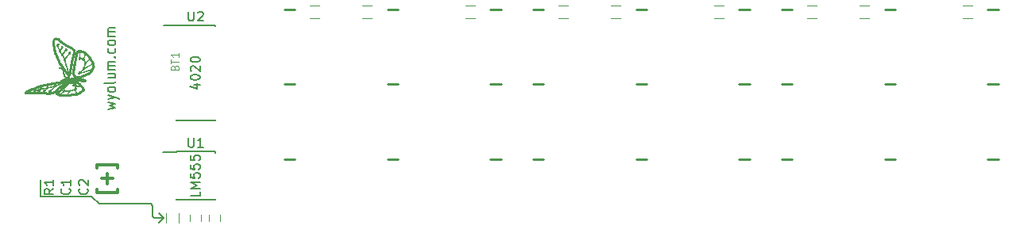
<source format=gto>
G04 #@! TF.GenerationSoftware,KiCad,Pcbnew,5.0.0-fee4fd1~66~ubuntu16.04.1*
G04 #@! TF.CreationDate,2018-08-13T22:47:53+05:30*
G04 #@! TF.ProjectId,1sqinch555,317371696E63683535352E6B69636164,rev?*
G04 #@! TF.SameCoordinates,Original*
G04 #@! TF.FileFunction,Legend,Top*
G04 #@! TF.FilePolarity,Positive*
%FSLAX46Y46*%
G04 Gerber Fmt 4.6, Leading zero omitted, Abs format (unit mm)*
G04 Created by KiCad (PCBNEW 5.0.0-fee4fd1~66~ubuntu16.04.1) date Mon Aug 13 22:47:53 2018*
%MOMM*%
%LPD*%
G01*
G04 APERTURE LIST*
%ADD10C,0.150000*%
%ADD11C,0.300000*%
%ADD12C,0.200000*%
%ADD13C,0.250000*%
%ADD14C,0.120000*%
%ADD15C,0.002540*%
G04 APERTURE END LIST*
D10*
X46632142Y-48880952D02*
X47465476Y-48690476D01*
X46870238Y-48500000D01*
X47465476Y-48309523D01*
X46632142Y-48119047D01*
X46632142Y-47833333D02*
X47465476Y-47595238D01*
X46632142Y-47357142D02*
X47465476Y-47595238D01*
X47763095Y-47690476D01*
X47822619Y-47738095D01*
X47882142Y-47833333D01*
X47465476Y-46833333D02*
X47405952Y-46928571D01*
X47346428Y-46976190D01*
X47227380Y-47023809D01*
X46870238Y-47023809D01*
X46751190Y-46976190D01*
X46691666Y-46928571D01*
X46632142Y-46833333D01*
X46632142Y-46690476D01*
X46691666Y-46595238D01*
X46751190Y-46547619D01*
X46870238Y-46500000D01*
X47227380Y-46500000D01*
X47346428Y-46547619D01*
X47405952Y-46595238D01*
X47465476Y-46690476D01*
X47465476Y-46833333D01*
X47465476Y-45928571D02*
X47405952Y-46023809D01*
X47286904Y-46071428D01*
X46215476Y-46071428D01*
X46632142Y-45119047D02*
X47465476Y-45119047D01*
X46632142Y-45547619D02*
X47286904Y-45547619D01*
X47405952Y-45500000D01*
X47465476Y-45404761D01*
X47465476Y-45261904D01*
X47405952Y-45166666D01*
X47346428Y-45119047D01*
X47465476Y-44642857D02*
X46632142Y-44642857D01*
X46751190Y-44642857D02*
X46691666Y-44595238D01*
X46632142Y-44500000D01*
X46632142Y-44357142D01*
X46691666Y-44261904D01*
X46810714Y-44214285D01*
X47465476Y-44214285D01*
X46810714Y-44214285D02*
X46691666Y-44166666D01*
X46632142Y-44071428D01*
X46632142Y-43928571D01*
X46691666Y-43833333D01*
X46810714Y-43785714D01*
X47465476Y-43785714D01*
X47346428Y-43309523D02*
X47405952Y-43261904D01*
X47465476Y-43309523D01*
X47405952Y-43357142D01*
X47346428Y-43309523D01*
X47465476Y-43309523D01*
X47405952Y-42404761D02*
X47465476Y-42500000D01*
X47465476Y-42690476D01*
X47405952Y-42785714D01*
X47346428Y-42833333D01*
X47227380Y-42880952D01*
X46870238Y-42880952D01*
X46751190Y-42833333D01*
X46691666Y-42785714D01*
X46632142Y-42690476D01*
X46632142Y-42500000D01*
X46691666Y-42404761D01*
X47465476Y-41833333D02*
X47405952Y-41928571D01*
X47346428Y-41976190D01*
X47227380Y-42023809D01*
X46870238Y-42023809D01*
X46751190Y-41976190D01*
X46691666Y-41928571D01*
X46632142Y-41833333D01*
X46632142Y-41690476D01*
X46691666Y-41595238D01*
X46751190Y-41547619D01*
X46870238Y-41500000D01*
X47227380Y-41500000D01*
X47346428Y-41547619D01*
X47405952Y-41595238D01*
X47465476Y-41690476D01*
X47465476Y-41833333D01*
X47465476Y-41071428D02*
X46632142Y-41071428D01*
X46751190Y-41071428D02*
X46691666Y-41023809D01*
X46632142Y-40928571D01*
X46632142Y-40785714D01*
X46691666Y-40690476D01*
X46810714Y-40642857D01*
X47465476Y-40642857D01*
X46810714Y-40642857D02*
X46691666Y-40595238D01*
X46632142Y-40500000D01*
X46632142Y-40357142D01*
X46691666Y-40261904D01*
X46810714Y-40214285D01*
X47465476Y-40214285D01*
D11*
X45521428Y-55157142D02*
X45521428Y-54800000D01*
X47664285Y-54800000D01*
X47664285Y-55157142D01*
X46592857Y-55728571D02*
X46592857Y-56871428D01*
X46021428Y-56300000D02*
X47164285Y-56300000D01*
X45521428Y-57442857D02*
X45521428Y-57800000D01*
X47664285Y-57800000D01*
X47664285Y-57442857D01*
D12*
X52100000Y-60000000D02*
X52600000Y-60500000D01*
X52600000Y-60500000D02*
X52100000Y-61000000D01*
X51600000Y-60500000D02*
X52600000Y-60500000D01*
X51400000Y-60300000D02*
X51600000Y-60500000D01*
X51400000Y-59200000D02*
X51400000Y-60300000D01*
X51200000Y-59000000D02*
X51400000Y-59200000D01*
X45700000Y-59000000D02*
X51200000Y-59000000D01*
X44900000Y-58200000D02*
X45700000Y-59000000D01*
X39500000Y-58200000D02*
X44900000Y-58200000D01*
X39500000Y-56400000D02*
X39500000Y-58200000D01*
D13*
G04 #@! TO.C,D1*
X66570000Y-54200000D02*
X65430000Y-54200000D01*
G04 #@! TO.C,D2*
X66569999Y-46200000D02*
X65429999Y-46200000D01*
G04 #@! TO.C,D3*
X66570000Y-38200000D02*
X65430000Y-38200000D01*
G04 #@! TO.C,D4*
X77570000Y-54200000D02*
X76430000Y-54200000D01*
G04 #@! TO.C,D5*
X77570000Y-46200000D02*
X76430000Y-46200000D01*
G04 #@! TO.C,D6*
X77570000Y-38200000D02*
X76430000Y-38200000D01*
G04 #@! TO.C,D7*
X88570000Y-54200000D02*
X87430000Y-54200000D01*
G04 #@! TO.C,D8*
X88570001Y-46200000D02*
X87430001Y-46200000D01*
G04 #@! TO.C,D9*
X88570000Y-38200000D02*
X87430000Y-38200000D01*
G04 #@! TO.C,D10*
X93070000Y-54200000D02*
X91930000Y-54200000D01*
G04 #@! TO.C,D11*
X93069999Y-46200000D02*
X91929999Y-46200000D01*
G04 #@! TO.C,D12*
X93070000Y-38200000D02*
X91930000Y-38200000D01*
G04 #@! TO.C,D13*
X104070000Y-54200000D02*
X102930000Y-54200000D01*
G04 #@! TO.C,D14*
X104070000Y-46200000D02*
X102930000Y-46200000D01*
G04 #@! TO.C,D15*
X104070000Y-38200000D02*
X102930000Y-38200000D01*
G04 #@! TO.C,D16*
X115070000Y-54200000D02*
X113930000Y-54200000D01*
G04 #@! TO.C,D17*
X115070001Y-46200000D02*
X113930001Y-46200000D01*
G04 #@! TO.C,D18*
X115070000Y-38200000D02*
X113930000Y-38200000D01*
G04 #@! TO.C,D19*
X119570000Y-54200000D02*
X118430000Y-54200000D01*
G04 #@! TO.C,D20*
X119569999Y-46200000D02*
X118429999Y-46200000D01*
G04 #@! TO.C,D21*
X119570000Y-38200000D02*
X118430000Y-38200000D01*
G04 #@! TO.C,D22*
X130570000Y-54200000D02*
X129430000Y-54200000D01*
G04 #@! TO.C,D23*
X130570000Y-46200000D02*
X129430000Y-46200000D01*
G04 #@! TO.C,D24*
X130570000Y-38200000D02*
X129430000Y-38200000D01*
G04 #@! TO.C,D25*
X141570000Y-54200000D02*
X140430000Y-54200000D01*
G04 #@! TO.C,D26*
X141570001Y-46200000D02*
X140430001Y-46200000D01*
G04 #@! TO.C,D27*
X141570000Y-38200000D02*
X140430000Y-38200000D01*
D14*
G04 #@! TO.C,C1*
X55400000Y-60850000D02*
X55400000Y-60150000D01*
X56600000Y-60150000D02*
X56600000Y-60850000D01*
G04 #@! TO.C,C2*
X57400000Y-60850000D02*
X57400000Y-60150000D01*
X58600000Y-60150000D02*
X58600000Y-60850000D01*
G04 #@! TO.C,R1*
X52820000Y-61000000D02*
X52820000Y-60000000D01*
X54180000Y-60000000D02*
X54180000Y-61000000D01*
D10*
G04 #@! TO.C,U1*
X53925000Y-53425000D02*
X53925000Y-53475000D01*
X58075000Y-53425000D02*
X58075000Y-53570000D01*
X58075000Y-58575000D02*
X58075000Y-58430000D01*
X53925000Y-58575000D02*
X53925000Y-58430000D01*
X53925000Y-53425000D02*
X58075000Y-53425000D01*
X53925000Y-58575000D02*
X58075000Y-58575000D01*
X53925000Y-53475000D02*
X52525000Y-53475000D01*
G04 #@! TO.C,U2*
X53925000Y-39925000D02*
X53925000Y-39950000D01*
X58075000Y-39925000D02*
X58075000Y-40030000D01*
X58075000Y-50075000D02*
X58075000Y-49970000D01*
X53925000Y-50075000D02*
X53925000Y-49970000D01*
X53925000Y-39925000D02*
X58075000Y-39925000D01*
X53925000Y-50075000D02*
X58075000Y-50075000D01*
X53925000Y-39950000D02*
X52550000Y-39950000D01*
D15*
G04 #@! TO.C,G1*
G36*
X40785719Y-41404543D02*
X40803680Y-41386583D01*
X40821640Y-41404543D01*
X40803680Y-41422504D01*
X40785719Y-41404543D01*
X40785719Y-41404543D01*
G37*
X40785719Y-41404543D02*
X40803680Y-41386583D01*
X40821640Y-41404543D01*
X40803680Y-41422504D01*
X40785719Y-41404543D01*
G36*
X40803680Y-41386583D02*
X40821640Y-41368622D01*
X40839601Y-41386583D01*
X40821640Y-41404543D01*
X40803680Y-41386583D01*
X40803680Y-41386583D01*
G37*
X40803680Y-41386583D02*
X40821640Y-41368622D01*
X40839601Y-41386583D01*
X40821640Y-41404543D01*
X40803680Y-41386583D01*
G36*
X40821640Y-41368622D02*
X40839601Y-41350662D01*
X40857561Y-41368622D01*
X40839601Y-41386583D01*
X40821640Y-41368622D01*
X40821640Y-41368622D01*
G37*
X40821640Y-41368622D02*
X40839601Y-41350662D01*
X40857561Y-41368622D01*
X40839601Y-41386583D01*
X40821640Y-41368622D01*
G36*
X40839601Y-41350662D02*
X40857561Y-41332701D01*
X40875522Y-41350662D01*
X40857561Y-41368622D01*
X40839601Y-41350662D01*
X40839601Y-41350662D01*
G37*
X40839601Y-41350662D02*
X40857561Y-41332701D01*
X40875522Y-41350662D01*
X40857561Y-41368622D01*
X40839601Y-41350662D01*
G36*
X40857561Y-41332701D02*
X40875522Y-41314741D01*
X40893482Y-41332701D01*
X40875522Y-41350662D01*
X40857561Y-41332701D01*
X40857561Y-41332701D01*
G37*
X40857561Y-41332701D02*
X40875522Y-41314741D01*
X40893482Y-41332701D01*
X40875522Y-41350662D01*
X40857561Y-41332701D01*
G36*
X40785719Y-41440464D02*
X40803680Y-41422504D01*
X40821640Y-41440464D01*
X40803680Y-41458425D01*
X40785719Y-41440464D01*
X40785719Y-41440464D01*
G37*
X40785719Y-41440464D02*
X40803680Y-41422504D01*
X40821640Y-41440464D01*
X40803680Y-41458425D01*
X40785719Y-41440464D01*
G36*
X40803680Y-41422504D02*
X40821640Y-41404543D01*
X40839601Y-41422504D01*
X40821640Y-41440464D01*
X40803680Y-41422504D01*
X40803680Y-41422504D01*
G37*
X40803680Y-41422504D02*
X40821640Y-41404543D01*
X40839601Y-41422504D01*
X40821640Y-41440464D01*
X40803680Y-41422504D01*
G36*
X40821640Y-41404543D02*
X40839601Y-41386583D01*
X40857561Y-41404543D01*
X40839601Y-41422504D01*
X40821640Y-41404543D01*
X40821640Y-41404543D01*
G37*
X40821640Y-41404543D02*
X40839601Y-41386583D01*
X40857561Y-41404543D01*
X40839601Y-41422504D01*
X40821640Y-41404543D01*
G36*
X40839601Y-41386583D02*
X40857561Y-41368622D01*
X40875522Y-41386583D01*
X40857561Y-41404543D01*
X40839601Y-41386583D01*
X40839601Y-41386583D01*
G37*
X40839601Y-41386583D02*
X40857561Y-41368622D01*
X40875522Y-41386583D01*
X40857561Y-41404543D01*
X40839601Y-41386583D01*
G36*
X40857561Y-41368622D02*
X40875522Y-41350662D01*
X40893482Y-41368622D01*
X40875522Y-41386583D01*
X40857561Y-41368622D01*
X40857561Y-41368622D01*
G37*
X40857561Y-41368622D02*
X40875522Y-41350662D01*
X40893482Y-41368622D01*
X40875522Y-41386583D01*
X40857561Y-41368622D01*
G36*
X40875522Y-41350662D02*
X40893482Y-41332701D01*
X40911443Y-41350662D01*
X40893482Y-41368622D01*
X40875522Y-41350662D01*
X40875522Y-41350662D01*
G37*
X40875522Y-41350662D02*
X40893482Y-41332701D01*
X40911443Y-41350662D01*
X40893482Y-41368622D01*
X40875522Y-41350662D01*
G36*
X40893482Y-41332701D02*
X40911443Y-41314741D01*
X40929403Y-41332701D01*
X40911443Y-41350662D01*
X40893482Y-41332701D01*
X40893482Y-41332701D01*
G37*
X40893482Y-41332701D02*
X40911443Y-41314741D01*
X40929403Y-41332701D01*
X40911443Y-41350662D01*
X40893482Y-41332701D01*
G36*
X40911443Y-41314741D02*
X40929403Y-41296780D01*
X40947364Y-41314741D01*
X40929403Y-41332701D01*
X40911443Y-41314741D01*
X40911443Y-41314741D01*
G37*
X40911443Y-41314741D02*
X40929403Y-41296780D01*
X40947364Y-41314741D01*
X40929403Y-41332701D01*
X40911443Y-41314741D01*
G36*
X40929403Y-41296780D02*
X40947364Y-41278820D01*
X40965324Y-41296780D01*
X40947364Y-41314741D01*
X40929403Y-41296780D01*
X40929403Y-41296780D01*
G37*
X40929403Y-41296780D02*
X40947364Y-41278820D01*
X40965324Y-41296780D01*
X40947364Y-41314741D01*
X40929403Y-41296780D01*
G36*
X40947364Y-41278820D02*
X40965324Y-41260859D01*
X40983285Y-41278820D01*
X40965324Y-41296780D01*
X40947364Y-41278820D01*
X40947364Y-41278820D01*
G37*
X40947364Y-41278820D02*
X40965324Y-41260859D01*
X40983285Y-41278820D01*
X40965324Y-41296780D01*
X40947364Y-41278820D01*
G36*
X40767759Y-41494346D02*
X40785719Y-41476385D01*
X40803680Y-41494346D01*
X40785719Y-41512306D01*
X40767759Y-41494346D01*
X40767759Y-41494346D01*
G37*
X40767759Y-41494346D02*
X40785719Y-41476385D01*
X40803680Y-41494346D01*
X40785719Y-41512306D01*
X40767759Y-41494346D01*
G36*
X40785719Y-41476385D02*
X40803680Y-41458425D01*
X40821640Y-41476385D01*
X40803680Y-41494346D01*
X40785719Y-41476385D01*
X40785719Y-41476385D01*
G37*
X40785719Y-41476385D02*
X40803680Y-41458425D01*
X40821640Y-41476385D01*
X40803680Y-41494346D01*
X40785719Y-41476385D01*
G36*
X40803680Y-41458425D02*
X40821640Y-41440464D01*
X40839601Y-41458425D01*
X40821640Y-41476385D01*
X40803680Y-41458425D01*
X40803680Y-41458425D01*
G37*
X40803680Y-41458425D02*
X40821640Y-41440464D01*
X40839601Y-41458425D01*
X40821640Y-41476385D01*
X40803680Y-41458425D01*
G36*
X40821640Y-41440464D02*
X40839601Y-41422504D01*
X40857561Y-41440464D01*
X40839601Y-41458425D01*
X40821640Y-41440464D01*
X40821640Y-41440464D01*
G37*
X40821640Y-41440464D02*
X40839601Y-41422504D01*
X40857561Y-41440464D01*
X40839601Y-41458425D01*
X40821640Y-41440464D01*
G36*
X40839601Y-41422504D02*
X40857561Y-41404543D01*
X40875522Y-41422504D01*
X40857561Y-41440464D01*
X40839601Y-41422504D01*
X40839601Y-41422504D01*
G37*
X40839601Y-41422504D02*
X40857561Y-41404543D01*
X40875522Y-41422504D01*
X40857561Y-41440464D01*
X40839601Y-41422504D01*
G36*
X40857561Y-41404543D02*
X40875522Y-41386583D01*
X40893482Y-41404543D01*
X40875522Y-41422504D01*
X40857561Y-41404543D01*
X40857561Y-41404543D01*
G37*
X40857561Y-41404543D02*
X40875522Y-41386583D01*
X40893482Y-41404543D01*
X40875522Y-41422504D01*
X40857561Y-41404543D01*
G36*
X40875522Y-41386583D02*
X40893482Y-41368622D01*
X40911443Y-41386583D01*
X40893482Y-41404543D01*
X40875522Y-41386583D01*
X40875522Y-41386583D01*
G37*
X40875522Y-41386583D02*
X40893482Y-41368622D01*
X40911443Y-41386583D01*
X40893482Y-41404543D01*
X40875522Y-41386583D01*
G36*
X40893482Y-41368622D02*
X40911443Y-41350662D01*
X40929403Y-41368622D01*
X40911443Y-41386583D01*
X40893482Y-41368622D01*
X40893482Y-41368622D01*
G37*
X40893482Y-41368622D02*
X40911443Y-41350662D01*
X40929403Y-41368622D01*
X40911443Y-41386583D01*
X40893482Y-41368622D01*
G36*
X40911443Y-41350662D02*
X40929403Y-41332701D01*
X40947364Y-41350662D01*
X40929403Y-41368622D01*
X40911443Y-41350662D01*
X40911443Y-41350662D01*
G37*
X40911443Y-41350662D02*
X40929403Y-41332701D01*
X40947364Y-41350662D01*
X40929403Y-41368622D01*
X40911443Y-41350662D01*
G36*
X40929403Y-41332701D02*
X40947364Y-41314741D01*
X40965324Y-41332701D01*
X40947364Y-41350662D01*
X40929403Y-41332701D01*
X40929403Y-41332701D01*
G37*
X40929403Y-41332701D02*
X40947364Y-41314741D01*
X40965324Y-41332701D01*
X40947364Y-41350662D01*
X40929403Y-41332701D01*
G36*
X40947364Y-41314741D02*
X40965324Y-41296780D01*
X40983285Y-41314741D01*
X40965324Y-41332701D01*
X40947364Y-41314741D01*
X40947364Y-41314741D01*
G37*
X40947364Y-41314741D02*
X40965324Y-41296780D01*
X40983285Y-41314741D01*
X40965324Y-41332701D01*
X40947364Y-41314741D01*
G36*
X40965324Y-41296780D02*
X40983285Y-41278820D01*
X41001245Y-41296780D01*
X40983285Y-41314741D01*
X40965324Y-41296780D01*
X40965324Y-41296780D01*
G37*
X40965324Y-41296780D02*
X40983285Y-41278820D01*
X41001245Y-41296780D01*
X40983285Y-41314741D01*
X40965324Y-41296780D01*
G36*
X40983285Y-41278820D02*
X41001245Y-41260859D01*
X41019206Y-41278820D01*
X41001245Y-41296780D01*
X40983285Y-41278820D01*
X40983285Y-41278820D01*
G37*
X40983285Y-41278820D02*
X41001245Y-41260859D01*
X41019206Y-41278820D01*
X41001245Y-41296780D01*
X40983285Y-41278820D01*
G36*
X41001245Y-41260859D02*
X41019206Y-41242899D01*
X41037166Y-41260859D01*
X41019206Y-41278820D01*
X41001245Y-41260859D01*
X41001245Y-41260859D01*
G37*
X41001245Y-41260859D02*
X41019206Y-41242899D01*
X41037166Y-41260859D01*
X41019206Y-41278820D01*
X41001245Y-41260859D01*
G36*
X41019206Y-41242899D02*
X41037166Y-41224938D01*
X41055127Y-41242899D01*
X41037166Y-41260859D01*
X41019206Y-41242899D01*
X41019206Y-41242899D01*
G37*
X41019206Y-41242899D02*
X41037166Y-41224938D01*
X41055127Y-41242899D01*
X41037166Y-41260859D01*
X41019206Y-41242899D01*
G36*
X40749798Y-41548227D02*
X40767759Y-41530267D01*
X40785719Y-41548227D01*
X40767759Y-41566188D01*
X40749798Y-41548227D01*
X40749798Y-41548227D01*
G37*
X40749798Y-41548227D02*
X40767759Y-41530267D01*
X40785719Y-41548227D01*
X40767759Y-41566188D01*
X40749798Y-41548227D01*
G36*
X40767759Y-41530267D02*
X40785719Y-41512306D01*
X40803680Y-41530267D01*
X40785719Y-41548227D01*
X40767759Y-41530267D01*
X40767759Y-41530267D01*
G37*
X40767759Y-41530267D02*
X40785719Y-41512306D01*
X40803680Y-41530267D01*
X40785719Y-41548227D01*
X40767759Y-41530267D01*
G36*
X40785719Y-41512306D02*
X40803680Y-41494346D01*
X40821640Y-41512306D01*
X40803680Y-41530267D01*
X40785719Y-41512306D01*
X40785719Y-41512306D01*
G37*
X40785719Y-41512306D02*
X40803680Y-41494346D01*
X40821640Y-41512306D01*
X40803680Y-41530267D01*
X40785719Y-41512306D01*
G36*
X40803680Y-41494346D02*
X40821640Y-41476385D01*
X40839601Y-41494346D01*
X40821640Y-41512306D01*
X40803680Y-41494346D01*
X40803680Y-41494346D01*
G37*
X40803680Y-41494346D02*
X40821640Y-41476385D01*
X40839601Y-41494346D01*
X40821640Y-41512306D01*
X40803680Y-41494346D01*
G36*
X40821640Y-41476385D02*
X40839601Y-41458425D01*
X40857561Y-41476385D01*
X40839601Y-41494346D01*
X40821640Y-41476385D01*
X40821640Y-41476385D01*
G37*
X40821640Y-41476385D02*
X40839601Y-41458425D01*
X40857561Y-41476385D01*
X40839601Y-41494346D01*
X40821640Y-41476385D01*
G36*
X40839601Y-41458425D02*
X40857561Y-41440464D01*
X40875522Y-41458425D01*
X40857561Y-41476385D01*
X40839601Y-41458425D01*
X40839601Y-41458425D01*
G37*
X40839601Y-41458425D02*
X40857561Y-41440464D01*
X40875522Y-41458425D01*
X40857561Y-41476385D01*
X40839601Y-41458425D01*
G36*
X40857561Y-41440464D02*
X40875522Y-41422504D01*
X40893482Y-41440464D01*
X40875522Y-41458425D01*
X40857561Y-41440464D01*
X40857561Y-41440464D01*
G37*
X40857561Y-41440464D02*
X40875522Y-41422504D01*
X40893482Y-41440464D01*
X40875522Y-41458425D01*
X40857561Y-41440464D01*
G36*
X40875522Y-41422504D02*
X40893482Y-41404543D01*
X40911443Y-41422504D01*
X40893482Y-41440464D01*
X40875522Y-41422504D01*
X40875522Y-41422504D01*
G37*
X40875522Y-41422504D02*
X40893482Y-41404543D01*
X40911443Y-41422504D01*
X40893482Y-41440464D01*
X40875522Y-41422504D01*
G36*
X40893482Y-41404543D02*
X40911443Y-41386583D01*
X40929403Y-41404543D01*
X40911443Y-41422504D01*
X40893482Y-41404543D01*
X40893482Y-41404543D01*
G37*
X40893482Y-41404543D02*
X40911443Y-41386583D01*
X40929403Y-41404543D01*
X40911443Y-41422504D01*
X40893482Y-41404543D01*
G36*
X40911443Y-41386583D02*
X40929403Y-41368622D01*
X40947364Y-41386583D01*
X40929403Y-41404543D01*
X40911443Y-41386583D01*
X40911443Y-41386583D01*
G37*
X40911443Y-41386583D02*
X40929403Y-41368622D01*
X40947364Y-41386583D01*
X40929403Y-41404543D01*
X40911443Y-41386583D01*
G36*
X40929403Y-41368622D02*
X40947364Y-41350662D01*
X40965324Y-41368622D01*
X40947364Y-41386583D01*
X40929403Y-41368622D01*
X40929403Y-41368622D01*
G37*
X40929403Y-41368622D02*
X40947364Y-41350662D01*
X40965324Y-41368622D01*
X40947364Y-41386583D01*
X40929403Y-41368622D01*
G36*
X40947364Y-41350662D02*
X40965324Y-41332701D01*
X40983285Y-41350662D01*
X40965324Y-41368622D01*
X40947364Y-41350662D01*
X40947364Y-41350662D01*
G37*
X40947364Y-41350662D02*
X40965324Y-41332701D01*
X40983285Y-41350662D01*
X40965324Y-41368622D01*
X40947364Y-41350662D01*
G36*
X40965324Y-41332701D02*
X40983285Y-41314741D01*
X41001245Y-41332701D01*
X40983285Y-41350662D01*
X40965324Y-41332701D01*
X40965324Y-41332701D01*
G37*
X40965324Y-41332701D02*
X40983285Y-41314741D01*
X41001245Y-41332701D01*
X40983285Y-41350662D01*
X40965324Y-41332701D01*
G36*
X40983285Y-41314741D02*
X41001245Y-41296780D01*
X41019206Y-41314741D01*
X41001245Y-41332701D01*
X40983285Y-41314741D01*
X40983285Y-41314741D01*
G37*
X40983285Y-41314741D02*
X41001245Y-41296780D01*
X41019206Y-41314741D01*
X41001245Y-41332701D01*
X40983285Y-41314741D01*
G36*
X41001245Y-41296780D02*
X41019206Y-41278820D01*
X41037166Y-41296780D01*
X41019206Y-41314741D01*
X41001245Y-41296780D01*
X41001245Y-41296780D01*
G37*
X41001245Y-41296780D02*
X41019206Y-41278820D01*
X41037166Y-41296780D01*
X41019206Y-41314741D01*
X41001245Y-41296780D01*
G36*
X41019206Y-41278820D02*
X41037166Y-41260859D01*
X41055127Y-41278820D01*
X41037166Y-41296780D01*
X41019206Y-41278820D01*
X41019206Y-41278820D01*
G37*
X41019206Y-41278820D02*
X41037166Y-41260859D01*
X41055127Y-41278820D01*
X41037166Y-41296780D01*
X41019206Y-41278820D01*
G36*
X41037166Y-41260859D02*
X41055127Y-41242899D01*
X41073088Y-41260859D01*
X41055127Y-41278820D01*
X41037166Y-41260859D01*
X41037166Y-41260859D01*
G37*
X41037166Y-41260859D02*
X41055127Y-41242899D01*
X41073088Y-41260859D01*
X41055127Y-41278820D01*
X41037166Y-41260859D01*
G36*
X41055127Y-41242899D02*
X41073088Y-41224938D01*
X41091048Y-41242899D01*
X41073088Y-41260859D01*
X41055127Y-41242899D01*
X41055127Y-41242899D01*
G37*
X41055127Y-41242899D02*
X41073088Y-41224938D01*
X41091048Y-41242899D01*
X41073088Y-41260859D01*
X41055127Y-41242899D01*
G36*
X40749798Y-41584148D02*
X40767759Y-41566188D01*
X40785719Y-41584148D01*
X40767759Y-41602109D01*
X40749798Y-41584148D01*
X40749798Y-41584148D01*
G37*
X40749798Y-41584148D02*
X40767759Y-41566188D01*
X40785719Y-41584148D01*
X40767759Y-41602109D01*
X40749798Y-41584148D01*
G36*
X40767759Y-41566188D02*
X40785719Y-41548227D01*
X40803680Y-41566188D01*
X40785719Y-41584148D01*
X40767759Y-41566188D01*
X40767759Y-41566188D01*
G37*
X40767759Y-41566188D02*
X40785719Y-41548227D01*
X40803680Y-41566188D01*
X40785719Y-41584148D01*
X40767759Y-41566188D01*
G36*
X40785719Y-41548227D02*
X40803680Y-41530267D01*
X40821640Y-41548227D01*
X40803680Y-41566188D01*
X40785719Y-41548227D01*
X40785719Y-41548227D01*
G37*
X40785719Y-41548227D02*
X40803680Y-41530267D01*
X40821640Y-41548227D01*
X40803680Y-41566188D01*
X40785719Y-41548227D01*
G36*
X40803680Y-41530267D02*
X40821640Y-41512306D01*
X40839601Y-41530267D01*
X40821640Y-41548227D01*
X40803680Y-41530267D01*
X40803680Y-41530267D01*
G37*
X40803680Y-41530267D02*
X40821640Y-41512306D01*
X40839601Y-41530267D01*
X40821640Y-41548227D01*
X40803680Y-41530267D01*
G36*
X40821640Y-41512306D02*
X40839601Y-41494346D01*
X40857561Y-41512306D01*
X40839601Y-41530267D01*
X40821640Y-41512306D01*
X40821640Y-41512306D01*
G37*
X40821640Y-41512306D02*
X40839601Y-41494346D01*
X40857561Y-41512306D01*
X40839601Y-41530267D01*
X40821640Y-41512306D01*
G36*
X40839601Y-41494346D02*
X40857561Y-41476385D01*
X40875522Y-41494346D01*
X40857561Y-41512306D01*
X40839601Y-41494346D01*
X40839601Y-41494346D01*
G37*
X40839601Y-41494346D02*
X40857561Y-41476385D01*
X40875522Y-41494346D01*
X40857561Y-41512306D01*
X40839601Y-41494346D01*
G36*
X40857561Y-41476385D02*
X40875522Y-41458425D01*
X40893482Y-41476385D01*
X40875522Y-41494346D01*
X40857561Y-41476385D01*
X40857561Y-41476385D01*
G37*
X40857561Y-41476385D02*
X40875522Y-41458425D01*
X40893482Y-41476385D01*
X40875522Y-41494346D01*
X40857561Y-41476385D01*
G36*
X40875522Y-41458425D02*
X40893482Y-41440464D01*
X40911443Y-41458425D01*
X40893482Y-41476385D01*
X40875522Y-41458425D01*
X40875522Y-41458425D01*
G37*
X40875522Y-41458425D02*
X40893482Y-41440464D01*
X40911443Y-41458425D01*
X40893482Y-41476385D01*
X40875522Y-41458425D01*
G36*
X40893482Y-41440464D02*
X40911443Y-41422504D01*
X40929403Y-41440464D01*
X40911443Y-41458425D01*
X40893482Y-41440464D01*
X40893482Y-41440464D01*
G37*
X40893482Y-41440464D02*
X40911443Y-41422504D01*
X40929403Y-41440464D01*
X40911443Y-41458425D01*
X40893482Y-41440464D01*
G36*
X40911443Y-41422504D02*
X40929403Y-41404543D01*
X40947364Y-41422504D01*
X40929403Y-41440464D01*
X40911443Y-41422504D01*
X40911443Y-41422504D01*
G37*
X40911443Y-41422504D02*
X40929403Y-41404543D01*
X40947364Y-41422504D01*
X40929403Y-41440464D01*
X40911443Y-41422504D01*
G36*
X40929403Y-41404543D02*
X40947364Y-41386583D01*
X40965324Y-41404543D01*
X40947364Y-41422504D01*
X40929403Y-41404543D01*
X40929403Y-41404543D01*
G37*
X40929403Y-41404543D02*
X40947364Y-41386583D01*
X40965324Y-41404543D01*
X40947364Y-41422504D01*
X40929403Y-41404543D01*
G36*
X40947364Y-41386583D02*
X40965324Y-41368622D01*
X40983285Y-41386583D01*
X40965324Y-41404543D01*
X40947364Y-41386583D01*
X40947364Y-41386583D01*
G37*
X40947364Y-41386583D02*
X40965324Y-41368622D01*
X40983285Y-41386583D01*
X40965324Y-41404543D01*
X40947364Y-41386583D01*
G36*
X40965324Y-41368622D02*
X40983285Y-41350662D01*
X41001245Y-41368622D01*
X40983285Y-41386583D01*
X40965324Y-41368622D01*
X40965324Y-41368622D01*
G37*
X40965324Y-41368622D02*
X40983285Y-41350662D01*
X41001245Y-41368622D01*
X40983285Y-41386583D01*
X40965324Y-41368622D01*
G36*
X40983285Y-41350662D02*
X41001245Y-41332701D01*
X41019206Y-41350662D01*
X41001245Y-41368622D01*
X40983285Y-41350662D01*
X40983285Y-41350662D01*
G37*
X40983285Y-41350662D02*
X41001245Y-41332701D01*
X41019206Y-41350662D01*
X41001245Y-41368622D01*
X40983285Y-41350662D01*
G36*
X41001245Y-41332701D02*
X41019206Y-41314741D01*
X41037166Y-41332701D01*
X41019206Y-41350662D01*
X41001245Y-41332701D01*
X41001245Y-41332701D01*
G37*
X41001245Y-41332701D02*
X41019206Y-41314741D01*
X41037166Y-41332701D01*
X41019206Y-41350662D01*
X41001245Y-41332701D01*
G36*
X41019206Y-41314741D02*
X41037166Y-41296780D01*
X41055127Y-41314741D01*
X41037166Y-41332701D01*
X41019206Y-41314741D01*
X41019206Y-41314741D01*
G37*
X41019206Y-41314741D02*
X41037166Y-41296780D01*
X41055127Y-41314741D01*
X41037166Y-41332701D01*
X41019206Y-41314741D01*
G36*
X41037166Y-41296780D02*
X41055127Y-41278820D01*
X41073088Y-41296780D01*
X41055127Y-41314741D01*
X41037166Y-41296780D01*
X41037166Y-41296780D01*
G37*
X41037166Y-41296780D02*
X41055127Y-41278820D01*
X41073088Y-41296780D01*
X41055127Y-41314741D01*
X41037166Y-41296780D01*
G36*
X41055127Y-41278820D02*
X41073088Y-41260859D01*
X41091048Y-41278820D01*
X41073088Y-41296780D01*
X41055127Y-41278820D01*
X41055127Y-41278820D01*
G37*
X41055127Y-41278820D02*
X41073088Y-41260859D01*
X41091048Y-41278820D01*
X41073088Y-41296780D01*
X41055127Y-41278820D01*
G36*
X41073088Y-41260859D02*
X41091048Y-41242899D01*
X41109009Y-41260859D01*
X41091048Y-41278820D01*
X41073088Y-41260859D01*
X41073088Y-41260859D01*
G37*
X41073088Y-41260859D02*
X41091048Y-41242899D01*
X41109009Y-41260859D01*
X41091048Y-41278820D01*
X41073088Y-41260859D01*
G36*
X41091048Y-41242899D02*
X41109009Y-41224938D01*
X41126969Y-41242899D01*
X41109009Y-41260859D01*
X41091048Y-41242899D01*
X41091048Y-41242899D01*
G37*
X41091048Y-41242899D02*
X41109009Y-41224938D01*
X41126969Y-41242899D01*
X41109009Y-41260859D01*
X41091048Y-41242899D01*
G36*
X40731838Y-41638030D02*
X40749798Y-41620069D01*
X40767759Y-41638030D01*
X40749798Y-41655990D01*
X40731838Y-41638030D01*
X40731838Y-41638030D01*
G37*
X40731838Y-41638030D02*
X40749798Y-41620069D01*
X40767759Y-41638030D01*
X40749798Y-41655990D01*
X40731838Y-41638030D01*
G36*
X40749798Y-41620069D02*
X40767759Y-41602109D01*
X40785719Y-41620069D01*
X40767759Y-41638030D01*
X40749798Y-41620069D01*
X40749798Y-41620069D01*
G37*
X40749798Y-41620069D02*
X40767759Y-41602109D01*
X40785719Y-41620069D01*
X40767759Y-41638030D01*
X40749798Y-41620069D01*
G36*
X40767759Y-41602109D02*
X40785719Y-41584148D01*
X40803680Y-41602109D01*
X40785719Y-41620069D01*
X40767759Y-41602109D01*
X40767759Y-41602109D01*
G37*
X40767759Y-41602109D02*
X40785719Y-41584148D01*
X40803680Y-41602109D01*
X40785719Y-41620069D01*
X40767759Y-41602109D01*
G36*
X40785719Y-41584148D02*
X40803680Y-41566188D01*
X40821640Y-41584148D01*
X40803680Y-41602109D01*
X40785719Y-41584148D01*
X40785719Y-41584148D01*
G37*
X40785719Y-41584148D02*
X40803680Y-41566188D01*
X40821640Y-41584148D01*
X40803680Y-41602109D01*
X40785719Y-41584148D01*
G36*
X40803680Y-41566188D02*
X40821640Y-41548227D01*
X40839601Y-41566188D01*
X40821640Y-41584148D01*
X40803680Y-41566188D01*
X40803680Y-41566188D01*
G37*
X40803680Y-41566188D02*
X40821640Y-41548227D01*
X40839601Y-41566188D01*
X40821640Y-41584148D01*
X40803680Y-41566188D01*
G36*
X40821640Y-41548227D02*
X40839601Y-41530267D01*
X40857561Y-41548227D01*
X40839601Y-41566188D01*
X40821640Y-41548227D01*
X40821640Y-41548227D01*
G37*
X40821640Y-41548227D02*
X40839601Y-41530267D01*
X40857561Y-41548227D01*
X40839601Y-41566188D01*
X40821640Y-41548227D01*
G36*
X40839601Y-41530267D02*
X40857561Y-41512306D01*
X40875522Y-41530267D01*
X40857561Y-41548227D01*
X40839601Y-41530267D01*
X40839601Y-41530267D01*
G37*
X40839601Y-41530267D02*
X40857561Y-41512306D01*
X40875522Y-41530267D01*
X40857561Y-41548227D01*
X40839601Y-41530267D01*
G36*
X40857561Y-41512306D02*
X40875522Y-41494346D01*
X40893482Y-41512306D01*
X40875522Y-41530267D01*
X40857561Y-41512306D01*
X40857561Y-41512306D01*
G37*
X40857561Y-41512306D02*
X40875522Y-41494346D01*
X40893482Y-41512306D01*
X40875522Y-41530267D01*
X40857561Y-41512306D01*
G36*
X40875522Y-41494346D02*
X40893482Y-41476385D01*
X40911443Y-41494346D01*
X40893482Y-41512306D01*
X40875522Y-41494346D01*
X40875522Y-41494346D01*
G37*
X40875522Y-41494346D02*
X40893482Y-41476385D01*
X40911443Y-41494346D01*
X40893482Y-41512306D01*
X40875522Y-41494346D01*
G36*
X40893482Y-41476385D02*
X40911443Y-41458425D01*
X40929403Y-41476385D01*
X40911443Y-41494346D01*
X40893482Y-41476385D01*
X40893482Y-41476385D01*
G37*
X40893482Y-41476385D02*
X40911443Y-41458425D01*
X40929403Y-41476385D01*
X40911443Y-41494346D01*
X40893482Y-41476385D01*
G36*
X40911443Y-41458425D02*
X40929403Y-41440464D01*
X40947364Y-41458425D01*
X40929403Y-41476385D01*
X40911443Y-41458425D01*
X40911443Y-41458425D01*
G37*
X40911443Y-41458425D02*
X40929403Y-41440464D01*
X40947364Y-41458425D01*
X40929403Y-41476385D01*
X40911443Y-41458425D01*
G36*
X40929403Y-41440464D02*
X40947364Y-41422504D01*
X40965324Y-41440464D01*
X40947364Y-41458425D01*
X40929403Y-41440464D01*
X40929403Y-41440464D01*
G37*
X40929403Y-41440464D02*
X40947364Y-41422504D01*
X40965324Y-41440464D01*
X40947364Y-41458425D01*
X40929403Y-41440464D01*
G36*
X40947364Y-41422504D02*
X40965324Y-41404543D01*
X40983285Y-41422504D01*
X40965324Y-41440464D01*
X40947364Y-41422504D01*
X40947364Y-41422504D01*
G37*
X40947364Y-41422504D02*
X40965324Y-41404543D01*
X40983285Y-41422504D01*
X40965324Y-41440464D01*
X40947364Y-41422504D01*
G36*
X40965324Y-41404543D02*
X40983285Y-41386583D01*
X41001245Y-41404543D01*
X40983285Y-41422504D01*
X40965324Y-41404543D01*
X40965324Y-41404543D01*
G37*
X40965324Y-41404543D02*
X40983285Y-41386583D01*
X41001245Y-41404543D01*
X40983285Y-41422504D01*
X40965324Y-41404543D01*
G36*
X40983285Y-41386583D02*
X41001245Y-41368622D01*
X41019206Y-41386583D01*
X41001245Y-41404543D01*
X40983285Y-41386583D01*
X40983285Y-41386583D01*
G37*
X40983285Y-41386583D02*
X41001245Y-41368622D01*
X41019206Y-41386583D01*
X41001245Y-41404543D01*
X40983285Y-41386583D01*
G36*
X41001245Y-41368622D02*
X41019206Y-41350662D01*
X41037166Y-41368622D01*
X41019206Y-41386583D01*
X41001245Y-41368622D01*
X41001245Y-41368622D01*
G37*
X41001245Y-41368622D02*
X41019206Y-41350662D01*
X41037166Y-41368622D01*
X41019206Y-41386583D01*
X41001245Y-41368622D01*
G36*
X41019206Y-41350662D02*
X41037166Y-41332701D01*
X41055127Y-41350662D01*
X41037166Y-41368622D01*
X41019206Y-41350662D01*
X41019206Y-41350662D01*
G37*
X41019206Y-41350662D02*
X41037166Y-41332701D01*
X41055127Y-41350662D01*
X41037166Y-41368622D01*
X41019206Y-41350662D01*
G36*
X41037166Y-41332701D02*
X41055127Y-41314741D01*
X41073088Y-41332701D01*
X41055127Y-41350662D01*
X41037166Y-41332701D01*
X41037166Y-41332701D01*
G37*
X41037166Y-41332701D02*
X41055127Y-41314741D01*
X41073088Y-41332701D01*
X41055127Y-41350662D01*
X41037166Y-41332701D01*
G36*
X41055127Y-41314741D02*
X41073088Y-41296780D01*
X41091048Y-41314741D01*
X41073088Y-41332701D01*
X41055127Y-41314741D01*
X41055127Y-41314741D01*
G37*
X41055127Y-41314741D02*
X41073088Y-41296780D01*
X41091048Y-41314741D01*
X41073088Y-41332701D01*
X41055127Y-41314741D01*
G36*
X41073088Y-41296780D02*
X41091048Y-41278820D01*
X41109009Y-41296780D01*
X41091048Y-41314741D01*
X41073088Y-41296780D01*
X41073088Y-41296780D01*
G37*
X41073088Y-41296780D02*
X41091048Y-41278820D01*
X41109009Y-41296780D01*
X41091048Y-41314741D01*
X41073088Y-41296780D01*
G36*
X41091048Y-41278820D02*
X41109009Y-41260859D01*
X41126969Y-41278820D01*
X41109009Y-41296780D01*
X41091048Y-41278820D01*
X41091048Y-41278820D01*
G37*
X41091048Y-41278820D02*
X41109009Y-41260859D01*
X41126969Y-41278820D01*
X41109009Y-41296780D01*
X41091048Y-41278820D01*
G36*
X41109009Y-41260859D02*
X41126969Y-41242899D01*
X41144930Y-41260859D01*
X41126969Y-41278820D01*
X41109009Y-41260859D01*
X41109009Y-41260859D01*
G37*
X41109009Y-41260859D02*
X41126969Y-41242899D01*
X41144930Y-41260859D01*
X41126969Y-41278820D01*
X41109009Y-41260859D01*
G36*
X40731838Y-41673951D02*
X40749798Y-41655990D01*
X40767759Y-41673951D01*
X40749798Y-41691911D01*
X40731838Y-41673951D01*
X40731838Y-41673951D01*
G37*
X40731838Y-41673951D02*
X40749798Y-41655990D01*
X40767759Y-41673951D01*
X40749798Y-41691911D01*
X40731838Y-41673951D01*
G36*
X40749798Y-41655990D02*
X40767759Y-41638030D01*
X40785719Y-41655990D01*
X40767759Y-41673951D01*
X40749798Y-41655990D01*
X40749798Y-41655990D01*
G37*
X40749798Y-41655990D02*
X40767759Y-41638030D01*
X40785719Y-41655990D01*
X40767759Y-41673951D01*
X40749798Y-41655990D01*
G36*
X40767759Y-41638030D02*
X40785719Y-41620069D01*
X40803680Y-41638030D01*
X40785719Y-41655990D01*
X40767759Y-41638030D01*
X40767759Y-41638030D01*
G37*
X40767759Y-41638030D02*
X40785719Y-41620069D01*
X40803680Y-41638030D01*
X40785719Y-41655990D01*
X40767759Y-41638030D01*
G36*
X40785719Y-41620069D02*
X40803680Y-41602109D01*
X40821640Y-41620069D01*
X40803680Y-41638030D01*
X40785719Y-41620069D01*
X40785719Y-41620069D01*
G37*
X40785719Y-41620069D02*
X40803680Y-41602109D01*
X40821640Y-41620069D01*
X40803680Y-41638030D01*
X40785719Y-41620069D01*
G36*
X40803680Y-41602109D02*
X40821640Y-41584148D01*
X40839601Y-41602109D01*
X40821640Y-41620069D01*
X40803680Y-41602109D01*
X40803680Y-41602109D01*
G37*
X40803680Y-41602109D02*
X40821640Y-41584148D01*
X40839601Y-41602109D01*
X40821640Y-41620069D01*
X40803680Y-41602109D01*
G36*
X40821640Y-41584148D02*
X40839601Y-41566188D01*
X40857561Y-41584148D01*
X40839601Y-41602109D01*
X40821640Y-41584148D01*
X40821640Y-41584148D01*
G37*
X40821640Y-41584148D02*
X40839601Y-41566188D01*
X40857561Y-41584148D01*
X40839601Y-41602109D01*
X40821640Y-41584148D01*
G36*
X40839601Y-41566188D02*
X40857561Y-41548227D01*
X40875522Y-41566188D01*
X40857561Y-41584148D01*
X40839601Y-41566188D01*
X40839601Y-41566188D01*
G37*
X40839601Y-41566188D02*
X40857561Y-41548227D01*
X40875522Y-41566188D01*
X40857561Y-41584148D01*
X40839601Y-41566188D01*
G36*
X40857561Y-41548227D02*
X40875522Y-41530267D01*
X40893482Y-41548227D01*
X40875522Y-41566188D01*
X40857561Y-41548227D01*
X40857561Y-41548227D01*
G37*
X40857561Y-41548227D02*
X40875522Y-41530267D01*
X40893482Y-41548227D01*
X40875522Y-41566188D01*
X40857561Y-41548227D01*
G36*
X40875522Y-41530267D02*
X40893482Y-41512306D01*
X40911443Y-41530267D01*
X40893482Y-41548227D01*
X40875522Y-41530267D01*
X40875522Y-41530267D01*
G37*
X40875522Y-41530267D02*
X40893482Y-41512306D01*
X40911443Y-41530267D01*
X40893482Y-41548227D01*
X40875522Y-41530267D01*
G36*
X40893482Y-41512306D02*
X40911443Y-41494346D01*
X40929403Y-41512306D01*
X40911443Y-41530267D01*
X40893482Y-41512306D01*
X40893482Y-41512306D01*
G37*
X40893482Y-41512306D02*
X40911443Y-41494346D01*
X40929403Y-41512306D01*
X40911443Y-41530267D01*
X40893482Y-41512306D01*
G36*
X40911443Y-41494346D02*
X40929403Y-41476385D01*
X40947364Y-41494346D01*
X40929403Y-41512306D01*
X40911443Y-41494346D01*
X40911443Y-41494346D01*
G37*
X40911443Y-41494346D02*
X40929403Y-41476385D01*
X40947364Y-41494346D01*
X40929403Y-41512306D01*
X40911443Y-41494346D01*
G36*
X40929403Y-41476385D02*
X40947364Y-41458425D01*
X40965324Y-41476385D01*
X40947364Y-41494346D01*
X40929403Y-41476385D01*
X40929403Y-41476385D01*
G37*
X40929403Y-41476385D02*
X40947364Y-41458425D01*
X40965324Y-41476385D01*
X40947364Y-41494346D01*
X40929403Y-41476385D01*
G36*
X40947364Y-41458425D02*
X40965324Y-41440464D01*
X40983285Y-41458425D01*
X40965324Y-41476385D01*
X40947364Y-41458425D01*
X40947364Y-41458425D01*
G37*
X40947364Y-41458425D02*
X40965324Y-41440464D01*
X40983285Y-41458425D01*
X40965324Y-41476385D01*
X40947364Y-41458425D01*
G36*
X40965324Y-41440464D02*
X40983285Y-41422504D01*
X41001245Y-41440464D01*
X40983285Y-41458425D01*
X40965324Y-41440464D01*
X40965324Y-41440464D01*
G37*
X40965324Y-41440464D02*
X40983285Y-41422504D01*
X41001245Y-41440464D01*
X40983285Y-41458425D01*
X40965324Y-41440464D01*
G36*
X40983285Y-41422504D02*
X41001245Y-41404543D01*
X41019206Y-41422504D01*
X41001245Y-41440464D01*
X40983285Y-41422504D01*
X40983285Y-41422504D01*
G37*
X40983285Y-41422504D02*
X41001245Y-41404543D01*
X41019206Y-41422504D01*
X41001245Y-41440464D01*
X40983285Y-41422504D01*
G36*
X41001245Y-41404543D02*
X41019206Y-41386583D01*
X41037166Y-41404543D01*
X41019206Y-41422504D01*
X41001245Y-41404543D01*
X41001245Y-41404543D01*
G37*
X41001245Y-41404543D02*
X41019206Y-41386583D01*
X41037166Y-41404543D01*
X41019206Y-41422504D01*
X41001245Y-41404543D01*
G36*
X41019206Y-41386583D02*
X41037166Y-41368622D01*
X41055127Y-41386583D01*
X41037166Y-41404543D01*
X41019206Y-41386583D01*
X41019206Y-41386583D01*
G37*
X41019206Y-41386583D02*
X41037166Y-41368622D01*
X41055127Y-41386583D01*
X41037166Y-41404543D01*
X41019206Y-41386583D01*
G36*
X41037166Y-41368622D02*
X41055127Y-41350662D01*
X41073088Y-41368622D01*
X41055127Y-41386583D01*
X41037166Y-41368622D01*
X41037166Y-41368622D01*
G37*
X41037166Y-41368622D02*
X41055127Y-41350662D01*
X41073088Y-41368622D01*
X41055127Y-41386583D01*
X41037166Y-41368622D01*
G36*
X41055127Y-41350662D02*
X41073088Y-41332701D01*
X41091048Y-41350662D01*
X41073088Y-41368622D01*
X41055127Y-41350662D01*
X41055127Y-41350662D01*
G37*
X41055127Y-41350662D02*
X41073088Y-41332701D01*
X41091048Y-41350662D01*
X41073088Y-41368622D01*
X41055127Y-41350662D01*
G36*
X41073088Y-41332701D02*
X41091048Y-41314741D01*
X41109009Y-41332701D01*
X41091048Y-41350662D01*
X41073088Y-41332701D01*
X41073088Y-41332701D01*
G37*
X41073088Y-41332701D02*
X41091048Y-41314741D01*
X41109009Y-41332701D01*
X41091048Y-41350662D01*
X41073088Y-41332701D01*
G36*
X41091048Y-41314741D02*
X41109009Y-41296780D01*
X41126969Y-41314741D01*
X41109009Y-41332701D01*
X41091048Y-41314741D01*
X41091048Y-41314741D01*
G37*
X41091048Y-41314741D02*
X41109009Y-41296780D01*
X41126969Y-41314741D01*
X41109009Y-41332701D01*
X41091048Y-41314741D01*
G36*
X41109009Y-41296780D02*
X41126969Y-41278820D01*
X41144930Y-41296780D01*
X41126969Y-41314741D01*
X41109009Y-41296780D01*
X41109009Y-41296780D01*
G37*
X41109009Y-41296780D02*
X41126969Y-41278820D01*
X41144930Y-41296780D01*
X41126969Y-41314741D01*
X41109009Y-41296780D01*
G36*
X41126969Y-41278820D02*
X41144930Y-41260859D01*
X41162890Y-41278820D01*
X41144930Y-41296780D01*
X41126969Y-41278820D01*
X41126969Y-41278820D01*
G37*
X41126969Y-41278820D02*
X41144930Y-41260859D01*
X41162890Y-41278820D01*
X41144930Y-41296780D01*
X41126969Y-41278820D01*
G36*
X41144930Y-41260859D02*
X41162890Y-41242899D01*
X41180851Y-41260859D01*
X41162890Y-41278820D01*
X41144930Y-41260859D01*
X41144930Y-41260859D01*
G37*
X41144930Y-41260859D02*
X41162890Y-41242899D01*
X41180851Y-41260859D01*
X41162890Y-41278820D01*
X41144930Y-41260859D01*
G36*
X40713877Y-41727832D02*
X40731838Y-41709872D01*
X40749798Y-41727832D01*
X40731838Y-41745793D01*
X40713877Y-41727832D01*
X40713877Y-41727832D01*
G37*
X40713877Y-41727832D02*
X40731838Y-41709872D01*
X40749798Y-41727832D01*
X40731838Y-41745793D01*
X40713877Y-41727832D01*
G36*
X40731838Y-41709872D02*
X40749798Y-41691911D01*
X40767759Y-41709872D01*
X40749798Y-41727832D01*
X40731838Y-41709872D01*
X40731838Y-41709872D01*
G37*
X40731838Y-41709872D02*
X40749798Y-41691911D01*
X40767759Y-41709872D01*
X40749798Y-41727832D01*
X40731838Y-41709872D01*
G36*
X40749798Y-41691911D02*
X40767759Y-41673951D01*
X40785719Y-41691911D01*
X40767759Y-41709872D01*
X40749798Y-41691911D01*
X40749798Y-41691911D01*
G37*
X40749798Y-41691911D02*
X40767759Y-41673951D01*
X40785719Y-41691911D01*
X40767759Y-41709872D01*
X40749798Y-41691911D01*
G36*
X40767759Y-41673951D02*
X40785719Y-41655990D01*
X40803680Y-41673951D01*
X40785719Y-41691911D01*
X40767759Y-41673951D01*
X40767759Y-41673951D01*
G37*
X40767759Y-41673951D02*
X40785719Y-41655990D01*
X40803680Y-41673951D01*
X40785719Y-41691911D01*
X40767759Y-41673951D01*
G36*
X40785719Y-41655990D02*
X40803680Y-41638030D01*
X40821640Y-41655990D01*
X40803680Y-41673951D01*
X40785719Y-41655990D01*
X40785719Y-41655990D01*
G37*
X40785719Y-41655990D02*
X40803680Y-41638030D01*
X40821640Y-41655990D01*
X40803680Y-41673951D01*
X40785719Y-41655990D01*
G36*
X40803680Y-41638030D02*
X40821640Y-41620069D01*
X40839601Y-41638030D01*
X40821640Y-41655990D01*
X40803680Y-41638030D01*
X40803680Y-41638030D01*
G37*
X40803680Y-41638030D02*
X40821640Y-41620069D01*
X40839601Y-41638030D01*
X40821640Y-41655990D01*
X40803680Y-41638030D01*
G36*
X40821640Y-41620069D02*
X40839601Y-41602109D01*
X40857561Y-41620069D01*
X40839601Y-41638030D01*
X40821640Y-41620069D01*
X40821640Y-41620069D01*
G37*
X40821640Y-41620069D02*
X40839601Y-41602109D01*
X40857561Y-41620069D01*
X40839601Y-41638030D01*
X40821640Y-41620069D01*
G36*
X40839601Y-41602109D02*
X40857561Y-41584148D01*
X40875522Y-41602109D01*
X40857561Y-41620069D01*
X40839601Y-41602109D01*
X40839601Y-41602109D01*
G37*
X40839601Y-41602109D02*
X40857561Y-41584148D01*
X40875522Y-41602109D01*
X40857561Y-41620069D01*
X40839601Y-41602109D01*
G36*
X40857561Y-41584148D02*
X40875522Y-41566188D01*
X40893482Y-41584148D01*
X40875522Y-41602109D01*
X40857561Y-41584148D01*
X40857561Y-41584148D01*
G37*
X40857561Y-41584148D02*
X40875522Y-41566188D01*
X40893482Y-41584148D01*
X40875522Y-41602109D01*
X40857561Y-41584148D01*
G36*
X40875522Y-41566188D02*
X40893482Y-41548227D01*
X40911443Y-41566188D01*
X40893482Y-41584148D01*
X40875522Y-41566188D01*
X40875522Y-41566188D01*
G37*
X40875522Y-41566188D02*
X40893482Y-41548227D01*
X40911443Y-41566188D01*
X40893482Y-41584148D01*
X40875522Y-41566188D01*
G36*
X40893482Y-41548227D02*
X40911443Y-41530267D01*
X40929403Y-41548227D01*
X40911443Y-41566188D01*
X40893482Y-41548227D01*
X40893482Y-41548227D01*
G37*
X40893482Y-41548227D02*
X40911443Y-41530267D01*
X40929403Y-41548227D01*
X40911443Y-41566188D01*
X40893482Y-41548227D01*
G36*
X40911443Y-41530267D02*
X40929403Y-41512306D01*
X40947364Y-41530267D01*
X40929403Y-41548227D01*
X40911443Y-41530267D01*
X40911443Y-41530267D01*
G37*
X40911443Y-41530267D02*
X40929403Y-41512306D01*
X40947364Y-41530267D01*
X40929403Y-41548227D01*
X40911443Y-41530267D01*
G36*
X41037166Y-41404543D02*
X41055127Y-41386583D01*
X41073088Y-41404543D01*
X41055127Y-41422504D01*
X41037166Y-41404543D01*
X41037166Y-41404543D01*
G37*
X41037166Y-41404543D02*
X41055127Y-41386583D01*
X41073088Y-41404543D01*
X41055127Y-41422504D01*
X41037166Y-41404543D01*
G36*
X41055127Y-41386583D02*
X41073088Y-41368622D01*
X41091048Y-41386583D01*
X41073088Y-41404543D01*
X41055127Y-41386583D01*
X41055127Y-41386583D01*
G37*
X41055127Y-41386583D02*
X41073088Y-41368622D01*
X41091048Y-41386583D01*
X41073088Y-41404543D01*
X41055127Y-41386583D01*
G36*
X41073088Y-41368622D02*
X41091048Y-41350662D01*
X41109009Y-41368622D01*
X41091048Y-41386583D01*
X41073088Y-41368622D01*
X41073088Y-41368622D01*
G37*
X41073088Y-41368622D02*
X41091048Y-41350662D01*
X41109009Y-41368622D01*
X41091048Y-41386583D01*
X41073088Y-41368622D01*
G36*
X41091048Y-41350662D02*
X41109009Y-41332701D01*
X41126969Y-41350662D01*
X41109009Y-41368622D01*
X41091048Y-41350662D01*
X41091048Y-41350662D01*
G37*
X41091048Y-41350662D02*
X41109009Y-41332701D01*
X41126969Y-41350662D01*
X41109009Y-41368622D01*
X41091048Y-41350662D01*
G36*
X41109009Y-41332701D02*
X41126969Y-41314741D01*
X41144930Y-41332701D01*
X41126969Y-41350662D01*
X41109009Y-41332701D01*
X41109009Y-41332701D01*
G37*
X41109009Y-41332701D02*
X41126969Y-41314741D01*
X41144930Y-41332701D01*
X41126969Y-41350662D01*
X41109009Y-41332701D01*
G36*
X41126969Y-41314741D02*
X41144930Y-41296780D01*
X41162890Y-41314741D01*
X41144930Y-41332701D01*
X41126969Y-41314741D01*
X41126969Y-41314741D01*
G37*
X41126969Y-41314741D02*
X41144930Y-41296780D01*
X41162890Y-41314741D01*
X41144930Y-41332701D01*
X41126969Y-41314741D01*
G36*
X41144930Y-41296780D02*
X41162890Y-41278820D01*
X41180851Y-41296780D01*
X41162890Y-41314741D01*
X41144930Y-41296780D01*
X41144930Y-41296780D01*
G37*
X41144930Y-41296780D02*
X41162890Y-41278820D01*
X41180851Y-41296780D01*
X41162890Y-41314741D01*
X41144930Y-41296780D01*
G36*
X41162890Y-41278820D02*
X41180851Y-41260859D01*
X41198811Y-41278820D01*
X41180851Y-41296780D01*
X41162890Y-41278820D01*
X41162890Y-41278820D01*
G37*
X41162890Y-41278820D02*
X41180851Y-41260859D01*
X41198811Y-41278820D01*
X41180851Y-41296780D01*
X41162890Y-41278820D01*
G36*
X40713877Y-41763753D02*
X40731838Y-41745793D01*
X40749798Y-41763753D01*
X40731838Y-41781714D01*
X40713877Y-41763753D01*
X40713877Y-41763753D01*
G37*
X40713877Y-41763753D02*
X40731838Y-41745793D01*
X40749798Y-41763753D01*
X40731838Y-41781714D01*
X40713877Y-41763753D01*
G36*
X40731838Y-41745793D02*
X40749798Y-41727832D01*
X40767759Y-41745793D01*
X40749798Y-41763753D01*
X40731838Y-41745793D01*
X40731838Y-41745793D01*
G37*
X40731838Y-41745793D02*
X40749798Y-41727832D01*
X40767759Y-41745793D01*
X40749798Y-41763753D01*
X40731838Y-41745793D01*
G36*
X40749798Y-41727832D02*
X40767759Y-41709872D01*
X40785719Y-41727832D01*
X40767759Y-41745793D01*
X40749798Y-41727832D01*
X40749798Y-41727832D01*
G37*
X40749798Y-41727832D02*
X40767759Y-41709872D01*
X40785719Y-41727832D01*
X40767759Y-41745793D01*
X40749798Y-41727832D01*
G36*
X40767759Y-41709872D02*
X40785719Y-41691911D01*
X40803680Y-41709872D01*
X40785719Y-41727832D01*
X40767759Y-41709872D01*
X40767759Y-41709872D01*
G37*
X40767759Y-41709872D02*
X40785719Y-41691911D01*
X40803680Y-41709872D01*
X40785719Y-41727832D01*
X40767759Y-41709872D01*
G36*
X40785719Y-41691911D02*
X40803680Y-41673951D01*
X40821640Y-41691911D01*
X40803680Y-41709872D01*
X40785719Y-41691911D01*
X40785719Y-41691911D01*
G37*
X40785719Y-41691911D02*
X40803680Y-41673951D01*
X40821640Y-41691911D01*
X40803680Y-41709872D01*
X40785719Y-41691911D01*
G36*
X40803680Y-41673951D02*
X40821640Y-41655990D01*
X40839601Y-41673951D01*
X40821640Y-41691911D01*
X40803680Y-41673951D01*
X40803680Y-41673951D01*
G37*
X40803680Y-41673951D02*
X40821640Y-41655990D01*
X40839601Y-41673951D01*
X40821640Y-41691911D01*
X40803680Y-41673951D01*
G36*
X40821640Y-41655990D02*
X40839601Y-41638030D01*
X40857561Y-41655990D01*
X40839601Y-41673951D01*
X40821640Y-41655990D01*
X40821640Y-41655990D01*
G37*
X40821640Y-41655990D02*
X40839601Y-41638030D01*
X40857561Y-41655990D01*
X40839601Y-41673951D01*
X40821640Y-41655990D01*
G36*
X40839601Y-41638030D02*
X40857561Y-41620069D01*
X40875522Y-41638030D01*
X40857561Y-41655990D01*
X40839601Y-41638030D01*
X40839601Y-41638030D01*
G37*
X40839601Y-41638030D02*
X40857561Y-41620069D01*
X40875522Y-41638030D01*
X40857561Y-41655990D01*
X40839601Y-41638030D01*
G36*
X40857561Y-41620069D02*
X40875522Y-41602109D01*
X40893482Y-41620069D01*
X40875522Y-41638030D01*
X40857561Y-41620069D01*
X40857561Y-41620069D01*
G37*
X40857561Y-41620069D02*
X40875522Y-41602109D01*
X40893482Y-41620069D01*
X40875522Y-41638030D01*
X40857561Y-41620069D01*
G36*
X40875522Y-41602109D02*
X40893482Y-41584148D01*
X40911443Y-41602109D01*
X40893482Y-41620069D01*
X40875522Y-41602109D01*
X40875522Y-41602109D01*
G37*
X40875522Y-41602109D02*
X40893482Y-41584148D01*
X40911443Y-41602109D01*
X40893482Y-41620069D01*
X40875522Y-41602109D01*
G36*
X40893482Y-41584148D02*
X40911443Y-41566188D01*
X40929403Y-41584148D01*
X40911443Y-41602109D01*
X40893482Y-41584148D01*
X40893482Y-41584148D01*
G37*
X40893482Y-41584148D02*
X40911443Y-41566188D01*
X40929403Y-41584148D01*
X40911443Y-41602109D01*
X40893482Y-41584148D01*
G36*
X41073088Y-41404543D02*
X41091048Y-41386583D01*
X41109009Y-41404543D01*
X41091048Y-41422504D01*
X41073088Y-41404543D01*
X41073088Y-41404543D01*
G37*
X41073088Y-41404543D02*
X41091048Y-41386583D01*
X41109009Y-41404543D01*
X41091048Y-41422504D01*
X41073088Y-41404543D01*
G36*
X41091048Y-41386583D02*
X41109009Y-41368622D01*
X41126969Y-41386583D01*
X41109009Y-41404543D01*
X41091048Y-41386583D01*
X41091048Y-41386583D01*
G37*
X41091048Y-41386583D02*
X41109009Y-41368622D01*
X41126969Y-41386583D01*
X41109009Y-41404543D01*
X41091048Y-41386583D01*
G36*
X41109009Y-41368622D02*
X41126969Y-41350662D01*
X41144930Y-41368622D01*
X41126969Y-41386583D01*
X41109009Y-41368622D01*
X41109009Y-41368622D01*
G37*
X41109009Y-41368622D02*
X41126969Y-41350662D01*
X41144930Y-41368622D01*
X41126969Y-41386583D01*
X41109009Y-41368622D01*
G36*
X41126969Y-41350662D02*
X41144930Y-41332701D01*
X41162890Y-41350662D01*
X41144930Y-41368622D01*
X41126969Y-41350662D01*
X41126969Y-41350662D01*
G37*
X41126969Y-41350662D02*
X41144930Y-41332701D01*
X41162890Y-41350662D01*
X41144930Y-41368622D01*
X41126969Y-41350662D01*
G36*
X41144930Y-41332701D02*
X41162890Y-41314741D01*
X41180851Y-41332701D01*
X41162890Y-41350662D01*
X41144930Y-41332701D01*
X41144930Y-41332701D01*
G37*
X41144930Y-41332701D02*
X41162890Y-41314741D01*
X41180851Y-41332701D01*
X41162890Y-41350662D01*
X41144930Y-41332701D01*
G36*
X41162890Y-41314741D02*
X41180851Y-41296780D01*
X41198811Y-41314741D01*
X41180851Y-41332701D01*
X41162890Y-41314741D01*
X41162890Y-41314741D01*
G37*
X41162890Y-41314741D02*
X41180851Y-41296780D01*
X41198811Y-41314741D01*
X41180851Y-41332701D01*
X41162890Y-41314741D01*
G36*
X41180851Y-41296780D02*
X41198811Y-41278820D01*
X41216772Y-41296780D01*
X41198811Y-41314741D01*
X41180851Y-41296780D01*
X41180851Y-41296780D01*
G37*
X41180851Y-41296780D02*
X41198811Y-41278820D01*
X41216772Y-41296780D01*
X41198811Y-41314741D01*
X41180851Y-41296780D01*
G36*
X41198811Y-41278820D02*
X41216772Y-41260859D01*
X41234732Y-41278820D01*
X41216772Y-41296780D01*
X41198811Y-41278820D01*
X41198811Y-41278820D01*
G37*
X41198811Y-41278820D02*
X41216772Y-41260859D01*
X41234732Y-41278820D01*
X41216772Y-41296780D01*
X41198811Y-41278820D01*
G36*
X40713877Y-41799675D02*
X40731838Y-41781714D01*
X40749798Y-41799675D01*
X40731838Y-41817635D01*
X40713877Y-41799675D01*
X40713877Y-41799675D01*
G37*
X40713877Y-41799675D02*
X40731838Y-41781714D01*
X40749798Y-41799675D01*
X40731838Y-41817635D01*
X40713877Y-41799675D01*
G36*
X40731838Y-41781714D02*
X40749798Y-41763753D01*
X40767759Y-41781714D01*
X40749798Y-41799675D01*
X40731838Y-41781714D01*
X40731838Y-41781714D01*
G37*
X40731838Y-41781714D02*
X40749798Y-41763753D01*
X40767759Y-41781714D01*
X40749798Y-41799675D01*
X40731838Y-41781714D01*
G36*
X40749798Y-41763753D02*
X40767759Y-41745793D01*
X40785719Y-41763753D01*
X40767759Y-41781714D01*
X40749798Y-41763753D01*
X40749798Y-41763753D01*
G37*
X40749798Y-41763753D02*
X40767759Y-41745793D01*
X40785719Y-41763753D01*
X40767759Y-41781714D01*
X40749798Y-41763753D01*
G36*
X40767759Y-41745793D02*
X40785719Y-41727832D01*
X40803680Y-41745793D01*
X40785719Y-41763753D01*
X40767759Y-41745793D01*
X40767759Y-41745793D01*
G37*
X40767759Y-41745793D02*
X40785719Y-41727832D01*
X40803680Y-41745793D01*
X40785719Y-41763753D01*
X40767759Y-41745793D01*
G36*
X40785719Y-41727832D02*
X40803680Y-41709872D01*
X40821640Y-41727832D01*
X40803680Y-41745793D01*
X40785719Y-41727832D01*
X40785719Y-41727832D01*
G37*
X40785719Y-41727832D02*
X40803680Y-41709872D01*
X40821640Y-41727832D01*
X40803680Y-41745793D01*
X40785719Y-41727832D01*
G36*
X40803680Y-41709872D02*
X40821640Y-41691911D01*
X40839601Y-41709872D01*
X40821640Y-41727832D01*
X40803680Y-41709872D01*
X40803680Y-41709872D01*
G37*
X40803680Y-41709872D02*
X40821640Y-41691911D01*
X40839601Y-41709872D01*
X40821640Y-41727832D01*
X40803680Y-41709872D01*
G36*
X40821640Y-41691911D02*
X40839601Y-41673951D01*
X40857561Y-41691911D01*
X40839601Y-41709872D01*
X40821640Y-41691911D01*
X40821640Y-41691911D01*
G37*
X40821640Y-41691911D02*
X40839601Y-41673951D01*
X40857561Y-41691911D01*
X40839601Y-41709872D01*
X40821640Y-41691911D01*
G36*
X40839601Y-41673951D02*
X40857561Y-41655990D01*
X40875522Y-41673951D01*
X40857561Y-41691911D01*
X40839601Y-41673951D01*
X40839601Y-41673951D01*
G37*
X40839601Y-41673951D02*
X40857561Y-41655990D01*
X40875522Y-41673951D01*
X40857561Y-41691911D01*
X40839601Y-41673951D01*
G36*
X40857561Y-41655990D02*
X40875522Y-41638030D01*
X40893482Y-41655990D01*
X40875522Y-41673951D01*
X40857561Y-41655990D01*
X40857561Y-41655990D01*
G37*
X40857561Y-41655990D02*
X40875522Y-41638030D01*
X40893482Y-41655990D01*
X40875522Y-41673951D01*
X40857561Y-41655990D01*
G36*
X40875522Y-41638030D02*
X40893482Y-41620069D01*
X40911443Y-41638030D01*
X40893482Y-41655990D01*
X40875522Y-41638030D01*
X40875522Y-41638030D01*
G37*
X40875522Y-41638030D02*
X40893482Y-41620069D01*
X40911443Y-41638030D01*
X40893482Y-41655990D01*
X40875522Y-41638030D01*
G36*
X40893482Y-41620069D02*
X40911443Y-41602109D01*
X40929403Y-41620069D01*
X40911443Y-41638030D01*
X40893482Y-41620069D01*
X40893482Y-41620069D01*
G37*
X40893482Y-41620069D02*
X40911443Y-41602109D01*
X40929403Y-41620069D01*
X40911443Y-41638030D01*
X40893482Y-41620069D01*
G36*
X41109009Y-41404543D02*
X41126969Y-41386583D01*
X41144930Y-41404543D01*
X41126969Y-41422504D01*
X41109009Y-41404543D01*
X41109009Y-41404543D01*
G37*
X41109009Y-41404543D02*
X41126969Y-41386583D01*
X41144930Y-41404543D01*
X41126969Y-41422504D01*
X41109009Y-41404543D01*
G36*
X41126969Y-41386583D02*
X41144930Y-41368622D01*
X41162890Y-41386583D01*
X41144930Y-41404543D01*
X41126969Y-41386583D01*
X41126969Y-41386583D01*
G37*
X41126969Y-41386583D02*
X41144930Y-41368622D01*
X41162890Y-41386583D01*
X41144930Y-41404543D01*
X41126969Y-41386583D01*
G36*
X41144930Y-41368622D02*
X41162890Y-41350662D01*
X41180851Y-41368622D01*
X41162890Y-41386583D01*
X41144930Y-41368622D01*
X41144930Y-41368622D01*
G37*
X41144930Y-41368622D02*
X41162890Y-41350662D01*
X41180851Y-41368622D01*
X41162890Y-41386583D01*
X41144930Y-41368622D01*
G36*
X41162890Y-41350662D02*
X41180851Y-41332701D01*
X41198811Y-41350662D01*
X41180851Y-41368622D01*
X41162890Y-41350662D01*
X41162890Y-41350662D01*
G37*
X41162890Y-41350662D02*
X41180851Y-41332701D01*
X41198811Y-41350662D01*
X41180851Y-41368622D01*
X41162890Y-41350662D01*
G36*
X41180851Y-41332701D02*
X41198811Y-41314741D01*
X41216772Y-41332701D01*
X41198811Y-41350662D01*
X41180851Y-41332701D01*
X41180851Y-41332701D01*
G37*
X41180851Y-41332701D02*
X41198811Y-41314741D01*
X41216772Y-41332701D01*
X41198811Y-41350662D01*
X41180851Y-41332701D01*
G36*
X41198811Y-41314741D02*
X41216772Y-41296780D01*
X41234732Y-41314741D01*
X41216772Y-41332701D01*
X41198811Y-41314741D01*
X41198811Y-41314741D01*
G37*
X41198811Y-41314741D02*
X41216772Y-41296780D01*
X41234732Y-41314741D01*
X41216772Y-41332701D01*
X41198811Y-41314741D01*
G36*
X41216772Y-41296780D02*
X41234732Y-41278820D01*
X41252693Y-41296780D01*
X41234732Y-41314741D01*
X41216772Y-41296780D01*
X41216772Y-41296780D01*
G37*
X41216772Y-41296780D02*
X41234732Y-41278820D01*
X41252693Y-41296780D01*
X41234732Y-41314741D01*
X41216772Y-41296780D01*
G36*
X41234732Y-41278820D02*
X41252693Y-41260859D01*
X41270653Y-41278820D01*
X41252693Y-41296780D01*
X41234732Y-41278820D01*
X41234732Y-41278820D01*
G37*
X41234732Y-41278820D02*
X41252693Y-41260859D01*
X41270653Y-41278820D01*
X41252693Y-41296780D01*
X41234732Y-41278820D01*
G36*
X40731838Y-41817635D02*
X40749798Y-41799675D01*
X40767759Y-41817635D01*
X40749798Y-41835596D01*
X40731838Y-41817635D01*
X40731838Y-41817635D01*
G37*
X40731838Y-41817635D02*
X40749798Y-41799675D01*
X40767759Y-41817635D01*
X40749798Y-41835596D01*
X40731838Y-41817635D01*
G36*
X40749798Y-41799675D02*
X40767759Y-41781714D01*
X40785719Y-41799675D01*
X40767759Y-41817635D01*
X40749798Y-41799675D01*
X40749798Y-41799675D01*
G37*
X40749798Y-41799675D02*
X40767759Y-41781714D01*
X40785719Y-41799675D01*
X40767759Y-41817635D01*
X40749798Y-41799675D01*
G36*
X40767759Y-41781714D02*
X40785719Y-41763753D01*
X40803680Y-41781714D01*
X40785719Y-41799675D01*
X40767759Y-41781714D01*
X40767759Y-41781714D01*
G37*
X40767759Y-41781714D02*
X40785719Y-41763753D01*
X40803680Y-41781714D01*
X40785719Y-41799675D01*
X40767759Y-41781714D01*
G36*
X40785719Y-41763753D02*
X40803680Y-41745793D01*
X40821640Y-41763753D01*
X40803680Y-41781714D01*
X40785719Y-41763753D01*
X40785719Y-41763753D01*
G37*
X40785719Y-41763753D02*
X40803680Y-41745793D01*
X40821640Y-41763753D01*
X40803680Y-41781714D01*
X40785719Y-41763753D01*
G36*
X40803680Y-41745793D02*
X40821640Y-41727832D01*
X40839601Y-41745793D01*
X40821640Y-41763753D01*
X40803680Y-41745793D01*
X40803680Y-41745793D01*
G37*
X40803680Y-41745793D02*
X40821640Y-41727832D01*
X40839601Y-41745793D01*
X40821640Y-41763753D01*
X40803680Y-41745793D01*
G36*
X40821640Y-41727832D02*
X40839601Y-41709872D01*
X40857561Y-41727832D01*
X40839601Y-41745793D01*
X40821640Y-41727832D01*
X40821640Y-41727832D01*
G37*
X40821640Y-41727832D02*
X40839601Y-41709872D01*
X40857561Y-41727832D01*
X40839601Y-41745793D01*
X40821640Y-41727832D01*
G36*
X40839601Y-41709872D02*
X40857561Y-41691911D01*
X40875522Y-41709872D01*
X40857561Y-41727832D01*
X40839601Y-41709872D01*
X40839601Y-41709872D01*
G37*
X40839601Y-41709872D02*
X40857561Y-41691911D01*
X40875522Y-41709872D01*
X40857561Y-41727832D01*
X40839601Y-41709872D01*
G36*
X40857561Y-41691911D02*
X40875522Y-41673951D01*
X40893482Y-41691911D01*
X40875522Y-41709872D01*
X40857561Y-41691911D01*
X40857561Y-41691911D01*
G37*
X40857561Y-41691911D02*
X40875522Y-41673951D01*
X40893482Y-41691911D01*
X40875522Y-41709872D01*
X40857561Y-41691911D01*
G36*
X40875522Y-41673951D02*
X40893482Y-41655990D01*
X40911443Y-41673951D01*
X40893482Y-41691911D01*
X40875522Y-41673951D01*
X40875522Y-41673951D01*
G37*
X40875522Y-41673951D02*
X40893482Y-41655990D01*
X40911443Y-41673951D01*
X40893482Y-41691911D01*
X40875522Y-41673951D01*
G36*
X41144930Y-41404543D02*
X41162890Y-41386583D01*
X41180851Y-41404543D01*
X41162890Y-41422504D01*
X41144930Y-41404543D01*
X41144930Y-41404543D01*
G37*
X41144930Y-41404543D02*
X41162890Y-41386583D01*
X41180851Y-41404543D01*
X41162890Y-41422504D01*
X41144930Y-41404543D01*
G36*
X41162890Y-41386583D02*
X41180851Y-41368622D01*
X41198811Y-41386583D01*
X41180851Y-41404543D01*
X41162890Y-41386583D01*
X41162890Y-41386583D01*
G37*
X41162890Y-41386583D02*
X41180851Y-41368622D01*
X41198811Y-41386583D01*
X41180851Y-41404543D01*
X41162890Y-41386583D01*
G36*
X41180851Y-41368622D02*
X41198811Y-41350662D01*
X41216772Y-41368622D01*
X41198811Y-41386583D01*
X41180851Y-41368622D01*
X41180851Y-41368622D01*
G37*
X41180851Y-41368622D02*
X41198811Y-41350662D01*
X41216772Y-41368622D01*
X41198811Y-41386583D01*
X41180851Y-41368622D01*
G36*
X41198811Y-41350662D02*
X41216772Y-41332701D01*
X41234732Y-41350662D01*
X41216772Y-41368622D01*
X41198811Y-41350662D01*
X41198811Y-41350662D01*
G37*
X41198811Y-41350662D02*
X41216772Y-41332701D01*
X41234732Y-41350662D01*
X41216772Y-41368622D01*
X41198811Y-41350662D01*
G36*
X41216772Y-41332701D02*
X41234732Y-41314741D01*
X41252693Y-41332701D01*
X41234732Y-41350662D01*
X41216772Y-41332701D01*
X41216772Y-41332701D01*
G37*
X41216772Y-41332701D02*
X41234732Y-41314741D01*
X41252693Y-41332701D01*
X41234732Y-41350662D01*
X41216772Y-41332701D01*
G36*
X41234732Y-41314741D02*
X41252693Y-41296780D01*
X41270653Y-41314741D01*
X41252693Y-41332701D01*
X41234732Y-41314741D01*
X41234732Y-41314741D01*
G37*
X41234732Y-41314741D02*
X41252693Y-41296780D01*
X41270653Y-41314741D01*
X41252693Y-41332701D01*
X41234732Y-41314741D01*
G36*
X41252693Y-41296780D02*
X41270653Y-41278820D01*
X41288614Y-41296780D01*
X41270653Y-41314741D01*
X41252693Y-41296780D01*
X41252693Y-41296780D01*
G37*
X41252693Y-41296780D02*
X41270653Y-41278820D01*
X41288614Y-41296780D01*
X41270653Y-41314741D01*
X41252693Y-41296780D01*
G36*
X40731838Y-41853556D02*
X40749798Y-41835596D01*
X40767759Y-41853556D01*
X40749798Y-41871517D01*
X40731838Y-41853556D01*
X40731838Y-41853556D01*
G37*
X40731838Y-41853556D02*
X40749798Y-41835596D01*
X40767759Y-41853556D01*
X40749798Y-41871517D01*
X40731838Y-41853556D01*
G36*
X40749798Y-41835596D02*
X40767759Y-41817635D01*
X40785719Y-41835596D01*
X40767759Y-41853556D01*
X40749798Y-41835596D01*
X40749798Y-41835596D01*
G37*
X40749798Y-41835596D02*
X40767759Y-41817635D01*
X40785719Y-41835596D01*
X40767759Y-41853556D01*
X40749798Y-41835596D01*
G36*
X40767759Y-41817635D02*
X40785719Y-41799675D01*
X40803680Y-41817635D01*
X40785719Y-41835596D01*
X40767759Y-41817635D01*
X40767759Y-41817635D01*
G37*
X40767759Y-41817635D02*
X40785719Y-41799675D01*
X40803680Y-41817635D01*
X40785719Y-41835596D01*
X40767759Y-41817635D01*
G36*
X40785719Y-41799675D02*
X40803680Y-41781714D01*
X40821640Y-41799675D01*
X40803680Y-41817635D01*
X40785719Y-41799675D01*
X40785719Y-41799675D01*
G37*
X40785719Y-41799675D02*
X40803680Y-41781714D01*
X40821640Y-41799675D01*
X40803680Y-41817635D01*
X40785719Y-41799675D01*
G36*
X40803680Y-41781714D02*
X40821640Y-41763753D01*
X40839601Y-41781714D01*
X40821640Y-41799675D01*
X40803680Y-41781714D01*
X40803680Y-41781714D01*
G37*
X40803680Y-41781714D02*
X40821640Y-41763753D01*
X40839601Y-41781714D01*
X40821640Y-41799675D01*
X40803680Y-41781714D01*
G36*
X40821640Y-41763753D02*
X40839601Y-41745793D01*
X40857561Y-41763753D01*
X40839601Y-41781714D01*
X40821640Y-41763753D01*
X40821640Y-41763753D01*
G37*
X40821640Y-41763753D02*
X40839601Y-41745793D01*
X40857561Y-41763753D01*
X40839601Y-41781714D01*
X40821640Y-41763753D01*
G36*
X40839601Y-41745793D02*
X40857561Y-41727832D01*
X40875522Y-41745793D01*
X40857561Y-41763753D01*
X40839601Y-41745793D01*
X40839601Y-41745793D01*
G37*
X40839601Y-41745793D02*
X40857561Y-41727832D01*
X40875522Y-41745793D01*
X40857561Y-41763753D01*
X40839601Y-41745793D01*
G36*
X40857561Y-41727832D02*
X40875522Y-41709872D01*
X40893482Y-41727832D01*
X40875522Y-41745793D01*
X40857561Y-41727832D01*
X40857561Y-41727832D01*
G37*
X40857561Y-41727832D02*
X40875522Y-41709872D01*
X40893482Y-41727832D01*
X40875522Y-41745793D01*
X40857561Y-41727832D01*
G36*
X40875522Y-41709872D02*
X40893482Y-41691911D01*
X40911443Y-41709872D01*
X40893482Y-41727832D01*
X40875522Y-41709872D01*
X40875522Y-41709872D01*
G37*
X40875522Y-41709872D02*
X40893482Y-41691911D01*
X40911443Y-41709872D01*
X40893482Y-41727832D01*
X40875522Y-41709872D01*
G36*
X41180851Y-41404543D02*
X41198811Y-41386583D01*
X41216772Y-41404543D01*
X41198811Y-41422504D01*
X41180851Y-41404543D01*
X41180851Y-41404543D01*
G37*
X41180851Y-41404543D02*
X41198811Y-41386583D01*
X41216772Y-41404543D01*
X41198811Y-41422504D01*
X41180851Y-41404543D01*
G36*
X41198811Y-41386583D02*
X41216772Y-41368622D01*
X41234732Y-41386583D01*
X41216772Y-41404543D01*
X41198811Y-41386583D01*
X41198811Y-41386583D01*
G37*
X41198811Y-41386583D02*
X41216772Y-41368622D01*
X41234732Y-41386583D01*
X41216772Y-41404543D01*
X41198811Y-41386583D01*
G36*
X41216772Y-41368622D02*
X41234732Y-41350662D01*
X41252693Y-41368622D01*
X41234732Y-41386583D01*
X41216772Y-41368622D01*
X41216772Y-41368622D01*
G37*
X41216772Y-41368622D02*
X41234732Y-41350662D01*
X41252693Y-41368622D01*
X41234732Y-41386583D01*
X41216772Y-41368622D01*
G36*
X41234732Y-41350662D02*
X41252693Y-41332701D01*
X41270653Y-41350662D01*
X41252693Y-41368622D01*
X41234732Y-41350662D01*
X41234732Y-41350662D01*
G37*
X41234732Y-41350662D02*
X41252693Y-41332701D01*
X41270653Y-41350662D01*
X41252693Y-41368622D01*
X41234732Y-41350662D01*
G36*
X41252693Y-41332701D02*
X41270653Y-41314741D01*
X41288614Y-41332701D01*
X41270653Y-41350662D01*
X41252693Y-41332701D01*
X41252693Y-41332701D01*
G37*
X41252693Y-41332701D02*
X41270653Y-41314741D01*
X41288614Y-41332701D01*
X41270653Y-41350662D01*
X41252693Y-41332701D01*
G36*
X41270653Y-41314741D02*
X41288614Y-41296780D01*
X41306574Y-41314741D01*
X41288614Y-41332701D01*
X41270653Y-41314741D01*
X41270653Y-41314741D01*
G37*
X41270653Y-41314741D02*
X41288614Y-41296780D01*
X41306574Y-41314741D01*
X41288614Y-41332701D01*
X41270653Y-41314741D01*
G36*
X41288614Y-41296780D02*
X41306574Y-41278820D01*
X41324535Y-41296780D01*
X41306574Y-41314741D01*
X41288614Y-41296780D01*
X41288614Y-41296780D01*
G37*
X41288614Y-41296780D02*
X41306574Y-41278820D01*
X41324535Y-41296780D01*
X41306574Y-41314741D01*
X41288614Y-41296780D01*
G36*
X40731838Y-41889477D02*
X40749798Y-41871517D01*
X40767759Y-41889477D01*
X40749798Y-41907438D01*
X40731838Y-41889477D01*
X40731838Y-41889477D01*
G37*
X40731838Y-41889477D02*
X40749798Y-41871517D01*
X40767759Y-41889477D01*
X40749798Y-41907438D01*
X40731838Y-41889477D01*
G36*
X40749798Y-41871517D02*
X40767759Y-41853556D01*
X40785719Y-41871517D01*
X40767759Y-41889477D01*
X40749798Y-41871517D01*
X40749798Y-41871517D01*
G37*
X40749798Y-41871517D02*
X40767759Y-41853556D01*
X40785719Y-41871517D01*
X40767759Y-41889477D01*
X40749798Y-41871517D01*
G36*
X40767759Y-41853556D02*
X40785719Y-41835596D01*
X40803680Y-41853556D01*
X40785719Y-41871517D01*
X40767759Y-41853556D01*
X40767759Y-41853556D01*
G37*
X40767759Y-41853556D02*
X40785719Y-41835596D01*
X40803680Y-41853556D01*
X40785719Y-41871517D01*
X40767759Y-41853556D01*
G36*
X40785719Y-41835596D02*
X40803680Y-41817635D01*
X40821640Y-41835596D01*
X40803680Y-41853556D01*
X40785719Y-41835596D01*
X40785719Y-41835596D01*
G37*
X40785719Y-41835596D02*
X40803680Y-41817635D01*
X40821640Y-41835596D01*
X40803680Y-41853556D01*
X40785719Y-41835596D01*
G36*
X40803680Y-41817635D02*
X40821640Y-41799675D01*
X40839601Y-41817635D01*
X40821640Y-41835596D01*
X40803680Y-41817635D01*
X40803680Y-41817635D01*
G37*
X40803680Y-41817635D02*
X40821640Y-41799675D01*
X40839601Y-41817635D01*
X40821640Y-41835596D01*
X40803680Y-41817635D01*
G36*
X40821640Y-41799675D02*
X40839601Y-41781714D01*
X40857561Y-41799675D01*
X40839601Y-41817635D01*
X40821640Y-41799675D01*
X40821640Y-41799675D01*
G37*
X40821640Y-41799675D02*
X40839601Y-41781714D01*
X40857561Y-41799675D01*
X40839601Y-41817635D01*
X40821640Y-41799675D01*
G36*
X40839601Y-41781714D02*
X40857561Y-41763753D01*
X40875522Y-41781714D01*
X40857561Y-41799675D01*
X40839601Y-41781714D01*
X40839601Y-41781714D01*
G37*
X40839601Y-41781714D02*
X40857561Y-41763753D01*
X40875522Y-41781714D01*
X40857561Y-41799675D01*
X40839601Y-41781714D01*
G36*
X40857561Y-41763753D02*
X40875522Y-41745793D01*
X40893482Y-41763753D01*
X40875522Y-41781714D01*
X40857561Y-41763753D01*
X40857561Y-41763753D01*
G37*
X40857561Y-41763753D02*
X40875522Y-41745793D01*
X40893482Y-41763753D01*
X40875522Y-41781714D01*
X40857561Y-41763753D01*
G36*
X40875522Y-41745793D02*
X40893482Y-41727832D01*
X40911443Y-41745793D01*
X40893482Y-41763753D01*
X40875522Y-41745793D01*
X40875522Y-41745793D01*
G37*
X40875522Y-41745793D02*
X40893482Y-41727832D01*
X40911443Y-41745793D01*
X40893482Y-41763753D01*
X40875522Y-41745793D01*
G36*
X41198811Y-41422504D02*
X41216772Y-41404543D01*
X41234732Y-41422504D01*
X41216772Y-41440464D01*
X41198811Y-41422504D01*
X41198811Y-41422504D01*
G37*
X41198811Y-41422504D02*
X41216772Y-41404543D01*
X41234732Y-41422504D01*
X41216772Y-41440464D01*
X41198811Y-41422504D01*
G36*
X41216772Y-41404543D02*
X41234732Y-41386583D01*
X41252693Y-41404543D01*
X41234732Y-41422504D01*
X41216772Y-41404543D01*
X41216772Y-41404543D01*
G37*
X41216772Y-41404543D02*
X41234732Y-41386583D01*
X41252693Y-41404543D01*
X41234732Y-41422504D01*
X41216772Y-41404543D01*
G36*
X41234732Y-41386583D02*
X41252693Y-41368622D01*
X41270653Y-41386583D01*
X41252693Y-41404543D01*
X41234732Y-41386583D01*
X41234732Y-41386583D01*
G37*
X41234732Y-41386583D02*
X41252693Y-41368622D01*
X41270653Y-41386583D01*
X41252693Y-41404543D01*
X41234732Y-41386583D01*
G36*
X41252693Y-41368622D02*
X41270653Y-41350662D01*
X41288614Y-41368622D01*
X41270653Y-41386583D01*
X41252693Y-41368622D01*
X41252693Y-41368622D01*
G37*
X41252693Y-41368622D02*
X41270653Y-41350662D01*
X41288614Y-41368622D01*
X41270653Y-41386583D01*
X41252693Y-41368622D01*
G36*
X41270653Y-41350662D02*
X41288614Y-41332701D01*
X41306574Y-41350662D01*
X41288614Y-41368622D01*
X41270653Y-41350662D01*
X41270653Y-41350662D01*
G37*
X41270653Y-41350662D02*
X41288614Y-41332701D01*
X41306574Y-41350662D01*
X41288614Y-41368622D01*
X41270653Y-41350662D01*
G36*
X41288614Y-41332701D02*
X41306574Y-41314741D01*
X41324535Y-41332701D01*
X41306574Y-41350662D01*
X41288614Y-41332701D01*
X41288614Y-41332701D01*
G37*
X41288614Y-41332701D02*
X41306574Y-41314741D01*
X41324535Y-41332701D01*
X41306574Y-41350662D01*
X41288614Y-41332701D01*
G36*
X41306574Y-41314741D02*
X41324535Y-41296780D01*
X41342495Y-41314741D01*
X41324535Y-41332701D01*
X41306574Y-41314741D01*
X41306574Y-41314741D01*
G37*
X41306574Y-41314741D02*
X41324535Y-41296780D01*
X41342495Y-41314741D01*
X41324535Y-41332701D01*
X41306574Y-41314741D01*
G36*
X40749798Y-41907438D02*
X40767759Y-41889477D01*
X40785719Y-41907438D01*
X40767759Y-41925398D01*
X40749798Y-41907438D01*
X40749798Y-41907438D01*
G37*
X40749798Y-41907438D02*
X40767759Y-41889477D01*
X40785719Y-41907438D01*
X40767759Y-41925398D01*
X40749798Y-41907438D01*
G36*
X40767759Y-41889477D02*
X40785719Y-41871517D01*
X40803680Y-41889477D01*
X40785719Y-41907438D01*
X40767759Y-41889477D01*
X40767759Y-41889477D01*
G37*
X40767759Y-41889477D02*
X40785719Y-41871517D01*
X40803680Y-41889477D01*
X40785719Y-41907438D01*
X40767759Y-41889477D01*
G36*
X40785719Y-41871517D02*
X40803680Y-41853556D01*
X40821640Y-41871517D01*
X40803680Y-41889477D01*
X40785719Y-41871517D01*
X40785719Y-41871517D01*
G37*
X40785719Y-41871517D02*
X40803680Y-41853556D01*
X40821640Y-41871517D01*
X40803680Y-41889477D01*
X40785719Y-41871517D01*
G36*
X40803680Y-41853556D02*
X40821640Y-41835596D01*
X40839601Y-41853556D01*
X40821640Y-41871517D01*
X40803680Y-41853556D01*
X40803680Y-41853556D01*
G37*
X40803680Y-41853556D02*
X40821640Y-41835596D01*
X40839601Y-41853556D01*
X40821640Y-41871517D01*
X40803680Y-41853556D01*
G36*
X40821640Y-41835596D02*
X40839601Y-41817635D01*
X40857561Y-41835596D01*
X40839601Y-41853556D01*
X40821640Y-41835596D01*
X40821640Y-41835596D01*
G37*
X40821640Y-41835596D02*
X40839601Y-41817635D01*
X40857561Y-41835596D01*
X40839601Y-41853556D01*
X40821640Y-41835596D01*
G36*
X40839601Y-41817635D02*
X40857561Y-41799675D01*
X40875522Y-41817635D01*
X40857561Y-41835596D01*
X40839601Y-41817635D01*
X40839601Y-41817635D01*
G37*
X40839601Y-41817635D02*
X40857561Y-41799675D01*
X40875522Y-41817635D01*
X40857561Y-41835596D01*
X40839601Y-41817635D01*
G36*
X40857561Y-41799675D02*
X40875522Y-41781714D01*
X40893482Y-41799675D01*
X40875522Y-41817635D01*
X40857561Y-41799675D01*
X40857561Y-41799675D01*
G37*
X40857561Y-41799675D02*
X40875522Y-41781714D01*
X40893482Y-41799675D01*
X40875522Y-41817635D01*
X40857561Y-41799675D01*
G36*
X40875522Y-41781714D02*
X40893482Y-41763753D01*
X40911443Y-41781714D01*
X40893482Y-41799675D01*
X40875522Y-41781714D01*
X40875522Y-41781714D01*
G37*
X40875522Y-41781714D02*
X40893482Y-41763753D01*
X40911443Y-41781714D01*
X40893482Y-41799675D01*
X40875522Y-41781714D01*
G36*
X41234732Y-41422504D02*
X41252693Y-41404543D01*
X41270653Y-41422504D01*
X41252693Y-41440464D01*
X41234732Y-41422504D01*
X41234732Y-41422504D01*
G37*
X41234732Y-41422504D02*
X41252693Y-41404543D01*
X41270653Y-41422504D01*
X41252693Y-41440464D01*
X41234732Y-41422504D01*
G36*
X41252693Y-41404543D02*
X41270653Y-41386583D01*
X41288614Y-41404543D01*
X41270653Y-41422504D01*
X41252693Y-41404543D01*
X41252693Y-41404543D01*
G37*
X41252693Y-41404543D02*
X41270653Y-41386583D01*
X41288614Y-41404543D01*
X41270653Y-41422504D01*
X41252693Y-41404543D01*
G36*
X41270653Y-41386583D02*
X41288614Y-41368622D01*
X41306574Y-41386583D01*
X41288614Y-41404543D01*
X41270653Y-41386583D01*
X41270653Y-41386583D01*
G37*
X41270653Y-41386583D02*
X41288614Y-41368622D01*
X41306574Y-41386583D01*
X41288614Y-41404543D01*
X41270653Y-41386583D01*
G36*
X41288614Y-41368622D02*
X41306574Y-41350662D01*
X41324535Y-41368622D01*
X41306574Y-41386583D01*
X41288614Y-41368622D01*
X41288614Y-41368622D01*
G37*
X41288614Y-41368622D02*
X41306574Y-41350662D01*
X41324535Y-41368622D01*
X41306574Y-41386583D01*
X41288614Y-41368622D01*
G36*
X41306574Y-41350662D02*
X41324535Y-41332701D01*
X41342495Y-41350662D01*
X41324535Y-41368622D01*
X41306574Y-41350662D01*
X41306574Y-41350662D01*
G37*
X41306574Y-41350662D02*
X41324535Y-41332701D01*
X41342495Y-41350662D01*
X41324535Y-41368622D01*
X41306574Y-41350662D01*
G36*
X41324535Y-41332701D02*
X41342495Y-41314741D01*
X41360456Y-41332701D01*
X41342495Y-41350662D01*
X41324535Y-41332701D01*
X41324535Y-41332701D01*
G37*
X41324535Y-41332701D02*
X41342495Y-41314741D01*
X41360456Y-41332701D01*
X41342495Y-41350662D01*
X41324535Y-41332701D01*
G36*
X41342495Y-41314741D02*
X41360456Y-41296780D01*
X41378416Y-41314741D01*
X41360456Y-41332701D01*
X41342495Y-41314741D01*
X41342495Y-41314741D01*
G37*
X41342495Y-41314741D02*
X41360456Y-41296780D01*
X41378416Y-41314741D01*
X41360456Y-41332701D01*
X41342495Y-41314741D01*
G36*
X40749798Y-41943359D02*
X40767759Y-41925398D01*
X40785719Y-41943359D01*
X40767759Y-41961319D01*
X40749798Y-41943359D01*
X40749798Y-41943359D01*
G37*
X40749798Y-41943359D02*
X40767759Y-41925398D01*
X40785719Y-41943359D01*
X40767759Y-41961319D01*
X40749798Y-41943359D01*
G36*
X40767759Y-41925398D02*
X40785719Y-41907438D01*
X40803680Y-41925398D01*
X40785719Y-41943359D01*
X40767759Y-41925398D01*
X40767759Y-41925398D01*
G37*
X40767759Y-41925398D02*
X40785719Y-41907438D01*
X40803680Y-41925398D01*
X40785719Y-41943359D01*
X40767759Y-41925398D01*
G36*
X40785719Y-41907438D02*
X40803680Y-41889477D01*
X40821640Y-41907438D01*
X40803680Y-41925398D01*
X40785719Y-41907438D01*
X40785719Y-41907438D01*
G37*
X40785719Y-41907438D02*
X40803680Y-41889477D01*
X40821640Y-41907438D01*
X40803680Y-41925398D01*
X40785719Y-41907438D01*
G36*
X40803680Y-41889477D02*
X40821640Y-41871517D01*
X40839601Y-41889477D01*
X40821640Y-41907438D01*
X40803680Y-41889477D01*
X40803680Y-41889477D01*
G37*
X40803680Y-41889477D02*
X40821640Y-41871517D01*
X40839601Y-41889477D01*
X40821640Y-41907438D01*
X40803680Y-41889477D01*
G36*
X40821640Y-41871517D02*
X40839601Y-41853556D01*
X40857561Y-41871517D01*
X40839601Y-41889477D01*
X40821640Y-41871517D01*
X40821640Y-41871517D01*
G37*
X40821640Y-41871517D02*
X40839601Y-41853556D01*
X40857561Y-41871517D01*
X40839601Y-41889477D01*
X40821640Y-41871517D01*
G36*
X40839601Y-41853556D02*
X40857561Y-41835596D01*
X40875522Y-41853556D01*
X40857561Y-41871517D01*
X40839601Y-41853556D01*
X40839601Y-41853556D01*
G37*
X40839601Y-41853556D02*
X40857561Y-41835596D01*
X40875522Y-41853556D01*
X40857561Y-41871517D01*
X40839601Y-41853556D01*
G36*
X40857561Y-41835596D02*
X40875522Y-41817635D01*
X40893482Y-41835596D01*
X40875522Y-41853556D01*
X40857561Y-41835596D01*
X40857561Y-41835596D01*
G37*
X40857561Y-41835596D02*
X40875522Y-41817635D01*
X40893482Y-41835596D01*
X40875522Y-41853556D01*
X40857561Y-41835596D01*
G36*
X40875522Y-41817635D02*
X40893482Y-41799675D01*
X40911443Y-41817635D01*
X40893482Y-41835596D01*
X40875522Y-41817635D01*
X40875522Y-41817635D01*
G37*
X40875522Y-41817635D02*
X40893482Y-41799675D01*
X40911443Y-41817635D01*
X40893482Y-41835596D01*
X40875522Y-41817635D01*
G36*
X41252693Y-41440464D02*
X41270653Y-41422504D01*
X41288614Y-41440464D01*
X41270653Y-41458425D01*
X41252693Y-41440464D01*
X41252693Y-41440464D01*
G37*
X41252693Y-41440464D02*
X41270653Y-41422504D01*
X41288614Y-41440464D01*
X41270653Y-41458425D01*
X41252693Y-41440464D01*
G36*
X41270653Y-41422504D02*
X41288614Y-41404543D01*
X41306574Y-41422504D01*
X41288614Y-41440464D01*
X41270653Y-41422504D01*
X41270653Y-41422504D01*
G37*
X41270653Y-41422504D02*
X41288614Y-41404543D01*
X41306574Y-41422504D01*
X41288614Y-41440464D01*
X41270653Y-41422504D01*
G36*
X41288614Y-41404543D02*
X41306574Y-41386583D01*
X41324535Y-41404543D01*
X41306574Y-41422504D01*
X41288614Y-41404543D01*
X41288614Y-41404543D01*
G37*
X41288614Y-41404543D02*
X41306574Y-41386583D01*
X41324535Y-41404543D01*
X41306574Y-41422504D01*
X41288614Y-41404543D01*
G36*
X41306574Y-41386583D02*
X41324535Y-41368622D01*
X41342495Y-41386583D01*
X41324535Y-41404543D01*
X41306574Y-41386583D01*
X41306574Y-41386583D01*
G37*
X41306574Y-41386583D02*
X41324535Y-41368622D01*
X41342495Y-41386583D01*
X41324535Y-41404543D01*
X41306574Y-41386583D01*
G36*
X41324535Y-41368622D02*
X41342495Y-41350662D01*
X41360456Y-41368622D01*
X41342495Y-41386583D01*
X41324535Y-41368622D01*
X41324535Y-41368622D01*
G37*
X41324535Y-41368622D02*
X41342495Y-41350662D01*
X41360456Y-41368622D01*
X41342495Y-41386583D01*
X41324535Y-41368622D01*
G36*
X41342495Y-41350662D02*
X41360456Y-41332701D01*
X41378416Y-41350662D01*
X41360456Y-41368622D01*
X41342495Y-41350662D01*
X41342495Y-41350662D01*
G37*
X41342495Y-41350662D02*
X41360456Y-41332701D01*
X41378416Y-41350662D01*
X41360456Y-41368622D01*
X41342495Y-41350662D01*
G36*
X41360456Y-41332701D02*
X41378416Y-41314741D01*
X41396377Y-41332701D01*
X41378416Y-41350662D01*
X41360456Y-41332701D01*
X41360456Y-41332701D01*
G37*
X41360456Y-41332701D02*
X41378416Y-41314741D01*
X41396377Y-41332701D01*
X41378416Y-41350662D01*
X41360456Y-41332701D01*
G36*
X40749798Y-41979280D02*
X40767759Y-41961319D01*
X40785719Y-41979280D01*
X40767759Y-41997240D01*
X40749798Y-41979280D01*
X40749798Y-41979280D01*
G37*
X40749798Y-41979280D02*
X40767759Y-41961319D01*
X40785719Y-41979280D01*
X40767759Y-41997240D01*
X40749798Y-41979280D01*
G36*
X40767759Y-41961319D02*
X40785719Y-41943359D01*
X40803680Y-41961319D01*
X40785719Y-41979280D01*
X40767759Y-41961319D01*
X40767759Y-41961319D01*
G37*
X40767759Y-41961319D02*
X40785719Y-41943359D01*
X40803680Y-41961319D01*
X40785719Y-41979280D01*
X40767759Y-41961319D01*
G36*
X40785719Y-41943359D02*
X40803680Y-41925398D01*
X40821640Y-41943359D01*
X40803680Y-41961319D01*
X40785719Y-41943359D01*
X40785719Y-41943359D01*
G37*
X40785719Y-41943359D02*
X40803680Y-41925398D01*
X40821640Y-41943359D01*
X40803680Y-41961319D01*
X40785719Y-41943359D01*
G36*
X40803680Y-41925398D02*
X40821640Y-41907438D01*
X40839601Y-41925398D01*
X40821640Y-41943359D01*
X40803680Y-41925398D01*
X40803680Y-41925398D01*
G37*
X40803680Y-41925398D02*
X40821640Y-41907438D01*
X40839601Y-41925398D01*
X40821640Y-41943359D01*
X40803680Y-41925398D01*
G36*
X40821640Y-41907438D02*
X40839601Y-41889477D01*
X40857561Y-41907438D01*
X40839601Y-41925398D01*
X40821640Y-41907438D01*
X40821640Y-41907438D01*
G37*
X40821640Y-41907438D02*
X40839601Y-41889477D01*
X40857561Y-41907438D01*
X40839601Y-41925398D01*
X40821640Y-41907438D01*
G36*
X40839601Y-41889477D02*
X40857561Y-41871517D01*
X40875522Y-41889477D01*
X40857561Y-41907438D01*
X40839601Y-41889477D01*
X40839601Y-41889477D01*
G37*
X40839601Y-41889477D02*
X40857561Y-41871517D01*
X40875522Y-41889477D01*
X40857561Y-41907438D01*
X40839601Y-41889477D01*
G36*
X40857561Y-41871517D02*
X40875522Y-41853556D01*
X40893482Y-41871517D01*
X40875522Y-41889477D01*
X40857561Y-41871517D01*
X40857561Y-41871517D01*
G37*
X40857561Y-41871517D02*
X40875522Y-41853556D01*
X40893482Y-41871517D01*
X40875522Y-41889477D01*
X40857561Y-41871517D01*
G36*
X40875522Y-41853556D02*
X40893482Y-41835596D01*
X40911443Y-41853556D01*
X40893482Y-41871517D01*
X40875522Y-41853556D01*
X40875522Y-41853556D01*
G37*
X40875522Y-41853556D02*
X40893482Y-41835596D01*
X40911443Y-41853556D01*
X40893482Y-41871517D01*
X40875522Y-41853556D01*
G36*
X41270653Y-41458425D02*
X41288614Y-41440464D01*
X41306574Y-41458425D01*
X41288614Y-41476385D01*
X41270653Y-41458425D01*
X41270653Y-41458425D01*
G37*
X41270653Y-41458425D02*
X41288614Y-41440464D01*
X41306574Y-41458425D01*
X41288614Y-41476385D01*
X41270653Y-41458425D01*
G36*
X41288614Y-41440464D02*
X41306574Y-41422504D01*
X41324535Y-41440464D01*
X41306574Y-41458425D01*
X41288614Y-41440464D01*
X41288614Y-41440464D01*
G37*
X41288614Y-41440464D02*
X41306574Y-41422504D01*
X41324535Y-41440464D01*
X41306574Y-41458425D01*
X41288614Y-41440464D01*
G36*
X41306574Y-41422504D02*
X41324535Y-41404543D01*
X41342495Y-41422504D01*
X41324535Y-41440464D01*
X41306574Y-41422504D01*
X41306574Y-41422504D01*
G37*
X41306574Y-41422504D02*
X41324535Y-41404543D01*
X41342495Y-41422504D01*
X41324535Y-41440464D01*
X41306574Y-41422504D01*
G36*
X41324535Y-41404543D02*
X41342495Y-41386583D01*
X41360456Y-41404543D01*
X41342495Y-41422504D01*
X41324535Y-41404543D01*
X41324535Y-41404543D01*
G37*
X41324535Y-41404543D02*
X41342495Y-41386583D01*
X41360456Y-41404543D01*
X41342495Y-41422504D01*
X41324535Y-41404543D01*
G36*
X41342495Y-41386583D02*
X41360456Y-41368622D01*
X41378416Y-41386583D01*
X41360456Y-41404543D01*
X41342495Y-41386583D01*
X41342495Y-41386583D01*
G37*
X41342495Y-41386583D02*
X41360456Y-41368622D01*
X41378416Y-41386583D01*
X41360456Y-41404543D01*
X41342495Y-41386583D01*
G36*
X41360456Y-41368622D02*
X41378416Y-41350662D01*
X41396377Y-41368622D01*
X41378416Y-41386583D01*
X41360456Y-41368622D01*
X41360456Y-41368622D01*
G37*
X41360456Y-41368622D02*
X41378416Y-41350662D01*
X41396377Y-41368622D01*
X41378416Y-41386583D01*
X41360456Y-41368622D01*
G36*
X41378416Y-41350662D02*
X41396377Y-41332701D01*
X41414337Y-41350662D01*
X41396377Y-41368622D01*
X41378416Y-41350662D01*
X41378416Y-41350662D01*
G37*
X41378416Y-41350662D02*
X41396377Y-41332701D01*
X41414337Y-41350662D01*
X41396377Y-41368622D01*
X41378416Y-41350662D01*
G36*
X40749798Y-42015201D02*
X40767759Y-41997240D01*
X40785719Y-42015201D01*
X40767759Y-42033161D01*
X40749798Y-42015201D01*
X40749798Y-42015201D01*
G37*
X40749798Y-42015201D02*
X40767759Y-41997240D01*
X40785719Y-42015201D01*
X40767759Y-42033161D01*
X40749798Y-42015201D01*
G36*
X40767759Y-41997240D02*
X40785719Y-41979280D01*
X40803680Y-41997240D01*
X40785719Y-42015201D01*
X40767759Y-41997240D01*
X40767759Y-41997240D01*
G37*
X40767759Y-41997240D02*
X40785719Y-41979280D01*
X40803680Y-41997240D01*
X40785719Y-42015201D01*
X40767759Y-41997240D01*
G36*
X40785719Y-41979280D02*
X40803680Y-41961319D01*
X40821640Y-41979280D01*
X40803680Y-41997240D01*
X40785719Y-41979280D01*
X40785719Y-41979280D01*
G37*
X40785719Y-41979280D02*
X40803680Y-41961319D01*
X40821640Y-41979280D01*
X40803680Y-41997240D01*
X40785719Y-41979280D01*
G36*
X40803680Y-41961319D02*
X40821640Y-41943359D01*
X40839601Y-41961319D01*
X40821640Y-41979280D01*
X40803680Y-41961319D01*
X40803680Y-41961319D01*
G37*
X40803680Y-41961319D02*
X40821640Y-41943359D01*
X40839601Y-41961319D01*
X40821640Y-41979280D01*
X40803680Y-41961319D01*
G36*
X40821640Y-41943359D02*
X40839601Y-41925398D01*
X40857561Y-41943359D01*
X40839601Y-41961319D01*
X40821640Y-41943359D01*
X40821640Y-41943359D01*
G37*
X40821640Y-41943359D02*
X40839601Y-41925398D01*
X40857561Y-41943359D01*
X40839601Y-41961319D01*
X40821640Y-41943359D01*
G36*
X40839601Y-41925398D02*
X40857561Y-41907438D01*
X40875522Y-41925398D01*
X40857561Y-41943359D01*
X40839601Y-41925398D01*
X40839601Y-41925398D01*
G37*
X40839601Y-41925398D02*
X40857561Y-41907438D01*
X40875522Y-41925398D01*
X40857561Y-41943359D01*
X40839601Y-41925398D01*
G36*
X40857561Y-41907438D02*
X40875522Y-41889477D01*
X40893482Y-41907438D01*
X40875522Y-41925398D01*
X40857561Y-41907438D01*
X40857561Y-41907438D01*
G37*
X40857561Y-41907438D02*
X40875522Y-41889477D01*
X40893482Y-41907438D01*
X40875522Y-41925398D01*
X40857561Y-41907438D01*
G36*
X40875522Y-41889477D02*
X40893482Y-41871517D01*
X40911443Y-41889477D01*
X40893482Y-41907438D01*
X40875522Y-41889477D01*
X40875522Y-41889477D01*
G37*
X40875522Y-41889477D02*
X40893482Y-41871517D01*
X40911443Y-41889477D01*
X40893482Y-41907438D01*
X40875522Y-41889477D01*
G36*
X41288614Y-41476385D02*
X41306574Y-41458425D01*
X41324535Y-41476385D01*
X41306574Y-41494346D01*
X41288614Y-41476385D01*
X41288614Y-41476385D01*
G37*
X41288614Y-41476385D02*
X41306574Y-41458425D01*
X41324535Y-41476385D01*
X41306574Y-41494346D01*
X41288614Y-41476385D01*
G36*
X41306574Y-41458425D02*
X41324535Y-41440464D01*
X41342495Y-41458425D01*
X41324535Y-41476385D01*
X41306574Y-41458425D01*
X41306574Y-41458425D01*
G37*
X41306574Y-41458425D02*
X41324535Y-41440464D01*
X41342495Y-41458425D01*
X41324535Y-41476385D01*
X41306574Y-41458425D01*
G36*
X41324535Y-41440464D02*
X41342495Y-41422504D01*
X41360456Y-41440464D01*
X41342495Y-41458425D01*
X41324535Y-41440464D01*
X41324535Y-41440464D01*
G37*
X41324535Y-41440464D02*
X41342495Y-41422504D01*
X41360456Y-41440464D01*
X41342495Y-41458425D01*
X41324535Y-41440464D01*
G36*
X41342495Y-41422504D02*
X41360456Y-41404543D01*
X41378416Y-41422504D01*
X41360456Y-41440464D01*
X41342495Y-41422504D01*
X41342495Y-41422504D01*
G37*
X41342495Y-41422504D02*
X41360456Y-41404543D01*
X41378416Y-41422504D01*
X41360456Y-41440464D01*
X41342495Y-41422504D01*
G36*
X41360456Y-41404543D02*
X41378416Y-41386583D01*
X41396377Y-41404543D01*
X41378416Y-41422504D01*
X41360456Y-41404543D01*
X41360456Y-41404543D01*
G37*
X41360456Y-41404543D02*
X41378416Y-41386583D01*
X41396377Y-41404543D01*
X41378416Y-41422504D01*
X41360456Y-41404543D01*
G36*
X41378416Y-41386583D02*
X41396377Y-41368622D01*
X41414337Y-41386583D01*
X41396377Y-41404543D01*
X41378416Y-41386583D01*
X41378416Y-41386583D01*
G37*
X41378416Y-41386583D02*
X41396377Y-41368622D01*
X41414337Y-41386583D01*
X41396377Y-41404543D01*
X41378416Y-41386583D01*
G36*
X41396377Y-41368622D02*
X41414337Y-41350662D01*
X41432298Y-41368622D01*
X41414337Y-41386583D01*
X41396377Y-41368622D01*
X41396377Y-41368622D01*
G37*
X41396377Y-41368622D02*
X41414337Y-41350662D01*
X41432298Y-41368622D01*
X41414337Y-41386583D01*
X41396377Y-41368622D01*
G36*
X40767759Y-42033161D02*
X40785719Y-42015201D01*
X40803680Y-42033161D01*
X40785719Y-42051122D01*
X40767759Y-42033161D01*
X40767759Y-42033161D01*
G37*
X40767759Y-42033161D02*
X40785719Y-42015201D01*
X40803680Y-42033161D01*
X40785719Y-42051122D01*
X40767759Y-42033161D01*
G36*
X40785719Y-42015201D02*
X40803680Y-41997240D01*
X40821640Y-42015201D01*
X40803680Y-42033161D01*
X40785719Y-42015201D01*
X40785719Y-42015201D01*
G37*
X40785719Y-42015201D02*
X40803680Y-41997240D01*
X40821640Y-42015201D01*
X40803680Y-42033161D01*
X40785719Y-42015201D01*
G36*
X40803680Y-41997240D02*
X40821640Y-41979280D01*
X40839601Y-41997240D01*
X40821640Y-42015201D01*
X40803680Y-41997240D01*
X40803680Y-41997240D01*
G37*
X40803680Y-41997240D02*
X40821640Y-41979280D01*
X40839601Y-41997240D01*
X40821640Y-42015201D01*
X40803680Y-41997240D01*
G36*
X40821640Y-41979280D02*
X40839601Y-41961319D01*
X40857561Y-41979280D01*
X40839601Y-41997240D01*
X40821640Y-41979280D01*
X40821640Y-41979280D01*
G37*
X40821640Y-41979280D02*
X40839601Y-41961319D01*
X40857561Y-41979280D01*
X40839601Y-41997240D01*
X40821640Y-41979280D01*
G36*
X40839601Y-41961319D02*
X40857561Y-41943359D01*
X40875522Y-41961319D01*
X40857561Y-41979280D01*
X40839601Y-41961319D01*
X40839601Y-41961319D01*
G37*
X40839601Y-41961319D02*
X40857561Y-41943359D01*
X40875522Y-41961319D01*
X40857561Y-41979280D01*
X40839601Y-41961319D01*
G36*
X40857561Y-41943359D02*
X40875522Y-41925398D01*
X40893482Y-41943359D01*
X40875522Y-41961319D01*
X40857561Y-41943359D01*
X40857561Y-41943359D01*
G37*
X40857561Y-41943359D02*
X40875522Y-41925398D01*
X40893482Y-41943359D01*
X40875522Y-41961319D01*
X40857561Y-41943359D01*
G36*
X40875522Y-41925398D02*
X40893482Y-41907438D01*
X40911443Y-41925398D01*
X40893482Y-41943359D01*
X40875522Y-41925398D01*
X40875522Y-41925398D01*
G37*
X40875522Y-41925398D02*
X40893482Y-41907438D01*
X40911443Y-41925398D01*
X40893482Y-41943359D01*
X40875522Y-41925398D01*
G36*
X40893482Y-41907438D02*
X40911443Y-41889477D01*
X40929403Y-41907438D01*
X40911443Y-41925398D01*
X40893482Y-41907438D01*
X40893482Y-41907438D01*
G37*
X40893482Y-41907438D02*
X40911443Y-41889477D01*
X40929403Y-41907438D01*
X40911443Y-41925398D01*
X40893482Y-41907438D01*
G36*
X41306574Y-41494346D02*
X41324535Y-41476385D01*
X41342495Y-41494346D01*
X41324535Y-41512306D01*
X41306574Y-41494346D01*
X41306574Y-41494346D01*
G37*
X41306574Y-41494346D02*
X41324535Y-41476385D01*
X41342495Y-41494346D01*
X41324535Y-41512306D01*
X41306574Y-41494346D01*
G36*
X41324535Y-41476385D02*
X41342495Y-41458425D01*
X41360456Y-41476385D01*
X41342495Y-41494346D01*
X41324535Y-41476385D01*
X41324535Y-41476385D01*
G37*
X41324535Y-41476385D02*
X41342495Y-41458425D01*
X41360456Y-41476385D01*
X41342495Y-41494346D01*
X41324535Y-41476385D01*
G36*
X41342495Y-41458425D02*
X41360456Y-41440464D01*
X41378416Y-41458425D01*
X41360456Y-41476385D01*
X41342495Y-41458425D01*
X41342495Y-41458425D01*
G37*
X41342495Y-41458425D02*
X41360456Y-41440464D01*
X41378416Y-41458425D01*
X41360456Y-41476385D01*
X41342495Y-41458425D01*
G36*
X41360456Y-41440464D02*
X41378416Y-41422504D01*
X41396377Y-41440464D01*
X41378416Y-41458425D01*
X41360456Y-41440464D01*
X41360456Y-41440464D01*
G37*
X41360456Y-41440464D02*
X41378416Y-41422504D01*
X41396377Y-41440464D01*
X41378416Y-41458425D01*
X41360456Y-41440464D01*
G36*
X41378416Y-41422504D02*
X41396377Y-41404543D01*
X41414337Y-41422504D01*
X41396377Y-41440464D01*
X41378416Y-41422504D01*
X41378416Y-41422504D01*
G37*
X41378416Y-41422504D02*
X41396377Y-41404543D01*
X41414337Y-41422504D01*
X41396377Y-41440464D01*
X41378416Y-41422504D01*
G36*
X41396377Y-41404543D02*
X41414337Y-41386583D01*
X41432298Y-41404543D01*
X41414337Y-41422504D01*
X41396377Y-41404543D01*
X41396377Y-41404543D01*
G37*
X41396377Y-41404543D02*
X41414337Y-41386583D01*
X41432298Y-41404543D01*
X41414337Y-41422504D01*
X41396377Y-41404543D01*
G36*
X41414337Y-41386583D02*
X41432298Y-41368622D01*
X41450258Y-41386583D01*
X41432298Y-41404543D01*
X41414337Y-41386583D01*
X41414337Y-41386583D01*
G37*
X41414337Y-41386583D02*
X41432298Y-41368622D01*
X41450258Y-41386583D01*
X41432298Y-41404543D01*
X41414337Y-41386583D01*
G36*
X40767759Y-42069082D02*
X40785719Y-42051122D01*
X40803680Y-42069082D01*
X40785719Y-42087043D01*
X40767759Y-42069082D01*
X40767759Y-42069082D01*
G37*
X40767759Y-42069082D02*
X40785719Y-42051122D01*
X40803680Y-42069082D01*
X40785719Y-42087043D01*
X40767759Y-42069082D01*
G36*
X40785719Y-42051122D02*
X40803680Y-42033161D01*
X40821640Y-42051122D01*
X40803680Y-42069082D01*
X40785719Y-42051122D01*
X40785719Y-42051122D01*
G37*
X40785719Y-42051122D02*
X40803680Y-42033161D01*
X40821640Y-42051122D01*
X40803680Y-42069082D01*
X40785719Y-42051122D01*
G36*
X40803680Y-42033161D02*
X40821640Y-42015201D01*
X40839601Y-42033161D01*
X40821640Y-42051122D01*
X40803680Y-42033161D01*
X40803680Y-42033161D01*
G37*
X40803680Y-42033161D02*
X40821640Y-42015201D01*
X40839601Y-42033161D01*
X40821640Y-42051122D01*
X40803680Y-42033161D01*
G36*
X40821640Y-42015201D02*
X40839601Y-41997240D01*
X40857561Y-42015201D01*
X40839601Y-42033161D01*
X40821640Y-42015201D01*
X40821640Y-42015201D01*
G37*
X40821640Y-42015201D02*
X40839601Y-41997240D01*
X40857561Y-42015201D01*
X40839601Y-42033161D01*
X40821640Y-42015201D01*
G36*
X40839601Y-41997240D02*
X40857561Y-41979280D01*
X40875522Y-41997240D01*
X40857561Y-42015201D01*
X40839601Y-41997240D01*
X40839601Y-41997240D01*
G37*
X40839601Y-41997240D02*
X40857561Y-41979280D01*
X40875522Y-41997240D01*
X40857561Y-42015201D01*
X40839601Y-41997240D01*
G36*
X40857561Y-41979280D02*
X40875522Y-41961319D01*
X40893482Y-41979280D01*
X40875522Y-41997240D01*
X40857561Y-41979280D01*
X40857561Y-41979280D01*
G37*
X40857561Y-41979280D02*
X40875522Y-41961319D01*
X40893482Y-41979280D01*
X40875522Y-41997240D01*
X40857561Y-41979280D01*
G36*
X40875522Y-41961319D02*
X40893482Y-41943359D01*
X40911443Y-41961319D01*
X40893482Y-41979280D01*
X40875522Y-41961319D01*
X40875522Y-41961319D01*
G37*
X40875522Y-41961319D02*
X40893482Y-41943359D01*
X40911443Y-41961319D01*
X40893482Y-41979280D01*
X40875522Y-41961319D01*
G36*
X40893482Y-41943359D02*
X40911443Y-41925398D01*
X40929403Y-41943359D01*
X40911443Y-41961319D01*
X40893482Y-41943359D01*
X40893482Y-41943359D01*
G37*
X40893482Y-41943359D02*
X40911443Y-41925398D01*
X40929403Y-41943359D01*
X40911443Y-41961319D01*
X40893482Y-41943359D01*
G36*
X41342495Y-41494346D02*
X41360456Y-41476385D01*
X41378416Y-41494346D01*
X41360456Y-41512306D01*
X41342495Y-41494346D01*
X41342495Y-41494346D01*
G37*
X41342495Y-41494346D02*
X41360456Y-41476385D01*
X41378416Y-41494346D01*
X41360456Y-41512306D01*
X41342495Y-41494346D01*
G36*
X41360456Y-41476385D02*
X41378416Y-41458425D01*
X41396377Y-41476385D01*
X41378416Y-41494346D01*
X41360456Y-41476385D01*
X41360456Y-41476385D01*
G37*
X41360456Y-41476385D02*
X41378416Y-41458425D01*
X41396377Y-41476385D01*
X41378416Y-41494346D01*
X41360456Y-41476385D01*
G36*
X41378416Y-41458425D02*
X41396377Y-41440464D01*
X41414337Y-41458425D01*
X41396377Y-41476385D01*
X41378416Y-41458425D01*
X41378416Y-41458425D01*
G37*
X41378416Y-41458425D02*
X41396377Y-41440464D01*
X41414337Y-41458425D01*
X41396377Y-41476385D01*
X41378416Y-41458425D01*
G36*
X41396377Y-41440464D02*
X41414337Y-41422504D01*
X41432298Y-41440464D01*
X41414337Y-41458425D01*
X41396377Y-41440464D01*
X41396377Y-41440464D01*
G37*
X41396377Y-41440464D02*
X41414337Y-41422504D01*
X41432298Y-41440464D01*
X41414337Y-41458425D01*
X41396377Y-41440464D01*
G36*
X41414337Y-41422504D02*
X41432298Y-41404543D01*
X41450258Y-41422504D01*
X41432298Y-41440464D01*
X41414337Y-41422504D01*
X41414337Y-41422504D01*
G37*
X41414337Y-41422504D02*
X41432298Y-41404543D01*
X41450258Y-41422504D01*
X41432298Y-41440464D01*
X41414337Y-41422504D01*
G36*
X41432298Y-41404543D02*
X41450258Y-41386583D01*
X41468219Y-41404543D01*
X41450258Y-41422504D01*
X41432298Y-41404543D01*
X41432298Y-41404543D01*
G37*
X41432298Y-41404543D02*
X41450258Y-41386583D01*
X41468219Y-41404543D01*
X41450258Y-41422504D01*
X41432298Y-41404543D01*
G36*
X40767759Y-42105003D02*
X40785719Y-42087043D01*
X40803680Y-42105003D01*
X40785719Y-42122964D01*
X40767759Y-42105003D01*
X40767759Y-42105003D01*
G37*
X40767759Y-42105003D02*
X40785719Y-42087043D01*
X40803680Y-42105003D01*
X40785719Y-42122964D01*
X40767759Y-42105003D01*
G36*
X40785719Y-42087043D02*
X40803680Y-42069082D01*
X40821640Y-42087043D01*
X40803680Y-42105003D01*
X40785719Y-42087043D01*
X40785719Y-42087043D01*
G37*
X40785719Y-42087043D02*
X40803680Y-42069082D01*
X40821640Y-42087043D01*
X40803680Y-42105003D01*
X40785719Y-42087043D01*
G36*
X40803680Y-42069082D02*
X40821640Y-42051122D01*
X40839601Y-42069082D01*
X40821640Y-42087043D01*
X40803680Y-42069082D01*
X40803680Y-42069082D01*
G37*
X40803680Y-42069082D02*
X40821640Y-42051122D01*
X40839601Y-42069082D01*
X40821640Y-42087043D01*
X40803680Y-42069082D01*
G36*
X40821640Y-42051122D02*
X40839601Y-42033161D01*
X40857561Y-42051122D01*
X40839601Y-42069082D01*
X40821640Y-42051122D01*
X40821640Y-42051122D01*
G37*
X40821640Y-42051122D02*
X40839601Y-42033161D01*
X40857561Y-42051122D01*
X40839601Y-42069082D01*
X40821640Y-42051122D01*
G36*
X40839601Y-42033161D02*
X40857561Y-42015201D01*
X40875522Y-42033161D01*
X40857561Y-42051122D01*
X40839601Y-42033161D01*
X40839601Y-42033161D01*
G37*
X40839601Y-42033161D02*
X40857561Y-42015201D01*
X40875522Y-42033161D01*
X40857561Y-42051122D01*
X40839601Y-42033161D01*
G36*
X40857561Y-42015201D02*
X40875522Y-41997240D01*
X40893482Y-42015201D01*
X40875522Y-42033161D01*
X40857561Y-42015201D01*
X40857561Y-42015201D01*
G37*
X40857561Y-42015201D02*
X40875522Y-41997240D01*
X40893482Y-42015201D01*
X40875522Y-42033161D01*
X40857561Y-42015201D01*
G36*
X40875522Y-41997240D02*
X40893482Y-41979280D01*
X40911443Y-41997240D01*
X40893482Y-42015201D01*
X40875522Y-41997240D01*
X40875522Y-41997240D01*
G37*
X40875522Y-41997240D02*
X40893482Y-41979280D01*
X40911443Y-41997240D01*
X40893482Y-42015201D01*
X40875522Y-41997240D01*
G36*
X40893482Y-41979280D02*
X40911443Y-41961319D01*
X40929403Y-41979280D01*
X40911443Y-41997240D01*
X40893482Y-41979280D01*
X40893482Y-41979280D01*
G37*
X40893482Y-41979280D02*
X40911443Y-41961319D01*
X40929403Y-41979280D01*
X40911443Y-41997240D01*
X40893482Y-41979280D01*
G36*
X41360456Y-41512306D02*
X41378416Y-41494346D01*
X41396377Y-41512306D01*
X41378416Y-41530267D01*
X41360456Y-41512306D01*
X41360456Y-41512306D01*
G37*
X41360456Y-41512306D02*
X41378416Y-41494346D01*
X41396377Y-41512306D01*
X41378416Y-41530267D01*
X41360456Y-41512306D01*
G36*
X41378416Y-41494346D02*
X41396377Y-41476385D01*
X41414337Y-41494346D01*
X41396377Y-41512306D01*
X41378416Y-41494346D01*
X41378416Y-41494346D01*
G37*
X41378416Y-41494346D02*
X41396377Y-41476385D01*
X41414337Y-41494346D01*
X41396377Y-41512306D01*
X41378416Y-41494346D01*
G36*
X41396377Y-41476385D02*
X41414337Y-41458425D01*
X41432298Y-41476385D01*
X41414337Y-41494346D01*
X41396377Y-41476385D01*
X41396377Y-41476385D01*
G37*
X41396377Y-41476385D02*
X41414337Y-41458425D01*
X41432298Y-41476385D01*
X41414337Y-41494346D01*
X41396377Y-41476385D01*
G36*
X41414337Y-41458425D02*
X41432298Y-41440464D01*
X41450258Y-41458425D01*
X41432298Y-41476385D01*
X41414337Y-41458425D01*
X41414337Y-41458425D01*
G37*
X41414337Y-41458425D02*
X41432298Y-41440464D01*
X41450258Y-41458425D01*
X41432298Y-41476385D01*
X41414337Y-41458425D01*
G36*
X41432298Y-41440464D02*
X41450258Y-41422504D01*
X41468219Y-41440464D01*
X41450258Y-41458425D01*
X41432298Y-41440464D01*
X41432298Y-41440464D01*
G37*
X41432298Y-41440464D02*
X41450258Y-41422504D01*
X41468219Y-41440464D01*
X41450258Y-41458425D01*
X41432298Y-41440464D01*
G36*
X41450258Y-41422504D02*
X41468219Y-41404543D01*
X41486179Y-41422504D01*
X41468219Y-41440464D01*
X41450258Y-41422504D01*
X41450258Y-41422504D01*
G37*
X41450258Y-41422504D02*
X41468219Y-41404543D01*
X41486179Y-41422504D01*
X41468219Y-41440464D01*
X41450258Y-41422504D01*
G36*
X40785719Y-42122964D02*
X40803680Y-42105003D01*
X40821640Y-42122964D01*
X40803680Y-42140924D01*
X40785719Y-42122964D01*
X40785719Y-42122964D01*
G37*
X40785719Y-42122964D02*
X40803680Y-42105003D01*
X40821640Y-42122964D01*
X40803680Y-42140924D01*
X40785719Y-42122964D01*
G36*
X40803680Y-42105003D02*
X40821640Y-42087043D01*
X40839601Y-42105003D01*
X40821640Y-42122964D01*
X40803680Y-42105003D01*
X40803680Y-42105003D01*
G37*
X40803680Y-42105003D02*
X40821640Y-42087043D01*
X40839601Y-42105003D01*
X40821640Y-42122964D01*
X40803680Y-42105003D01*
G36*
X40821640Y-42087043D02*
X40839601Y-42069082D01*
X40857561Y-42087043D01*
X40839601Y-42105003D01*
X40821640Y-42087043D01*
X40821640Y-42087043D01*
G37*
X40821640Y-42087043D02*
X40839601Y-42069082D01*
X40857561Y-42087043D01*
X40839601Y-42105003D01*
X40821640Y-42087043D01*
G36*
X40839601Y-42069082D02*
X40857561Y-42051122D01*
X40875522Y-42069082D01*
X40857561Y-42087043D01*
X40839601Y-42069082D01*
X40839601Y-42069082D01*
G37*
X40839601Y-42069082D02*
X40857561Y-42051122D01*
X40875522Y-42069082D01*
X40857561Y-42087043D01*
X40839601Y-42069082D01*
G36*
X40857561Y-42051122D02*
X40875522Y-42033161D01*
X40893482Y-42051122D01*
X40875522Y-42069082D01*
X40857561Y-42051122D01*
X40857561Y-42051122D01*
G37*
X40857561Y-42051122D02*
X40875522Y-42033161D01*
X40893482Y-42051122D01*
X40875522Y-42069082D01*
X40857561Y-42051122D01*
G36*
X40875522Y-42033161D02*
X40893482Y-42015201D01*
X40911443Y-42033161D01*
X40893482Y-42051122D01*
X40875522Y-42033161D01*
X40875522Y-42033161D01*
G37*
X40875522Y-42033161D02*
X40893482Y-42015201D01*
X40911443Y-42033161D01*
X40893482Y-42051122D01*
X40875522Y-42033161D01*
G36*
X40893482Y-42015201D02*
X40911443Y-41997240D01*
X40929403Y-42015201D01*
X40911443Y-42033161D01*
X40893482Y-42015201D01*
X40893482Y-42015201D01*
G37*
X40893482Y-42015201D02*
X40911443Y-41997240D01*
X40929403Y-42015201D01*
X40911443Y-42033161D01*
X40893482Y-42015201D01*
G36*
X40911443Y-41997240D02*
X40929403Y-41979280D01*
X40947364Y-41997240D01*
X40929403Y-42015201D01*
X40911443Y-41997240D01*
X40911443Y-41997240D01*
G37*
X40911443Y-41997240D02*
X40929403Y-41979280D01*
X40947364Y-41997240D01*
X40929403Y-42015201D01*
X40911443Y-41997240D01*
G36*
X41378416Y-41530267D02*
X41396377Y-41512306D01*
X41414337Y-41530267D01*
X41396377Y-41548227D01*
X41378416Y-41530267D01*
X41378416Y-41530267D01*
G37*
X41378416Y-41530267D02*
X41396377Y-41512306D01*
X41414337Y-41530267D01*
X41396377Y-41548227D01*
X41378416Y-41530267D01*
G36*
X41396377Y-41512306D02*
X41414337Y-41494346D01*
X41432298Y-41512306D01*
X41414337Y-41530267D01*
X41396377Y-41512306D01*
X41396377Y-41512306D01*
G37*
X41396377Y-41512306D02*
X41414337Y-41494346D01*
X41432298Y-41512306D01*
X41414337Y-41530267D01*
X41396377Y-41512306D01*
G36*
X41414337Y-41494346D02*
X41432298Y-41476385D01*
X41450258Y-41494346D01*
X41432298Y-41512306D01*
X41414337Y-41494346D01*
X41414337Y-41494346D01*
G37*
X41414337Y-41494346D02*
X41432298Y-41476385D01*
X41450258Y-41494346D01*
X41432298Y-41512306D01*
X41414337Y-41494346D01*
G36*
X41432298Y-41476385D02*
X41450258Y-41458425D01*
X41468219Y-41476385D01*
X41450258Y-41494346D01*
X41432298Y-41476385D01*
X41432298Y-41476385D01*
G37*
X41432298Y-41476385D02*
X41450258Y-41458425D01*
X41468219Y-41476385D01*
X41450258Y-41494346D01*
X41432298Y-41476385D01*
G36*
X41450258Y-41458425D02*
X41468219Y-41440464D01*
X41486179Y-41458425D01*
X41468219Y-41476385D01*
X41450258Y-41458425D01*
X41450258Y-41458425D01*
G37*
X41450258Y-41458425D02*
X41468219Y-41440464D01*
X41486179Y-41458425D01*
X41468219Y-41476385D01*
X41450258Y-41458425D01*
G36*
X41468219Y-41440464D02*
X41486179Y-41422504D01*
X41504140Y-41440464D01*
X41486179Y-41458425D01*
X41468219Y-41440464D01*
X41468219Y-41440464D01*
G37*
X41468219Y-41440464D02*
X41486179Y-41422504D01*
X41504140Y-41440464D01*
X41486179Y-41458425D01*
X41468219Y-41440464D01*
G36*
X40785719Y-42158885D02*
X40803680Y-42140924D01*
X40821640Y-42158885D01*
X40803680Y-42176845D01*
X40785719Y-42158885D01*
X40785719Y-42158885D01*
G37*
X40785719Y-42158885D02*
X40803680Y-42140924D01*
X40821640Y-42158885D01*
X40803680Y-42176845D01*
X40785719Y-42158885D01*
G36*
X40803680Y-42140924D02*
X40821640Y-42122964D01*
X40839601Y-42140924D01*
X40821640Y-42158885D01*
X40803680Y-42140924D01*
X40803680Y-42140924D01*
G37*
X40803680Y-42140924D02*
X40821640Y-42122964D01*
X40839601Y-42140924D01*
X40821640Y-42158885D01*
X40803680Y-42140924D01*
G36*
X40821640Y-42122964D02*
X40839601Y-42105003D01*
X40857561Y-42122964D01*
X40839601Y-42140924D01*
X40821640Y-42122964D01*
X40821640Y-42122964D01*
G37*
X40821640Y-42122964D02*
X40839601Y-42105003D01*
X40857561Y-42122964D01*
X40839601Y-42140924D01*
X40821640Y-42122964D01*
G36*
X40839601Y-42105003D02*
X40857561Y-42087043D01*
X40875522Y-42105003D01*
X40857561Y-42122964D01*
X40839601Y-42105003D01*
X40839601Y-42105003D01*
G37*
X40839601Y-42105003D02*
X40857561Y-42087043D01*
X40875522Y-42105003D01*
X40857561Y-42122964D01*
X40839601Y-42105003D01*
G36*
X40857561Y-42087043D02*
X40875522Y-42069082D01*
X40893482Y-42087043D01*
X40875522Y-42105003D01*
X40857561Y-42087043D01*
X40857561Y-42087043D01*
G37*
X40857561Y-42087043D02*
X40875522Y-42069082D01*
X40893482Y-42087043D01*
X40875522Y-42105003D01*
X40857561Y-42087043D01*
G36*
X40875522Y-42069082D02*
X40893482Y-42051122D01*
X40911443Y-42069082D01*
X40893482Y-42087043D01*
X40875522Y-42069082D01*
X40875522Y-42069082D01*
G37*
X40875522Y-42069082D02*
X40893482Y-42051122D01*
X40911443Y-42069082D01*
X40893482Y-42087043D01*
X40875522Y-42069082D01*
G36*
X40893482Y-42051122D02*
X40911443Y-42033161D01*
X40929403Y-42051122D01*
X40911443Y-42069082D01*
X40893482Y-42051122D01*
X40893482Y-42051122D01*
G37*
X40893482Y-42051122D02*
X40911443Y-42033161D01*
X40929403Y-42051122D01*
X40911443Y-42069082D01*
X40893482Y-42051122D01*
G36*
X40911443Y-42033161D02*
X40929403Y-42015201D01*
X40947364Y-42033161D01*
X40929403Y-42051122D01*
X40911443Y-42033161D01*
X40911443Y-42033161D01*
G37*
X40911443Y-42033161D02*
X40929403Y-42015201D01*
X40947364Y-42033161D01*
X40929403Y-42051122D01*
X40911443Y-42033161D01*
G36*
X41396377Y-41548227D02*
X41414337Y-41530267D01*
X41432298Y-41548227D01*
X41414337Y-41566188D01*
X41396377Y-41548227D01*
X41396377Y-41548227D01*
G37*
X41396377Y-41548227D02*
X41414337Y-41530267D01*
X41432298Y-41548227D01*
X41414337Y-41566188D01*
X41396377Y-41548227D01*
G36*
X41414337Y-41530267D02*
X41432298Y-41512306D01*
X41450258Y-41530267D01*
X41432298Y-41548227D01*
X41414337Y-41530267D01*
X41414337Y-41530267D01*
G37*
X41414337Y-41530267D02*
X41432298Y-41512306D01*
X41450258Y-41530267D01*
X41432298Y-41548227D01*
X41414337Y-41530267D01*
G36*
X41432298Y-41512306D02*
X41450258Y-41494346D01*
X41468219Y-41512306D01*
X41450258Y-41530267D01*
X41432298Y-41512306D01*
X41432298Y-41512306D01*
G37*
X41432298Y-41512306D02*
X41450258Y-41494346D01*
X41468219Y-41512306D01*
X41450258Y-41530267D01*
X41432298Y-41512306D01*
G36*
X41450258Y-41494346D02*
X41468219Y-41476385D01*
X41486179Y-41494346D01*
X41468219Y-41512306D01*
X41450258Y-41494346D01*
X41450258Y-41494346D01*
G37*
X41450258Y-41494346D02*
X41468219Y-41476385D01*
X41486179Y-41494346D01*
X41468219Y-41512306D01*
X41450258Y-41494346D01*
G36*
X41468219Y-41476385D02*
X41486179Y-41458425D01*
X41504140Y-41476385D01*
X41486179Y-41494346D01*
X41468219Y-41476385D01*
X41468219Y-41476385D01*
G37*
X41468219Y-41476385D02*
X41486179Y-41458425D01*
X41504140Y-41476385D01*
X41486179Y-41494346D01*
X41468219Y-41476385D01*
G36*
X41486179Y-41458425D02*
X41504140Y-41440464D01*
X41522100Y-41458425D01*
X41504140Y-41476385D01*
X41486179Y-41458425D01*
X41486179Y-41458425D01*
G37*
X41486179Y-41458425D02*
X41504140Y-41440464D01*
X41522100Y-41458425D01*
X41504140Y-41476385D01*
X41486179Y-41458425D01*
G36*
X40785719Y-42194806D02*
X40803680Y-42176845D01*
X40821640Y-42194806D01*
X40803680Y-42212766D01*
X40785719Y-42194806D01*
X40785719Y-42194806D01*
G37*
X40785719Y-42194806D02*
X40803680Y-42176845D01*
X40821640Y-42194806D01*
X40803680Y-42212766D01*
X40785719Y-42194806D01*
G36*
X40803680Y-42176845D02*
X40821640Y-42158885D01*
X40839601Y-42176845D01*
X40821640Y-42194806D01*
X40803680Y-42176845D01*
X40803680Y-42176845D01*
G37*
X40803680Y-42176845D02*
X40821640Y-42158885D01*
X40839601Y-42176845D01*
X40821640Y-42194806D01*
X40803680Y-42176845D01*
G36*
X40821640Y-42158885D02*
X40839601Y-42140924D01*
X40857561Y-42158885D01*
X40839601Y-42176845D01*
X40821640Y-42158885D01*
X40821640Y-42158885D01*
G37*
X40821640Y-42158885D02*
X40839601Y-42140924D01*
X40857561Y-42158885D01*
X40839601Y-42176845D01*
X40821640Y-42158885D01*
G36*
X40839601Y-42140924D02*
X40857561Y-42122964D01*
X40875522Y-42140924D01*
X40857561Y-42158885D01*
X40839601Y-42140924D01*
X40839601Y-42140924D01*
G37*
X40839601Y-42140924D02*
X40857561Y-42122964D01*
X40875522Y-42140924D01*
X40857561Y-42158885D01*
X40839601Y-42140924D01*
G36*
X40857561Y-42122964D02*
X40875522Y-42105003D01*
X40893482Y-42122964D01*
X40875522Y-42140924D01*
X40857561Y-42122964D01*
X40857561Y-42122964D01*
G37*
X40857561Y-42122964D02*
X40875522Y-42105003D01*
X40893482Y-42122964D01*
X40875522Y-42140924D01*
X40857561Y-42122964D01*
G36*
X40875522Y-42105003D02*
X40893482Y-42087043D01*
X40911443Y-42105003D01*
X40893482Y-42122964D01*
X40875522Y-42105003D01*
X40875522Y-42105003D01*
G37*
X40875522Y-42105003D02*
X40893482Y-42087043D01*
X40911443Y-42105003D01*
X40893482Y-42122964D01*
X40875522Y-42105003D01*
G36*
X40893482Y-42087043D02*
X40911443Y-42069082D01*
X40929403Y-42087043D01*
X40911443Y-42105003D01*
X40893482Y-42087043D01*
X40893482Y-42087043D01*
G37*
X40893482Y-42087043D02*
X40911443Y-42069082D01*
X40929403Y-42087043D01*
X40911443Y-42105003D01*
X40893482Y-42087043D01*
G36*
X40911443Y-42069082D02*
X40929403Y-42051122D01*
X40947364Y-42069082D01*
X40929403Y-42087043D01*
X40911443Y-42069082D01*
X40911443Y-42069082D01*
G37*
X40911443Y-42069082D02*
X40929403Y-42051122D01*
X40947364Y-42069082D01*
X40929403Y-42087043D01*
X40911443Y-42069082D01*
G36*
X41414337Y-41566188D02*
X41432298Y-41548227D01*
X41450258Y-41566188D01*
X41432298Y-41584148D01*
X41414337Y-41566188D01*
X41414337Y-41566188D01*
G37*
X41414337Y-41566188D02*
X41432298Y-41548227D01*
X41450258Y-41566188D01*
X41432298Y-41584148D01*
X41414337Y-41566188D01*
G36*
X41432298Y-41548227D02*
X41450258Y-41530267D01*
X41468219Y-41548227D01*
X41450258Y-41566188D01*
X41432298Y-41548227D01*
X41432298Y-41548227D01*
G37*
X41432298Y-41548227D02*
X41450258Y-41530267D01*
X41468219Y-41548227D01*
X41450258Y-41566188D01*
X41432298Y-41548227D01*
G36*
X41450258Y-41530267D02*
X41468219Y-41512306D01*
X41486179Y-41530267D01*
X41468219Y-41548227D01*
X41450258Y-41530267D01*
X41450258Y-41530267D01*
G37*
X41450258Y-41530267D02*
X41468219Y-41512306D01*
X41486179Y-41530267D01*
X41468219Y-41548227D01*
X41450258Y-41530267D01*
G36*
X41468219Y-41512306D02*
X41486179Y-41494346D01*
X41504140Y-41512306D01*
X41486179Y-41530267D01*
X41468219Y-41512306D01*
X41468219Y-41512306D01*
G37*
X41468219Y-41512306D02*
X41486179Y-41494346D01*
X41504140Y-41512306D01*
X41486179Y-41530267D01*
X41468219Y-41512306D01*
G36*
X41486179Y-41494346D02*
X41504140Y-41476385D01*
X41522100Y-41494346D01*
X41504140Y-41512306D01*
X41486179Y-41494346D01*
X41486179Y-41494346D01*
G37*
X41486179Y-41494346D02*
X41504140Y-41476385D01*
X41522100Y-41494346D01*
X41504140Y-41512306D01*
X41486179Y-41494346D01*
G36*
X41504140Y-41476385D02*
X41522100Y-41458425D01*
X41540061Y-41476385D01*
X41522100Y-41494346D01*
X41504140Y-41476385D01*
X41504140Y-41476385D01*
G37*
X41504140Y-41476385D02*
X41522100Y-41458425D01*
X41540061Y-41476385D01*
X41522100Y-41494346D01*
X41504140Y-41476385D01*
G36*
X40803680Y-42212766D02*
X40821640Y-42194806D01*
X40839601Y-42212766D01*
X40821640Y-42230727D01*
X40803680Y-42212766D01*
X40803680Y-42212766D01*
G37*
X40803680Y-42212766D02*
X40821640Y-42194806D01*
X40839601Y-42212766D01*
X40821640Y-42230727D01*
X40803680Y-42212766D01*
G36*
X40821640Y-42194806D02*
X40839601Y-42176845D01*
X40857561Y-42194806D01*
X40839601Y-42212766D01*
X40821640Y-42194806D01*
X40821640Y-42194806D01*
G37*
X40821640Y-42194806D02*
X40839601Y-42176845D01*
X40857561Y-42194806D01*
X40839601Y-42212766D01*
X40821640Y-42194806D01*
G36*
X40839601Y-42176845D02*
X40857561Y-42158885D01*
X40875522Y-42176845D01*
X40857561Y-42194806D01*
X40839601Y-42176845D01*
X40839601Y-42176845D01*
G37*
X40839601Y-42176845D02*
X40857561Y-42158885D01*
X40875522Y-42176845D01*
X40857561Y-42194806D01*
X40839601Y-42176845D01*
G36*
X40857561Y-42158885D02*
X40875522Y-42140924D01*
X40893482Y-42158885D01*
X40875522Y-42176845D01*
X40857561Y-42158885D01*
X40857561Y-42158885D01*
G37*
X40857561Y-42158885D02*
X40875522Y-42140924D01*
X40893482Y-42158885D01*
X40875522Y-42176845D01*
X40857561Y-42158885D01*
G36*
X40875522Y-42140924D02*
X40893482Y-42122964D01*
X40911443Y-42140924D01*
X40893482Y-42158885D01*
X40875522Y-42140924D01*
X40875522Y-42140924D01*
G37*
X40875522Y-42140924D02*
X40893482Y-42122964D01*
X40911443Y-42140924D01*
X40893482Y-42158885D01*
X40875522Y-42140924D01*
G36*
X40893482Y-42122964D02*
X40911443Y-42105003D01*
X40929403Y-42122964D01*
X40911443Y-42140924D01*
X40893482Y-42122964D01*
X40893482Y-42122964D01*
G37*
X40893482Y-42122964D02*
X40911443Y-42105003D01*
X40929403Y-42122964D01*
X40911443Y-42140924D01*
X40893482Y-42122964D01*
G36*
X40911443Y-42105003D02*
X40929403Y-42087043D01*
X40947364Y-42105003D01*
X40929403Y-42122964D01*
X40911443Y-42105003D01*
X40911443Y-42105003D01*
G37*
X40911443Y-42105003D02*
X40929403Y-42087043D01*
X40947364Y-42105003D01*
X40929403Y-42122964D01*
X40911443Y-42105003D01*
G36*
X41432298Y-41584148D02*
X41450258Y-41566188D01*
X41468219Y-41584148D01*
X41450258Y-41602109D01*
X41432298Y-41584148D01*
X41432298Y-41584148D01*
G37*
X41432298Y-41584148D02*
X41450258Y-41566188D01*
X41468219Y-41584148D01*
X41450258Y-41602109D01*
X41432298Y-41584148D01*
G36*
X41450258Y-41566188D02*
X41468219Y-41548227D01*
X41486179Y-41566188D01*
X41468219Y-41584148D01*
X41450258Y-41566188D01*
X41450258Y-41566188D01*
G37*
X41450258Y-41566188D02*
X41468219Y-41548227D01*
X41486179Y-41566188D01*
X41468219Y-41584148D01*
X41450258Y-41566188D01*
G36*
X41468219Y-41548227D02*
X41486179Y-41530267D01*
X41504140Y-41548227D01*
X41486179Y-41566188D01*
X41468219Y-41548227D01*
X41468219Y-41548227D01*
G37*
X41468219Y-41548227D02*
X41486179Y-41530267D01*
X41504140Y-41548227D01*
X41486179Y-41566188D01*
X41468219Y-41548227D01*
G36*
X41486179Y-41530267D02*
X41504140Y-41512306D01*
X41522100Y-41530267D01*
X41504140Y-41548227D01*
X41486179Y-41530267D01*
X41486179Y-41530267D01*
G37*
X41486179Y-41530267D02*
X41504140Y-41512306D01*
X41522100Y-41530267D01*
X41504140Y-41548227D01*
X41486179Y-41530267D01*
G36*
X41504140Y-41512306D02*
X41522100Y-41494346D01*
X41540061Y-41512306D01*
X41522100Y-41530267D01*
X41504140Y-41512306D01*
X41504140Y-41512306D01*
G37*
X41504140Y-41512306D02*
X41522100Y-41494346D01*
X41540061Y-41512306D01*
X41522100Y-41530267D01*
X41504140Y-41512306D01*
G36*
X41522100Y-41494346D02*
X41540061Y-41476385D01*
X41558021Y-41494346D01*
X41540061Y-41512306D01*
X41522100Y-41494346D01*
X41522100Y-41494346D01*
G37*
X41522100Y-41494346D02*
X41540061Y-41476385D01*
X41558021Y-41494346D01*
X41540061Y-41512306D01*
X41522100Y-41494346D01*
G36*
X40803680Y-42248687D02*
X40821640Y-42230727D01*
X40839601Y-42248687D01*
X40821640Y-42266648D01*
X40803680Y-42248687D01*
X40803680Y-42248687D01*
G37*
X40803680Y-42248687D02*
X40821640Y-42230727D01*
X40839601Y-42248687D01*
X40821640Y-42266648D01*
X40803680Y-42248687D01*
G36*
X40821640Y-42230727D02*
X40839601Y-42212766D01*
X40857561Y-42230727D01*
X40839601Y-42248687D01*
X40821640Y-42230727D01*
X40821640Y-42230727D01*
G37*
X40821640Y-42230727D02*
X40839601Y-42212766D01*
X40857561Y-42230727D01*
X40839601Y-42248687D01*
X40821640Y-42230727D01*
G36*
X40839601Y-42212766D02*
X40857561Y-42194806D01*
X40875522Y-42212766D01*
X40857561Y-42230727D01*
X40839601Y-42212766D01*
X40839601Y-42212766D01*
G37*
X40839601Y-42212766D02*
X40857561Y-42194806D01*
X40875522Y-42212766D01*
X40857561Y-42230727D01*
X40839601Y-42212766D01*
G36*
X40857561Y-42194806D02*
X40875522Y-42176845D01*
X40893482Y-42194806D01*
X40875522Y-42212766D01*
X40857561Y-42194806D01*
X40857561Y-42194806D01*
G37*
X40857561Y-42194806D02*
X40875522Y-42176845D01*
X40893482Y-42194806D01*
X40875522Y-42212766D01*
X40857561Y-42194806D01*
G36*
X40875522Y-42176845D02*
X40893482Y-42158885D01*
X40911443Y-42176845D01*
X40893482Y-42194806D01*
X40875522Y-42176845D01*
X40875522Y-42176845D01*
G37*
X40875522Y-42176845D02*
X40893482Y-42158885D01*
X40911443Y-42176845D01*
X40893482Y-42194806D01*
X40875522Y-42176845D01*
G36*
X40893482Y-42158885D02*
X40911443Y-42140924D01*
X40929403Y-42158885D01*
X40911443Y-42176845D01*
X40893482Y-42158885D01*
X40893482Y-42158885D01*
G37*
X40893482Y-42158885D02*
X40911443Y-42140924D01*
X40929403Y-42158885D01*
X40911443Y-42176845D01*
X40893482Y-42158885D01*
G36*
X40911443Y-42140924D02*
X40929403Y-42122964D01*
X40947364Y-42140924D01*
X40929403Y-42158885D01*
X40911443Y-42140924D01*
X40911443Y-42140924D01*
G37*
X40911443Y-42140924D02*
X40929403Y-42122964D01*
X40947364Y-42140924D01*
X40929403Y-42158885D01*
X40911443Y-42140924D01*
G36*
X40929403Y-42122964D02*
X40947364Y-42105003D01*
X40965324Y-42122964D01*
X40947364Y-42140924D01*
X40929403Y-42122964D01*
X40929403Y-42122964D01*
G37*
X40929403Y-42122964D02*
X40947364Y-42105003D01*
X40965324Y-42122964D01*
X40947364Y-42140924D01*
X40929403Y-42122964D01*
G36*
X41450258Y-41602109D02*
X41468219Y-41584148D01*
X41486179Y-41602109D01*
X41468219Y-41620069D01*
X41450258Y-41602109D01*
X41450258Y-41602109D01*
G37*
X41450258Y-41602109D02*
X41468219Y-41584148D01*
X41486179Y-41602109D01*
X41468219Y-41620069D01*
X41450258Y-41602109D01*
G36*
X41468219Y-41584148D02*
X41486179Y-41566188D01*
X41504140Y-41584148D01*
X41486179Y-41602109D01*
X41468219Y-41584148D01*
X41468219Y-41584148D01*
G37*
X41468219Y-41584148D02*
X41486179Y-41566188D01*
X41504140Y-41584148D01*
X41486179Y-41602109D01*
X41468219Y-41584148D01*
G36*
X41486179Y-41566188D02*
X41504140Y-41548227D01*
X41522100Y-41566188D01*
X41504140Y-41584148D01*
X41486179Y-41566188D01*
X41486179Y-41566188D01*
G37*
X41486179Y-41566188D02*
X41504140Y-41548227D01*
X41522100Y-41566188D01*
X41504140Y-41584148D01*
X41486179Y-41566188D01*
G36*
X41504140Y-41548227D02*
X41522100Y-41530267D01*
X41540061Y-41548227D01*
X41522100Y-41566188D01*
X41504140Y-41548227D01*
X41504140Y-41548227D01*
G37*
X41504140Y-41548227D02*
X41522100Y-41530267D01*
X41540061Y-41548227D01*
X41522100Y-41566188D01*
X41504140Y-41548227D01*
G36*
X41522100Y-41530267D02*
X41540061Y-41512306D01*
X41558021Y-41530267D01*
X41540061Y-41548227D01*
X41522100Y-41530267D01*
X41522100Y-41530267D01*
G37*
X41522100Y-41530267D02*
X41540061Y-41512306D01*
X41558021Y-41530267D01*
X41540061Y-41548227D01*
X41522100Y-41530267D01*
G36*
X41540061Y-41512306D02*
X41558021Y-41494346D01*
X41575982Y-41512306D01*
X41558021Y-41530267D01*
X41540061Y-41512306D01*
X41540061Y-41512306D01*
G37*
X41540061Y-41512306D02*
X41558021Y-41494346D01*
X41575982Y-41512306D01*
X41558021Y-41530267D01*
X41540061Y-41512306D01*
G36*
X40803680Y-42284608D02*
X40821640Y-42266648D01*
X40839601Y-42284608D01*
X40821640Y-42302569D01*
X40803680Y-42284608D01*
X40803680Y-42284608D01*
G37*
X40803680Y-42284608D02*
X40821640Y-42266648D01*
X40839601Y-42284608D01*
X40821640Y-42302569D01*
X40803680Y-42284608D01*
G36*
X40821640Y-42266648D02*
X40839601Y-42248687D01*
X40857561Y-42266648D01*
X40839601Y-42284608D01*
X40821640Y-42266648D01*
X40821640Y-42266648D01*
G37*
X40821640Y-42266648D02*
X40839601Y-42248687D01*
X40857561Y-42266648D01*
X40839601Y-42284608D01*
X40821640Y-42266648D01*
G36*
X40839601Y-42248687D02*
X40857561Y-42230727D01*
X40875522Y-42248687D01*
X40857561Y-42266648D01*
X40839601Y-42248687D01*
X40839601Y-42248687D01*
G37*
X40839601Y-42248687D02*
X40857561Y-42230727D01*
X40875522Y-42248687D01*
X40857561Y-42266648D01*
X40839601Y-42248687D01*
G36*
X40857561Y-42230727D02*
X40875522Y-42212766D01*
X40893482Y-42230727D01*
X40875522Y-42248687D01*
X40857561Y-42230727D01*
X40857561Y-42230727D01*
G37*
X40857561Y-42230727D02*
X40875522Y-42212766D01*
X40893482Y-42230727D01*
X40875522Y-42248687D01*
X40857561Y-42230727D01*
G36*
X40875522Y-42212766D02*
X40893482Y-42194806D01*
X40911443Y-42212766D01*
X40893482Y-42230727D01*
X40875522Y-42212766D01*
X40875522Y-42212766D01*
G37*
X40875522Y-42212766D02*
X40893482Y-42194806D01*
X40911443Y-42212766D01*
X40893482Y-42230727D01*
X40875522Y-42212766D01*
G36*
X40893482Y-42194806D02*
X40911443Y-42176845D01*
X40929403Y-42194806D01*
X40911443Y-42212766D01*
X40893482Y-42194806D01*
X40893482Y-42194806D01*
G37*
X40893482Y-42194806D02*
X40911443Y-42176845D01*
X40929403Y-42194806D01*
X40911443Y-42212766D01*
X40893482Y-42194806D01*
G36*
X40911443Y-42176845D02*
X40929403Y-42158885D01*
X40947364Y-42176845D01*
X40929403Y-42194806D01*
X40911443Y-42176845D01*
X40911443Y-42176845D01*
G37*
X40911443Y-42176845D02*
X40929403Y-42158885D01*
X40947364Y-42176845D01*
X40929403Y-42194806D01*
X40911443Y-42176845D01*
G36*
X40929403Y-42158885D02*
X40947364Y-42140924D01*
X40965324Y-42158885D01*
X40947364Y-42176845D01*
X40929403Y-42158885D01*
X40929403Y-42158885D01*
G37*
X40929403Y-42158885D02*
X40947364Y-42140924D01*
X40965324Y-42158885D01*
X40947364Y-42176845D01*
X40929403Y-42158885D01*
G36*
X41468219Y-41620069D02*
X41486179Y-41602109D01*
X41504140Y-41620069D01*
X41486179Y-41638030D01*
X41468219Y-41620069D01*
X41468219Y-41620069D01*
G37*
X41468219Y-41620069D02*
X41486179Y-41602109D01*
X41504140Y-41620069D01*
X41486179Y-41638030D01*
X41468219Y-41620069D01*
G36*
X41486179Y-41602109D02*
X41504140Y-41584148D01*
X41522100Y-41602109D01*
X41504140Y-41620069D01*
X41486179Y-41602109D01*
X41486179Y-41602109D01*
G37*
X41486179Y-41602109D02*
X41504140Y-41584148D01*
X41522100Y-41602109D01*
X41504140Y-41620069D01*
X41486179Y-41602109D01*
G36*
X41504140Y-41584148D02*
X41522100Y-41566188D01*
X41540061Y-41584148D01*
X41522100Y-41602109D01*
X41504140Y-41584148D01*
X41504140Y-41584148D01*
G37*
X41504140Y-41584148D02*
X41522100Y-41566188D01*
X41540061Y-41584148D01*
X41522100Y-41602109D01*
X41504140Y-41584148D01*
G36*
X41522100Y-41566188D02*
X41540061Y-41548227D01*
X41558021Y-41566188D01*
X41540061Y-41584148D01*
X41522100Y-41566188D01*
X41522100Y-41566188D01*
G37*
X41522100Y-41566188D02*
X41540061Y-41548227D01*
X41558021Y-41566188D01*
X41540061Y-41584148D01*
X41522100Y-41566188D01*
G36*
X41540061Y-41548227D02*
X41558021Y-41530267D01*
X41575982Y-41548227D01*
X41558021Y-41566188D01*
X41540061Y-41548227D01*
X41540061Y-41548227D01*
G37*
X41540061Y-41548227D02*
X41558021Y-41530267D01*
X41575982Y-41548227D01*
X41558021Y-41566188D01*
X41540061Y-41548227D01*
G36*
X41558021Y-41530267D02*
X41575982Y-41512306D01*
X41593942Y-41530267D01*
X41575982Y-41548227D01*
X41558021Y-41530267D01*
X41558021Y-41530267D01*
G37*
X41558021Y-41530267D02*
X41575982Y-41512306D01*
X41593942Y-41530267D01*
X41575982Y-41548227D01*
X41558021Y-41530267D01*
G36*
X40803680Y-42320529D02*
X40821640Y-42302569D01*
X40839601Y-42320529D01*
X40821640Y-42338490D01*
X40803680Y-42320529D01*
X40803680Y-42320529D01*
G37*
X40803680Y-42320529D02*
X40821640Y-42302569D01*
X40839601Y-42320529D01*
X40821640Y-42338490D01*
X40803680Y-42320529D01*
G36*
X40821640Y-42302569D02*
X40839601Y-42284608D01*
X40857561Y-42302569D01*
X40839601Y-42320529D01*
X40821640Y-42302569D01*
X40821640Y-42302569D01*
G37*
X40821640Y-42302569D02*
X40839601Y-42284608D01*
X40857561Y-42302569D01*
X40839601Y-42320529D01*
X40821640Y-42302569D01*
G36*
X40839601Y-42284608D02*
X40857561Y-42266648D01*
X40875522Y-42284608D01*
X40857561Y-42302569D01*
X40839601Y-42284608D01*
X40839601Y-42284608D01*
G37*
X40839601Y-42284608D02*
X40857561Y-42266648D01*
X40875522Y-42284608D01*
X40857561Y-42302569D01*
X40839601Y-42284608D01*
G36*
X40857561Y-42266648D02*
X40875522Y-42248687D01*
X40893482Y-42266648D01*
X40875522Y-42284608D01*
X40857561Y-42266648D01*
X40857561Y-42266648D01*
G37*
X40857561Y-42266648D02*
X40875522Y-42248687D01*
X40893482Y-42266648D01*
X40875522Y-42284608D01*
X40857561Y-42266648D01*
G36*
X40875522Y-42248687D02*
X40893482Y-42230727D01*
X40911443Y-42248687D01*
X40893482Y-42266648D01*
X40875522Y-42248687D01*
X40875522Y-42248687D01*
G37*
X40875522Y-42248687D02*
X40893482Y-42230727D01*
X40911443Y-42248687D01*
X40893482Y-42266648D01*
X40875522Y-42248687D01*
G36*
X40893482Y-42230727D02*
X40911443Y-42212766D01*
X40929403Y-42230727D01*
X40911443Y-42248687D01*
X40893482Y-42230727D01*
X40893482Y-42230727D01*
G37*
X40893482Y-42230727D02*
X40911443Y-42212766D01*
X40929403Y-42230727D01*
X40911443Y-42248687D01*
X40893482Y-42230727D01*
G36*
X40911443Y-42212766D02*
X40929403Y-42194806D01*
X40947364Y-42212766D01*
X40929403Y-42230727D01*
X40911443Y-42212766D01*
X40911443Y-42212766D01*
G37*
X40911443Y-42212766D02*
X40929403Y-42194806D01*
X40947364Y-42212766D01*
X40929403Y-42230727D01*
X40911443Y-42212766D01*
G36*
X40929403Y-42194806D02*
X40947364Y-42176845D01*
X40965324Y-42194806D01*
X40947364Y-42212766D01*
X40929403Y-42194806D01*
X40929403Y-42194806D01*
G37*
X40929403Y-42194806D02*
X40947364Y-42176845D01*
X40965324Y-42194806D01*
X40947364Y-42212766D01*
X40929403Y-42194806D01*
G36*
X41216772Y-41907438D02*
X41234732Y-41889477D01*
X41252693Y-41907438D01*
X41234732Y-41925398D01*
X41216772Y-41907438D01*
X41216772Y-41907438D01*
G37*
X41216772Y-41907438D02*
X41234732Y-41889477D01*
X41252693Y-41907438D01*
X41234732Y-41925398D01*
X41216772Y-41907438D01*
G36*
X41234732Y-41889477D02*
X41252693Y-41871517D01*
X41270653Y-41889477D01*
X41252693Y-41907438D01*
X41234732Y-41889477D01*
X41234732Y-41889477D01*
G37*
X41234732Y-41889477D02*
X41252693Y-41871517D01*
X41270653Y-41889477D01*
X41252693Y-41907438D01*
X41234732Y-41889477D01*
G36*
X41252693Y-41871517D02*
X41270653Y-41853556D01*
X41288614Y-41871517D01*
X41270653Y-41889477D01*
X41252693Y-41871517D01*
X41252693Y-41871517D01*
G37*
X41252693Y-41871517D02*
X41270653Y-41853556D01*
X41288614Y-41871517D01*
X41270653Y-41889477D01*
X41252693Y-41871517D01*
G36*
X41270653Y-41853556D02*
X41288614Y-41835596D01*
X41306574Y-41853556D01*
X41288614Y-41871517D01*
X41270653Y-41853556D01*
X41270653Y-41853556D01*
G37*
X41270653Y-41853556D02*
X41288614Y-41835596D01*
X41306574Y-41853556D01*
X41288614Y-41871517D01*
X41270653Y-41853556D01*
G36*
X41486179Y-41638030D02*
X41504140Y-41620069D01*
X41522100Y-41638030D01*
X41504140Y-41655990D01*
X41486179Y-41638030D01*
X41486179Y-41638030D01*
G37*
X41486179Y-41638030D02*
X41504140Y-41620069D01*
X41522100Y-41638030D01*
X41504140Y-41655990D01*
X41486179Y-41638030D01*
G36*
X41504140Y-41620069D02*
X41522100Y-41602109D01*
X41540061Y-41620069D01*
X41522100Y-41638030D01*
X41504140Y-41620069D01*
X41504140Y-41620069D01*
G37*
X41504140Y-41620069D02*
X41522100Y-41602109D01*
X41540061Y-41620069D01*
X41522100Y-41638030D01*
X41504140Y-41620069D01*
G36*
X41522100Y-41602109D02*
X41540061Y-41584148D01*
X41558021Y-41602109D01*
X41540061Y-41620069D01*
X41522100Y-41602109D01*
X41522100Y-41602109D01*
G37*
X41522100Y-41602109D02*
X41540061Y-41584148D01*
X41558021Y-41602109D01*
X41540061Y-41620069D01*
X41522100Y-41602109D01*
G36*
X41540061Y-41584148D02*
X41558021Y-41566188D01*
X41575982Y-41584148D01*
X41558021Y-41602109D01*
X41540061Y-41584148D01*
X41540061Y-41584148D01*
G37*
X41540061Y-41584148D02*
X41558021Y-41566188D01*
X41575982Y-41584148D01*
X41558021Y-41602109D01*
X41540061Y-41584148D01*
G36*
X41558021Y-41566188D02*
X41575982Y-41548227D01*
X41593942Y-41566188D01*
X41575982Y-41584148D01*
X41558021Y-41566188D01*
X41558021Y-41566188D01*
G37*
X41558021Y-41566188D02*
X41575982Y-41548227D01*
X41593942Y-41566188D01*
X41575982Y-41584148D01*
X41558021Y-41566188D01*
G36*
X41575982Y-41548227D02*
X41593942Y-41530267D01*
X41611903Y-41548227D01*
X41593942Y-41566188D01*
X41575982Y-41548227D01*
X41575982Y-41548227D01*
G37*
X41575982Y-41548227D02*
X41593942Y-41530267D01*
X41611903Y-41548227D01*
X41593942Y-41566188D01*
X41575982Y-41548227D01*
G36*
X40821640Y-42338490D02*
X40839601Y-42320529D01*
X40857561Y-42338490D01*
X40839601Y-42356450D01*
X40821640Y-42338490D01*
X40821640Y-42338490D01*
G37*
X40821640Y-42338490D02*
X40839601Y-42320529D01*
X40857561Y-42338490D01*
X40839601Y-42356450D01*
X40821640Y-42338490D01*
G36*
X40839601Y-42320529D02*
X40857561Y-42302569D01*
X40875522Y-42320529D01*
X40857561Y-42338490D01*
X40839601Y-42320529D01*
X40839601Y-42320529D01*
G37*
X40839601Y-42320529D02*
X40857561Y-42302569D01*
X40875522Y-42320529D01*
X40857561Y-42338490D01*
X40839601Y-42320529D01*
G36*
X40857561Y-42302569D02*
X40875522Y-42284608D01*
X40893482Y-42302569D01*
X40875522Y-42320529D01*
X40857561Y-42302569D01*
X40857561Y-42302569D01*
G37*
X40857561Y-42302569D02*
X40875522Y-42284608D01*
X40893482Y-42302569D01*
X40875522Y-42320529D01*
X40857561Y-42302569D01*
G36*
X40875522Y-42284608D02*
X40893482Y-42266648D01*
X40911443Y-42284608D01*
X40893482Y-42302569D01*
X40875522Y-42284608D01*
X40875522Y-42284608D01*
G37*
X40875522Y-42284608D02*
X40893482Y-42266648D01*
X40911443Y-42284608D01*
X40893482Y-42302569D01*
X40875522Y-42284608D01*
G36*
X40893482Y-42266648D02*
X40911443Y-42248687D01*
X40929403Y-42266648D01*
X40911443Y-42284608D01*
X40893482Y-42266648D01*
X40893482Y-42266648D01*
G37*
X40893482Y-42266648D02*
X40911443Y-42248687D01*
X40929403Y-42266648D01*
X40911443Y-42284608D01*
X40893482Y-42266648D01*
G36*
X40911443Y-42248687D02*
X40929403Y-42230727D01*
X40947364Y-42248687D01*
X40929403Y-42266648D01*
X40911443Y-42248687D01*
X40911443Y-42248687D01*
G37*
X40911443Y-42248687D02*
X40929403Y-42230727D01*
X40947364Y-42248687D01*
X40929403Y-42266648D01*
X40911443Y-42248687D01*
G36*
X40929403Y-42230727D02*
X40947364Y-42212766D01*
X40965324Y-42230727D01*
X40947364Y-42248687D01*
X40929403Y-42230727D01*
X40929403Y-42230727D01*
G37*
X40929403Y-42230727D02*
X40947364Y-42212766D01*
X40965324Y-42230727D01*
X40947364Y-42248687D01*
X40929403Y-42230727D01*
G36*
X41180851Y-41979280D02*
X41198811Y-41961319D01*
X41216772Y-41979280D01*
X41198811Y-41997240D01*
X41180851Y-41979280D01*
X41180851Y-41979280D01*
G37*
X41180851Y-41979280D02*
X41198811Y-41961319D01*
X41216772Y-41979280D01*
X41198811Y-41997240D01*
X41180851Y-41979280D01*
G36*
X41198811Y-41961319D02*
X41216772Y-41943359D01*
X41234732Y-41961319D01*
X41216772Y-41979280D01*
X41198811Y-41961319D01*
X41198811Y-41961319D01*
G37*
X41198811Y-41961319D02*
X41216772Y-41943359D01*
X41234732Y-41961319D01*
X41216772Y-41979280D01*
X41198811Y-41961319D01*
G36*
X41216772Y-41943359D02*
X41234732Y-41925398D01*
X41252693Y-41943359D01*
X41234732Y-41961319D01*
X41216772Y-41943359D01*
X41216772Y-41943359D01*
G37*
X41216772Y-41943359D02*
X41234732Y-41925398D01*
X41252693Y-41943359D01*
X41234732Y-41961319D01*
X41216772Y-41943359D01*
G36*
X41234732Y-41925398D02*
X41252693Y-41907438D01*
X41270653Y-41925398D01*
X41252693Y-41943359D01*
X41234732Y-41925398D01*
X41234732Y-41925398D01*
G37*
X41234732Y-41925398D02*
X41252693Y-41907438D01*
X41270653Y-41925398D01*
X41252693Y-41943359D01*
X41234732Y-41925398D01*
G36*
X41252693Y-41907438D02*
X41270653Y-41889477D01*
X41288614Y-41907438D01*
X41270653Y-41925398D01*
X41252693Y-41907438D01*
X41252693Y-41907438D01*
G37*
X41252693Y-41907438D02*
X41270653Y-41889477D01*
X41288614Y-41907438D01*
X41270653Y-41925398D01*
X41252693Y-41907438D01*
G36*
X41270653Y-41889477D02*
X41288614Y-41871517D01*
X41306574Y-41889477D01*
X41288614Y-41907438D01*
X41270653Y-41889477D01*
X41270653Y-41889477D01*
G37*
X41270653Y-41889477D02*
X41288614Y-41871517D01*
X41306574Y-41889477D01*
X41288614Y-41907438D01*
X41270653Y-41889477D01*
G36*
X41288614Y-41871517D02*
X41306574Y-41853556D01*
X41324535Y-41871517D01*
X41306574Y-41889477D01*
X41288614Y-41871517D01*
X41288614Y-41871517D01*
G37*
X41288614Y-41871517D02*
X41306574Y-41853556D01*
X41324535Y-41871517D01*
X41306574Y-41889477D01*
X41288614Y-41871517D01*
G36*
X41306574Y-41853556D02*
X41324535Y-41835596D01*
X41342495Y-41853556D01*
X41324535Y-41871517D01*
X41306574Y-41853556D01*
X41306574Y-41853556D01*
G37*
X41306574Y-41853556D02*
X41324535Y-41835596D01*
X41342495Y-41853556D01*
X41324535Y-41871517D01*
X41306574Y-41853556D01*
G36*
X41504140Y-41655990D02*
X41522100Y-41638030D01*
X41540061Y-41655990D01*
X41522100Y-41673951D01*
X41504140Y-41655990D01*
X41504140Y-41655990D01*
G37*
X41504140Y-41655990D02*
X41522100Y-41638030D01*
X41540061Y-41655990D01*
X41522100Y-41673951D01*
X41504140Y-41655990D01*
G36*
X41522100Y-41638030D02*
X41540061Y-41620069D01*
X41558021Y-41638030D01*
X41540061Y-41655990D01*
X41522100Y-41638030D01*
X41522100Y-41638030D01*
G37*
X41522100Y-41638030D02*
X41540061Y-41620069D01*
X41558021Y-41638030D01*
X41540061Y-41655990D01*
X41522100Y-41638030D01*
G36*
X41540061Y-41620069D02*
X41558021Y-41602109D01*
X41575982Y-41620069D01*
X41558021Y-41638030D01*
X41540061Y-41620069D01*
X41540061Y-41620069D01*
G37*
X41540061Y-41620069D02*
X41558021Y-41602109D01*
X41575982Y-41620069D01*
X41558021Y-41638030D01*
X41540061Y-41620069D01*
G36*
X41558021Y-41602109D02*
X41575982Y-41584148D01*
X41593942Y-41602109D01*
X41575982Y-41620069D01*
X41558021Y-41602109D01*
X41558021Y-41602109D01*
G37*
X41558021Y-41602109D02*
X41575982Y-41584148D01*
X41593942Y-41602109D01*
X41575982Y-41620069D01*
X41558021Y-41602109D01*
G36*
X41575982Y-41584148D02*
X41593942Y-41566188D01*
X41611903Y-41584148D01*
X41593942Y-41602109D01*
X41575982Y-41584148D01*
X41575982Y-41584148D01*
G37*
X41575982Y-41584148D02*
X41593942Y-41566188D01*
X41611903Y-41584148D01*
X41593942Y-41602109D01*
X41575982Y-41584148D01*
G36*
X41593942Y-41566188D02*
X41611903Y-41548227D01*
X41629863Y-41566188D01*
X41611903Y-41584148D01*
X41593942Y-41566188D01*
X41593942Y-41566188D01*
G37*
X41593942Y-41566188D02*
X41611903Y-41548227D01*
X41629863Y-41566188D01*
X41611903Y-41584148D01*
X41593942Y-41566188D01*
G36*
X40821640Y-42374411D02*
X40839601Y-42356450D01*
X40857561Y-42374411D01*
X40839601Y-42392371D01*
X40821640Y-42374411D01*
X40821640Y-42374411D01*
G37*
X40821640Y-42374411D02*
X40839601Y-42356450D01*
X40857561Y-42374411D01*
X40839601Y-42392371D01*
X40821640Y-42374411D01*
G36*
X40839601Y-42356450D02*
X40857561Y-42338490D01*
X40875522Y-42356450D01*
X40857561Y-42374411D01*
X40839601Y-42356450D01*
X40839601Y-42356450D01*
G37*
X40839601Y-42356450D02*
X40857561Y-42338490D01*
X40875522Y-42356450D01*
X40857561Y-42374411D01*
X40839601Y-42356450D01*
G36*
X40857561Y-42338490D02*
X40875522Y-42320529D01*
X40893482Y-42338490D01*
X40875522Y-42356450D01*
X40857561Y-42338490D01*
X40857561Y-42338490D01*
G37*
X40857561Y-42338490D02*
X40875522Y-42320529D01*
X40893482Y-42338490D01*
X40875522Y-42356450D01*
X40857561Y-42338490D01*
G36*
X40875522Y-42320529D02*
X40893482Y-42302569D01*
X40911443Y-42320529D01*
X40893482Y-42338490D01*
X40875522Y-42320529D01*
X40875522Y-42320529D01*
G37*
X40875522Y-42320529D02*
X40893482Y-42302569D01*
X40911443Y-42320529D01*
X40893482Y-42338490D01*
X40875522Y-42320529D01*
G36*
X40893482Y-42302569D02*
X40911443Y-42284608D01*
X40929403Y-42302569D01*
X40911443Y-42320529D01*
X40893482Y-42302569D01*
X40893482Y-42302569D01*
G37*
X40893482Y-42302569D02*
X40911443Y-42284608D01*
X40929403Y-42302569D01*
X40911443Y-42320529D01*
X40893482Y-42302569D01*
G36*
X40911443Y-42284608D02*
X40929403Y-42266648D01*
X40947364Y-42284608D01*
X40929403Y-42302569D01*
X40911443Y-42284608D01*
X40911443Y-42284608D01*
G37*
X40911443Y-42284608D02*
X40929403Y-42266648D01*
X40947364Y-42284608D01*
X40929403Y-42302569D01*
X40911443Y-42284608D01*
G36*
X40929403Y-42266648D02*
X40947364Y-42248687D01*
X40965324Y-42266648D01*
X40947364Y-42284608D01*
X40929403Y-42266648D01*
X40929403Y-42266648D01*
G37*
X40929403Y-42266648D02*
X40947364Y-42248687D01*
X40965324Y-42266648D01*
X40947364Y-42284608D01*
X40929403Y-42266648D01*
G36*
X40947364Y-42248687D02*
X40965324Y-42230727D01*
X40983285Y-42248687D01*
X40965324Y-42266648D01*
X40947364Y-42248687D01*
X40947364Y-42248687D01*
G37*
X40947364Y-42248687D02*
X40965324Y-42230727D01*
X40983285Y-42248687D01*
X40965324Y-42266648D01*
X40947364Y-42248687D01*
G36*
X41180851Y-42015201D02*
X41198811Y-41997240D01*
X41216772Y-42015201D01*
X41198811Y-42033161D01*
X41180851Y-42015201D01*
X41180851Y-42015201D01*
G37*
X41180851Y-42015201D02*
X41198811Y-41997240D01*
X41216772Y-42015201D01*
X41198811Y-42033161D01*
X41180851Y-42015201D01*
G36*
X41198811Y-41997240D02*
X41216772Y-41979280D01*
X41234732Y-41997240D01*
X41216772Y-42015201D01*
X41198811Y-41997240D01*
X41198811Y-41997240D01*
G37*
X41198811Y-41997240D02*
X41216772Y-41979280D01*
X41234732Y-41997240D01*
X41216772Y-42015201D01*
X41198811Y-41997240D01*
G36*
X41216772Y-41979280D02*
X41234732Y-41961319D01*
X41252693Y-41979280D01*
X41234732Y-41997240D01*
X41216772Y-41979280D01*
X41216772Y-41979280D01*
G37*
X41216772Y-41979280D02*
X41234732Y-41961319D01*
X41252693Y-41979280D01*
X41234732Y-41997240D01*
X41216772Y-41979280D01*
G36*
X41288614Y-41907438D02*
X41306574Y-41889477D01*
X41324535Y-41907438D01*
X41306574Y-41925398D01*
X41288614Y-41907438D01*
X41288614Y-41907438D01*
G37*
X41288614Y-41907438D02*
X41306574Y-41889477D01*
X41324535Y-41907438D01*
X41306574Y-41925398D01*
X41288614Y-41907438D01*
G36*
X41306574Y-41889477D02*
X41324535Y-41871517D01*
X41342495Y-41889477D01*
X41324535Y-41907438D01*
X41306574Y-41889477D01*
X41306574Y-41889477D01*
G37*
X41306574Y-41889477D02*
X41324535Y-41871517D01*
X41342495Y-41889477D01*
X41324535Y-41907438D01*
X41306574Y-41889477D01*
G36*
X41324535Y-41871517D02*
X41342495Y-41853556D01*
X41360456Y-41871517D01*
X41342495Y-41889477D01*
X41324535Y-41871517D01*
X41324535Y-41871517D01*
G37*
X41324535Y-41871517D02*
X41342495Y-41853556D01*
X41360456Y-41871517D01*
X41342495Y-41889477D01*
X41324535Y-41871517D01*
G36*
X41522100Y-41673951D02*
X41540061Y-41655990D01*
X41558021Y-41673951D01*
X41540061Y-41691911D01*
X41522100Y-41673951D01*
X41522100Y-41673951D01*
G37*
X41522100Y-41673951D02*
X41540061Y-41655990D01*
X41558021Y-41673951D01*
X41540061Y-41691911D01*
X41522100Y-41673951D01*
G36*
X41540061Y-41655990D02*
X41558021Y-41638030D01*
X41575982Y-41655990D01*
X41558021Y-41673951D01*
X41540061Y-41655990D01*
X41540061Y-41655990D01*
G37*
X41540061Y-41655990D02*
X41558021Y-41638030D01*
X41575982Y-41655990D01*
X41558021Y-41673951D01*
X41540061Y-41655990D01*
G36*
X41558021Y-41638030D02*
X41575982Y-41620069D01*
X41593942Y-41638030D01*
X41575982Y-41655990D01*
X41558021Y-41638030D01*
X41558021Y-41638030D01*
G37*
X41558021Y-41638030D02*
X41575982Y-41620069D01*
X41593942Y-41638030D01*
X41575982Y-41655990D01*
X41558021Y-41638030D01*
G36*
X41575982Y-41620069D02*
X41593942Y-41602109D01*
X41611903Y-41620069D01*
X41593942Y-41638030D01*
X41575982Y-41620069D01*
X41575982Y-41620069D01*
G37*
X41575982Y-41620069D02*
X41593942Y-41602109D01*
X41611903Y-41620069D01*
X41593942Y-41638030D01*
X41575982Y-41620069D01*
G36*
X41593942Y-41602109D02*
X41611903Y-41584148D01*
X41629863Y-41602109D01*
X41611903Y-41620069D01*
X41593942Y-41602109D01*
X41593942Y-41602109D01*
G37*
X41593942Y-41602109D02*
X41611903Y-41584148D01*
X41629863Y-41602109D01*
X41611903Y-41620069D01*
X41593942Y-41602109D01*
G36*
X41611903Y-41584148D02*
X41629863Y-41566188D01*
X41647824Y-41584148D01*
X41629863Y-41602109D01*
X41611903Y-41584148D01*
X41611903Y-41584148D01*
G37*
X41611903Y-41584148D02*
X41629863Y-41566188D01*
X41647824Y-41584148D01*
X41629863Y-41602109D01*
X41611903Y-41584148D01*
G36*
X40821640Y-42410332D02*
X40839601Y-42392371D01*
X40857561Y-42410332D01*
X40839601Y-42428292D01*
X40821640Y-42410332D01*
X40821640Y-42410332D01*
G37*
X40821640Y-42410332D02*
X40839601Y-42392371D01*
X40857561Y-42410332D01*
X40839601Y-42428292D01*
X40821640Y-42410332D01*
G36*
X40839601Y-42392371D02*
X40857561Y-42374411D01*
X40875522Y-42392371D01*
X40857561Y-42410332D01*
X40839601Y-42392371D01*
X40839601Y-42392371D01*
G37*
X40839601Y-42392371D02*
X40857561Y-42374411D01*
X40875522Y-42392371D01*
X40857561Y-42410332D01*
X40839601Y-42392371D01*
G36*
X40857561Y-42374411D02*
X40875522Y-42356450D01*
X40893482Y-42374411D01*
X40875522Y-42392371D01*
X40857561Y-42374411D01*
X40857561Y-42374411D01*
G37*
X40857561Y-42374411D02*
X40875522Y-42356450D01*
X40893482Y-42374411D01*
X40875522Y-42392371D01*
X40857561Y-42374411D01*
G36*
X40875522Y-42356450D02*
X40893482Y-42338490D01*
X40911443Y-42356450D01*
X40893482Y-42374411D01*
X40875522Y-42356450D01*
X40875522Y-42356450D01*
G37*
X40875522Y-42356450D02*
X40893482Y-42338490D01*
X40911443Y-42356450D01*
X40893482Y-42374411D01*
X40875522Y-42356450D01*
G36*
X40893482Y-42338490D02*
X40911443Y-42320529D01*
X40929403Y-42338490D01*
X40911443Y-42356450D01*
X40893482Y-42338490D01*
X40893482Y-42338490D01*
G37*
X40893482Y-42338490D02*
X40911443Y-42320529D01*
X40929403Y-42338490D01*
X40911443Y-42356450D01*
X40893482Y-42338490D01*
G36*
X40911443Y-42320529D02*
X40929403Y-42302569D01*
X40947364Y-42320529D01*
X40929403Y-42338490D01*
X40911443Y-42320529D01*
X40911443Y-42320529D01*
G37*
X40911443Y-42320529D02*
X40929403Y-42302569D01*
X40947364Y-42320529D01*
X40929403Y-42338490D01*
X40911443Y-42320529D01*
G36*
X40929403Y-42302569D02*
X40947364Y-42284608D01*
X40965324Y-42302569D01*
X40947364Y-42320529D01*
X40929403Y-42302569D01*
X40929403Y-42302569D01*
G37*
X40929403Y-42302569D02*
X40947364Y-42284608D01*
X40965324Y-42302569D01*
X40947364Y-42320529D01*
X40929403Y-42302569D01*
G36*
X40947364Y-42284608D02*
X40965324Y-42266648D01*
X40983285Y-42284608D01*
X40965324Y-42302569D01*
X40947364Y-42284608D01*
X40947364Y-42284608D01*
G37*
X40947364Y-42284608D02*
X40965324Y-42266648D01*
X40983285Y-42284608D01*
X40965324Y-42302569D01*
X40947364Y-42284608D01*
G36*
X41180851Y-42051122D02*
X41198811Y-42033161D01*
X41216772Y-42051122D01*
X41198811Y-42069082D01*
X41180851Y-42051122D01*
X41180851Y-42051122D01*
G37*
X41180851Y-42051122D02*
X41198811Y-42033161D01*
X41216772Y-42051122D01*
X41198811Y-42069082D01*
X41180851Y-42051122D01*
G36*
X41198811Y-42033161D02*
X41216772Y-42015201D01*
X41234732Y-42033161D01*
X41216772Y-42051122D01*
X41198811Y-42033161D01*
X41198811Y-42033161D01*
G37*
X41198811Y-42033161D02*
X41216772Y-42015201D01*
X41234732Y-42033161D01*
X41216772Y-42051122D01*
X41198811Y-42033161D01*
G36*
X41216772Y-42015201D02*
X41234732Y-41997240D01*
X41252693Y-42015201D01*
X41234732Y-42033161D01*
X41216772Y-42015201D01*
X41216772Y-42015201D01*
G37*
X41216772Y-42015201D02*
X41234732Y-41997240D01*
X41252693Y-42015201D01*
X41234732Y-42033161D01*
X41216772Y-42015201D01*
G36*
X41306574Y-41925398D02*
X41324535Y-41907438D01*
X41342495Y-41925398D01*
X41324535Y-41943359D01*
X41306574Y-41925398D01*
X41306574Y-41925398D01*
G37*
X41306574Y-41925398D02*
X41324535Y-41907438D01*
X41342495Y-41925398D01*
X41324535Y-41943359D01*
X41306574Y-41925398D01*
G36*
X41324535Y-41907438D02*
X41342495Y-41889477D01*
X41360456Y-41907438D01*
X41342495Y-41925398D01*
X41324535Y-41907438D01*
X41324535Y-41907438D01*
G37*
X41324535Y-41907438D02*
X41342495Y-41889477D01*
X41360456Y-41907438D01*
X41342495Y-41925398D01*
X41324535Y-41907438D01*
G36*
X41342495Y-41889477D02*
X41360456Y-41871517D01*
X41378416Y-41889477D01*
X41360456Y-41907438D01*
X41342495Y-41889477D01*
X41342495Y-41889477D01*
G37*
X41342495Y-41889477D02*
X41360456Y-41871517D01*
X41378416Y-41889477D01*
X41360456Y-41907438D01*
X41342495Y-41889477D01*
G36*
X41540061Y-41691911D02*
X41558021Y-41673951D01*
X41575982Y-41691911D01*
X41558021Y-41709872D01*
X41540061Y-41691911D01*
X41540061Y-41691911D01*
G37*
X41540061Y-41691911D02*
X41558021Y-41673951D01*
X41575982Y-41691911D01*
X41558021Y-41709872D01*
X41540061Y-41691911D01*
G36*
X41558021Y-41673951D02*
X41575982Y-41655990D01*
X41593942Y-41673951D01*
X41575982Y-41691911D01*
X41558021Y-41673951D01*
X41558021Y-41673951D01*
G37*
X41558021Y-41673951D02*
X41575982Y-41655990D01*
X41593942Y-41673951D01*
X41575982Y-41691911D01*
X41558021Y-41673951D01*
G36*
X41575982Y-41655990D02*
X41593942Y-41638030D01*
X41611903Y-41655990D01*
X41593942Y-41673951D01*
X41575982Y-41655990D01*
X41575982Y-41655990D01*
G37*
X41575982Y-41655990D02*
X41593942Y-41638030D01*
X41611903Y-41655990D01*
X41593942Y-41673951D01*
X41575982Y-41655990D01*
G36*
X41593942Y-41638030D02*
X41611903Y-41620069D01*
X41629863Y-41638030D01*
X41611903Y-41655990D01*
X41593942Y-41638030D01*
X41593942Y-41638030D01*
G37*
X41593942Y-41638030D02*
X41611903Y-41620069D01*
X41629863Y-41638030D01*
X41611903Y-41655990D01*
X41593942Y-41638030D01*
G36*
X41611903Y-41620069D02*
X41629863Y-41602109D01*
X41647824Y-41620069D01*
X41629863Y-41638030D01*
X41611903Y-41620069D01*
X41611903Y-41620069D01*
G37*
X41611903Y-41620069D02*
X41629863Y-41602109D01*
X41647824Y-41620069D01*
X41629863Y-41638030D01*
X41611903Y-41620069D01*
G36*
X41629863Y-41602109D02*
X41647824Y-41584148D01*
X41665784Y-41602109D01*
X41647824Y-41620069D01*
X41629863Y-41602109D01*
X41629863Y-41602109D01*
G37*
X41629863Y-41602109D02*
X41647824Y-41584148D01*
X41665784Y-41602109D01*
X41647824Y-41620069D01*
X41629863Y-41602109D01*
G36*
X40839601Y-42428292D02*
X40857561Y-42410332D01*
X40875522Y-42428292D01*
X40857561Y-42446253D01*
X40839601Y-42428292D01*
X40839601Y-42428292D01*
G37*
X40839601Y-42428292D02*
X40857561Y-42410332D01*
X40875522Y-42428292D01*
X40857561Y-42446253D01*
X40839601Y-42428292D01*
G36*
X40857561Y-42410332D02*
X40875522Y-42392371D01*
X40893482Y-42410332D01*
X40875522Y-42428292D01*
X40857561Y-42410332D01*
X40857561Y-42410332D01*
G37*
X40857561Y-42410332D02*
X40875522Y-42392371D01*
X40893482Y-42410332D01*
X40875522Y-42428292D01*
X40857561Y-42410332D01*
G36*
X40875522Y-42392371D02*
X40893482Y-42374411D01*
X40911443Y-42392371D01*
X40893482Y-42410332D01*
X40875522Y-42392371D01*
X40875522Y-42392371D01*
G37*
X40875522Y-42392371D02*
X40893482Y-42374411D01*
X40911443Y-42392371D01*
X40893482Y-42410332D01*
X40875522Y-42392371D01*
G36*
X40893482Y-42374411D02*
X40911443Y-42356450D01*
X40929403Y-42374411D01*
X40911443Y-42392371D01*
X40893482Y-42374411D01*
X40893482Y-42374411D01*
G37*
X40893482Y-42374411D02*
X40911443Y-42356450D01*
X40929403Y-42374411D01*
X40911443Y-42392371D01*
X40893482Y-42374411D01*
G36*
X40911443Y-42356450D02*
X40929403Y-42338490D01*
X40947364Y-42356450D01*
X40929403Y-42374411D01*
X40911443Y-42356450D01*
X40911443Y-42356450D01*
G37*
X40911443Y-42356450D02*
X40929403Y-42338490D01*
X40947364Y-42356450D01*
X40929403Y-42374411D01*
X40911443Y-42356450D01*
G36*
X40929403Y-42338490D02*
X40947364Y-42320529D01*
X40965324Y-42338490D01*
X40947364Y-42356450D01*
X40929403Y-42338490D01*
X40929403Y-42338490D01*
G37*
X40929403Y-42338490D02*
X40947364Y-42320529D01*
X40965324Y-42338490D01*
X40947364Y-42356450D01*
X40929403Y-42338490D01*
G36*
X40947364Y-42320529D02*
X40965324Y-42302569D01*
X40983285Y-42320529D01*
X40965324Y-42338490D01*
X40947364Y-42320529D01*
X40947364Y-42320529D01*
G37*
X40947364Y-42320529D02*
X40965324Y-42302569D01*
X40983285Y-42320529D01*
X40965324Y-42338490D01*
X40947364Y-42320529D01*
G36*
X41198811Y-42069082D02*
X41216772Y-42051122D01*
X41234732Y-42069082D01*
X41216772Y-42087043D01*
X41198811Y-42069082D01*
X41198811Y-42069082D01*
G37*
X41198811Y-42069082D02*
X41216772Y-42051122D01*
X41234732Y-42069082D01*
X41216772Y-42087043D01*
X41198811Y-42069082D01*
G36*
X41216772Y-42051122D02*
X41234732Y-42033161D01*
X41252693Y-42051122D01*
X41234732Y-42069082D01*
X41216772Y-42051122D01*
X41216772Y-42051122D01*
G37*
X41216772Y-42051122D02*
X41234732Y-42033161D01*
X41252693Y-42051122D01*
X41234732Y-42069082D01*
X41216772Y-42051122D01*
G36*
X41234732Y-42033161D02*
X41252693Y-42015201D01*
X41270653Y-42033161D01*
X41252693Y-42051122D01*
X41234732Y-42033161D01*
X41234732Y-42033161D01*
G37*
X41234732Y-42033161D02*
X41252693Y-42015201D01*
X41270653Y-42033161D01*
X41252693Y-42051122D01*
X41234732Y-42033161D01*
G36*
X41306574Y-41961319D02*
X41324535Y-41943359D01*
X41342495Y-41961319D01*
X41324535Y-41979280D01*
X41306574Y-41961319D01*
X41306574Y-41961319D01*
G37*
X41306574Y-41961319D02*
X41324535Y-41943359D01*
X41342495Y-41961319D01*
X41324535Y-41979280D01*
X41306574Y-41961319D01*
G36*
X41324535Y-41943359D02*
X41342495Y-41925398D01*
X41360456Y-41943359D01*
X41342495Y-41961319D01*
X41324535Y-41943359D01*
X41324535Y-41943359D01*
G37*
X41324535Y-41943359D02*
X41342495Y-41925398D01*
X41360456Y-41943359D01*
X41342495Y-41961319D01*
X41324535Y-41943359D01*
G36*
X41342495Y-41925398D02*
X41360456Y-41907438D01*
X41378416Y-41925398D01*
X41360456Y-41943359D01*
X41342495Y-41925398D01*
X41342495Y-41925398D01*
G37*
X41342495Y-41925398D02*
X41360456Y-41907438D01*
X41378416Y-41925398D01*
X41360456Y-41943359D01*
X41342495Y-41925398D01*
G36*
X41558021Y-41709872D02*
X41575982Y-41691911D01*
X41593942Y-41709872D01*
X41575982Y-41727832D01*
X41558021Y-41709872D01*
X41558021Y-41709872D01*
G37*
X41558021Y-41709872D02*
X41575982Y-41691911D01*
X41593942Y-41709872D01*
X41575982Y-41727832D01*
X41558021Y-41709872D01*
G36*
X41575982Y-41691911D02*
X41593942Y-41673951D01*
X41611903Y-41691911D01*
X41593942Y-41709872D01*
X41575982Y-41691911D01*
X41575982Y-41691911D01*
G37*
X41575982Y-41691911D02*
X41593942Y-41673951D01*
X41611903Y-41691911D01*
X41593942Y-41709872D01*
X41575982Y-41691911D01*
G36*
X41593942Y-41673951D02*
X41611903Y-41655990D01*
X41629863Y-41673951D01*
X41611903Y-41691911D01*
X41593942Y-41673951D01*
X41593942Y-41673951D01*
G37*
X41593942Y-41673951D02*
X41611903Y-41655990D01*
X41629863Y-41673951D01*
X41611903Y-41691911D01*
X41593942Y-41673951D01*
G36*
X41611903Y-41655990D02*
X41629863Y-41638030D01*
X41647824Y-41655990D01*
X41629863Y-41673951D01*
X41611903Y-41655990D01*
X41611903Y-41655990D01*
G37*
X41611903Y-41655990D02*
X41629863Y-41638030D01*
X41647824Y-41655990D01*
X41629863Y-41673951D01*
X41611903Y-41655990D01*
G36*
X41629863Y-41638030D02*
X41647824Y-41620069D01*
X41665784Y-41638030D01*
X41647824Y-41655990D01*
X41629863Y-41638030D01*
X41629863Y-41638030D01*
G37*
X41629863Y-41638030D02*
X41647824Y-41620069D01*
X41665784Y-41638030D01*
X41647824Y-41655990D01*
X41629863Y-41638030D01*
G36*
X41647824Y-41620069D02*
X41665784Y-41602109D01*
X41683745Y-41620069D01*
X41665784Y-41638030D01*
X41647824Y-41620069D01*
X41647824Y-41620069D01*
G37*
X41647824Y-41620069D02*
X41665784Y-41602109D01*
X41683745Y-41620069D01*
X41665784Y-41638030D01*
X41647824Y-41620069D01*
G36*
X40839601Y-42464213D02*
X40857561Y-42446253D01*
X40875522Y-42464213D01*
X40857561Y-42482174D01*
X40839601Y-42464213D01*
X40839601Y-42464213D01*
G37*
X40839601Y-42464213D02*
X40857561Y-42446253D01*
X40875522Y-42464213D01*
X40857561Y-42482174D01*
X40839601Y-42464213D01*
G36*
X40857561Y-42446253D02*
X40875522Y-42428292D01*
X40893482Y-42446253D01*
X40875522Y-42464213D01*
X40857561Y-42446253D01*
X40857561Y-42446253D01*
G37*
X40857561Y-42446253D02*
X40875522Y-42428292D01*
X40893482Y-42446253D01*
X40875522Y-42464213D01*
X40857561Y-42446253D01*
G36*
X40875522Y-42428292D02*
X40893482Y-42410332D01*
X40911443Y-42428292D01*
X40893482Y-42446253D01*
X40875522Y-42428292D01*
X40875522Y-42428292D01*
G37*
X40875522Y-42428292D02*
X40893482Y-42410332D01*
X40911443Y-42428292D01*
X40893482Y-42446253D01*
X40875522Y-42428292D01*
G36*
X40893482Y-42410332D02*
X40911443Y-42392371D01*
X40929403Y-42410332D01*
X40911443Y-42428292D01*
X40893482Y-42410332D01*
X40893482Y-42410332D01*
G37*
X40893482Y-42410332D02*
X40911443Y-42392371D01*
X40929403Y-42410332D01*
X40911443Y-42428292D01*
X40893482Y-42410332D01*
G36*
X40911443Y-42392371D02*
X40929403Y-42374411D01*
X40947364Y-42392371D01*
X40929403Y-42410332D01*
X40911443Y-42392371D01*
X40911443Y-42392371D01*
G37*
X40911443Y-42392371D02*
X40929403Y-42374411D01*
X40947364Y-42392371D01*
X40929403Y-42410332D01*
X40911443Y-42392371D01*
G36*
X40929403Y-42374411D02*
X40947364Y-42356450D01*
X40965324Y-42374411D01*
X40947364Y-42392371D01*
X40929403Y-42374411D01*
X40929403Y-42374411D01*
G37*
X40929403Y-42374411D02*
X40947364Y-42356450D01*
X40965324Y-42374411D01*
X40947364Y-42392371D01*
X40929403Y-42374411D01*
G36*
X40947364Y-42356450D02*
X40965324Y-42338490D01*
X40983285Y-42356450D01*
X40965324Y-42374411D01*
X40947364Y-42356450D01*
X40947364Y-42356450D01*
G37*
X40947364Y-42356450D02*
X40965324Y-42338490D01*
X40983285Y-42356450D01*
X40965324Y-42374411D01*
X40947364Y-42356450D01*
G36*
X40965324Y-42338490D02*
X40983285Y-42320529D01*
X41001245Y-42338490D01*
X40983285Y-42356450D01*
X40965324Y-42338490D01*
X40965324Y-42338490D01*
G37*
X40965324Y-42338490D02*
X40983285Y-42320529D01*
X41001245Y-42338490D01*
X40983285Y-42356450D01*
X40965324Y-42338490D01*
G36*
X41198811Y-42105003D02*
X41216772Y-42087043D01*
X41234732Y-42105003D01*
X41216772Y-42122964D01*
X41198811Y-42105003D01*
X41198811Y-42105003D01*
G37*
X41198811Y-42105003D02*
X41216772Y-42087043D01*
X41234732Y-42105003D01*
X41216772Y-42122964D01*
X41198811Y-42105003D01*
G36*
X41216772Y-42087043D02*
X41234732Y-42069082D01*
X41252693Y-42087043D01*
X41234732Y-42105003D01*
X41216772Y-42087043D01*
X41216772Y-42087043D01*
G37*
X41216772Y-42087043D02*
X41234732Y-42069082D01*
X41252693Y-42087043D01*
X41234732Y-42105003D01*
X41216772Y-42087043D01*
G36*
X41234732Y-42069082D02*
X41252693Y-42051122D01*
X41270653Y-42069082D01*
X41252693Y-42087043D01*
X41234732Y-42069082D01*
X41234732Y-42069082D01*
G37*
X41234732Y-42069082D02*
X41252693Y-42051122D01*
X41270653Y-42069082D01*
X41252693Y-42087043D01*
X41234732Y-42069082D01*
G36*
X41252693Y-42051122D02*
X41270653Y-42033161D01*
X41288614Y-42051122D01*
X41270653Y-42069082D01*
X41252693Y-42051122D01*
X41252693Y-42051122D01*
G37*
X41252693Y-42051122D02*
X41270653Y-42033161D01*
X41288614Y-42051122D01*
X41270653Y-42069082D01*
X41252693Y-42051122D01*
G36*
X41270653Y-42033161D02*
X41288614Y-42015201D01*
X41306574Y-42033161D01*
X41288614Y-42051122D01*
X41270653Y-42033161D01*
X41270653Y-42033161D01*
G37*
X41270653Y-42033161D02*
X41288614Y-42015201D01*
X41306574Y-42033161D01*
X41288614Y-42051122D01*
X41270653Y-42033161D01*
G36*
X41288614Y-42015201D02*
X41306574Y-41997240D01*
X41324535Y-42015201D01*
X41306574Y-42033161D01*
X41288614Y-42015201D01*
X41288614Y-42015201D01*
G37*
X41288614Y-42015201D02*
X41306574Y-41997240D01*
X41324535Y-42015201D01*
X41306574Y-42033161D01*
X41288614Y-42015201D01*
G36*
X41306574Y-41997240D02*
X41324535Y-41979280D01*
X41342495Y-41997240D01*
X41324535Y-42015201D01*
X41306574Y-41997240D01*
X41306574Y-41997240D01*
G37*
X41306574Y-41997240D02*
X41324535Y-41979280D01*
X41342495Y-41997240D01*
X41324535Y-42015201D01*
X41306574Y-41997240D01*
G36*
X41324535Y-41979280D02*
X41342495Y-41961319D01*
X41360456Y-41979280D01*
X41342495Y-41997240D01*
X41324535Y-41979280D01*
X41324535Y-41979280D01*
G37*
X41324535Y-41979280D02*
X41342495Y-41961319D01*
X41360456Y-41979280D01*
X41342495Y-41997240D01*
X41324535Y-41979280D01*
G36*
X41342495Y-41961319D02*
X41360456Y-41943359D01*
X41378416Y-41961319D01*
X41360456Y-41979280D01*
X41342495Y-41961319D01*
X41342495Y-41961319D01*
G37*
X41342495Y-41961319D02*
X41360456Y-41943359D01*
X41378416Y-41961319D01*
X41360456Y-41979280D01*
X41342495Y-41961319D01*
G36*
X41575982Y-41727832D02*
X41593942Y-41709872D01*
X41611903Y-41727832D01*
X41593942Y-41745793D01*
X41575982Y-41727832D01*
X41575982Y-41727832D01*
G37*
X41575982Y-41727832D02*
X41593942Y-41709872D01*
X41611903Y-41727832D01*
X41593942Y-41745793D01*
X41575982Y-41727832D01*
G36*
X41593942Y-41709872D02*
X41611903Y-41691911D01*
X41629863Y-41709872D01*
X41611903Y-41727832D01*
X41593942Y-41709872D01*
X41593942Y-41709872D01*
G37*
X41593942Y-41709872D02*
X41611903Y-41691911D01*
X41629863Y-41709872D01*
X41611903Y-41727832D01*
X41593942Y-41709872D01*
G36*
X41611903Y-41691911D02*
X41629863Y-41673951D01*
X41647824Y-41691911D01*
X41629863Y-41709872D01*
X41611903Y-41691911D01*
X41611903Y-41691911D01*
G37*
X41611903Y-41691911D02*
X41629863Y-41673951D01*
X41647824Y-41691911D01*
X41629863Y-41709872D01*
X41611903Y-41691911D01*
G36*
X41629863Y-41673951D02*
X41647824Y-41655990D01*
X41665784Y-41673951D01*
X41647824Y-41691911D01*
X41629863Y-41673951D01*
X41629863Y-41673951D01*
G37*
X41629863Y-41673951D02*
X41647824Y-41655990D01*
X41665784Y-41673951D01*
X41647824Y-41691911D01*
X41629863Y-41673951D01*
G36*
X41647824Y-41655990D02*
X41665784Y-41638030D01*
X41683745Y-41655990D01*
X41665784Y-41673951D01*
X41647824Y-41655990D01*
X41647824Y-41655990D01*
G37*
X41647824Y-41655990D02*
X41665784Y-41638030D01*
X41683745Y-41655990D01*
X41665784Y-41673951D01*
X41647824Y-41655990D01*
G36*
X41665784Y-41638030D02*
X41683745Y-41620069D01*
X41701705Y-41638030D01*
X41683745Y-41655990D01*
X41665784Y-41638030D01*
X41665784Y-41638030D01*
G37*
X41665784Y-41638030D02*
X41683745Y-41620069D01*
X41701705Y-41638030D01*
X41683745Y-41655990D01*
X41665784Y-41638030D01*
G36*
X41683745Y-41620069D02*
X41701705Y-41602109D01*
X41719666Y-41620069D01*
X41701705Y-41638030D01*
X41683745Y-41620069D01*
X41683745Y-41620069D01*
G37*
X41683745Y-41620069D02*
X41701705Y-41602109D01*
X41719666Y-41620069D01*
X41701705Y-41638030D01*
X41683745Y-41620069D01*
G36*
X40839601Y-42500134D02*
X40857561Y-42482174D01*
X40875522Y-42500134D01*
X40857561Y-42518095D01*
X40839601Y-42500134D01*
X40839601Y-42500134D01*
G37*
X40839601Y-42500134D02*
X40857561Y-42482174D01*
X40875522Y-42500134D01*
X40857561Y-42518095D01*
X40839601Y-42500134D01*
G36*
X40857561Y-42482174D02*
X40875522Y-42464213D01*
X40893482Y-42482174D01*
X40875522Y-42500134D01*
X40857561Y-42482174D01*
X40857561Y-42482174D01*
G37*
X40857561Y-42482174D02*
X40875522Y-42464213D01*
X40893482Y-42482174D01*
X40875522Y-42500134D01*
X40857561Y-42482174D01*
G36*
X40875522Y-42464213D02*
X40893482Y-42446253D01*
X40911443Y-42464213D01*
X40893482Y-42482174D01*
X40875522Y-42464213D01*
X40875522Y-42464213D01*
G37*
X40875522Y-42464213D02*
X40893482Y-42446253D01*
X40911443Y-42464213D01*
X40893482Y-42482174D01*
X40875522Y-42464213D01*
G36*
X40893482Y-42446253D02*
X40911443Y-42428292D01*
X40929403Y-42446253D01*
X40911443Y-42464213D01*
X40893482Y-42446253D01*
X40893482Y-42446253D01*
G37*
X40893482Y-42446253D02*
X40911443Y-42428292D01*
X40929403Y-42446253D01*
X40911443Y-42464213D01*
X40893482Y-42446253D01*
G36*
X40911443Y-42428292D02*
X40929403Y-42410332D01*
X40947364Y-42428292D01*
X40929403Y-42446253D01*
X40911443Y-42428292D01*
X40911443Y-42428292D01*
G37*
X40911443Y-42428292D02*
X40929403Y-42410332D01*
X40947364Y-42428292D01*
X40929403Y-42446253D01*
X40911443Y-42428292D01*
G36*
X40929403Y-42410332D02*
X40947364Y-42392371D01*
X40965324Y-42410332D01*
X40947364Y-42428292D01*
X40929403Y-42410332D01*
X40929403Y-42410332D01*
G37*
X40929403Y-42410332D02*
X40947364Y-42392371D01*
X40965324Y-42410332D01*
X40947364Y-42428292D01*
X40929403Y-42410332D01*
G36*
X40947364Y-42392371D02*
X40965324Y-42374411D01*
X40983285Y-42392371D01*
X40965324Y-42410332D01*
X40947364Y-42392371D01*
X40947364Y-42392371D01*
G37*
X40947364Y-42392371D02*
X40965324Y-42374411D01*
X40983285Y-42392371D01*
X40965324Y-42410332D01*
X40947364Y-42392371D01*
G36*
X40965324Y-42374411D02*
X40983285Y-42356450D01*
X41001245Y-42374411D01*
X40983285Y-42392371D01*
X40965324Y-42374411D01*
X40965324Y-42374411D01*
G37*
X40965324Y-42374411D02*
X40983285Y-42356450D01*
X41001245Y-42374411D01*
X40983285Y-42392371D01*
X40965324Y-42374411D01*
G36*
X41234732Y-42105003D02*
X41252693Y-42087043D01*
X41270653Y-42105003D01*
X41252693Y-42122964D01*
X41234732Y-42105003D01*
X41234732Y-42105003D01*
G37*
X41234732Y-42105003D02*
X41252693Y-42087043D01*
X41270653Y-42105003D01*
X41252693Y-42122964D01*
X41234732Y-42105003D01*
G36*
X41252693Y-42087043D02*
X41270653Y-42069082D01*
X41288614Y-42087043D01*
X41270653Y-42105003D01*
X41252693Y-42087043D01*
X41252693Y-42087043D01*
G37*
X41252693Y-42087043D02*
X41270653Y-42069082D01*
X41288614Y-42087043D01*
X41270653Y-42105003D01*
X41252693Y-42087043D01*
G36*
X41270653Y-42069082D02*
X41288614Y-42051122D01*
X41306574Y-42069082D01*
X41288614Y-42087043D01*
X41270653Y-42069082D01*
X41270653Y-42069082D01*
G37*
X41270653Y-42069082D02*
X41288614Y-42051122D01*
X41306574Y-42069082D01*
X41288614Y-42087043D01*
X41270653Y-42069082D01*
G36*
X41288614Y-42051122D02*
X41306574Y-42033161D01*
X41324535Y-42051122D01*
X41306574Y-42069082D01*
X41288614Y-42051122D01*
X41288614Y-42051122D01*
G37*
X41288614Y-42051122D02*
X41306574Y-42033161D01*
X41324535Y-42051122D01*
X41306574Y-42069082D01*
X41288614Y-42051122D01*
G36*
X41306574Y-42033161D02*
X41324535Y-42015201D01*
X41342495Y-42033161D01*
X41324535Y-42051122D01*
X41306574Y-42033161D01*
X41306574Y-42033161D01*
G37*
X41306574Y-42033161D02*
X41324535Y-42015201D01*
X41342495Y-42033161D01*
X41324535Y-42051122D01*
X41306574Y-42033161D01*
G36*
X41324535Y-42015201D02*
X41342495Y-41997240D01*
X41360456Y-42015201D01*
X41342495Y-42033161D01*
X41324535Y-42015201D01*
X41324535Y-42015201D01*
G37*
X41324535Y-42015201D02*
X41342495Y-41997240D01*
X41360456Y-42015201D01*
X41342495Y-42033161D01*
X41324535Y-42015201D01*
G36*
X41593942Y-41745793D02*
X41611903Y-41727832D01*
X41629863Y-41745793D01*
X41611903Y-41763753D01*
X41593942Y-41745793D01*
X41593942Y-41745793D01*
G37*
X41593942Y-41745793D02*
X41611903Y-41727832D01*
X41629863Y-41745793D01*
X41611903Y-41763753D01*
X41593942Y-41745793D01*
G36*
X41611903Y-41727832D02*
X41629863Y-41709872D01*
X41647824Y-41727832D01*
X41629863Y-41745793D01*
X41611903Y-41727832D01*
X41611903Y-41727832D01*
G37*
X41611903Y-41727832D02*
X41629863Y-41709872D01*
X41647824Y-41727832D01*
X41629863Y-41745793D01*
X41611903Y-41727832D01*
G36*
X41629863Y-41709872D02*
X41647824Y-41691911D01*
X41665784Y-41709872D01*
X41647824Y-41727832D01*
X41629863Y-41709872D01*
X41629863Y-41709872D01*
G37*
X41629863Y-41709872D02*
X41647824Y-41691911D01*
X41665784Y-41709872D01*
X41647824Y-41727832D01*
X41629863Y-41709872D01*
G36*
X41647824Y-41691911D02*
X41665784Y-41673951D01*
X41683745Y-41691911D01*
X41665784Y-41709872D01*
X41647824Y-41691911D01*
X41647824Y-41691911D01*
G37*
X41647824Y-41691911D02*
X41665784Y-41673951D01*
X41683745Y-41691911D01*
X41665784Y-41709872D01*
X41647824Y-41691911D01*
G36*
X41665784Y-41673951D02*
X41683745Y-41655990D01*
X41701705Y-41673951D01*
X41683745Y-41691911D01*
X41665784Y-41673951D01*
X41665784Y-41673951D01*
G37*
X41665784Y-41673951D02*
X41683745Y-41655990D01*
X41701705Y-41673951D01*
X41683745Y-41691911D01*
X41665784Y-41673951D01*
G36*
X41683745Y-41655990D02*
X41701705Y-41638030D01*
X41719666Y-41655990D01*
X41701705Y-41673951D01*
X41683745Y-41655990D01*
X41683745Y-41655990D01*
G37*
X41683745Y-41655990D02*
X41701705Y-41638030D01*
X41719666Y-41655990D01*
X41701705Y-41673951D01*
X41683745Y-41655990D01*
G36*
X41701705Y-41638030D02*
X41719666Y-41620069D01*
X41737626Y-41638030D01*
X41719666Y-41655990D01*
X41701705Y-41638030D01*
X41701705Y-41638030D01*
G37*
X41701705Y-41638030D02*
X41719666Y-41620069D01*
X41737626Y-41638030D01*
X41719666Y-41655990D01*
X41701705Y-41638030D01*
G36*
X40839601Y-42536056D02*
X40857561Y-42518095D01*
X40875522Y-42536056D01*
X40857561Y-42554016D01*
X40839601Y-42536056D01*
X40839601Y-42536056D01*
G37*
X40839601Y-42536056D02*
X40857561Y-42518095D01*
X40875522Y-42536056D01*
X40857561Y-42554016D01*
X40839601Y-42536056D01*
G36*
X40857561Y-42518095D02*
X40875522Y-42500134D01*
X40893482Y-42518095D01*
X40875522Y-42536056D01*
X40857561Y-42518095D01*
X40857561Y-42518095D01*
G37*
X40857561Y-42518095D02*
X40875522Y-42500134D01*
X40893482Y-42518095D01*
X40875522Y-42536056D01*
X40857561Y-42518095D01*
G36*
X40875522Y-42500134D02*
X40893482Y-42482174D01*
X40911443Y-42500134D01*
X40893482Y-42518095D01*
X40875522Y-42500134D01*
X40875522Y-42500134D01*
G37*
X40875522Y-42500134D02*
X40893482Y-42482174D01*
X40911443Y-42500134D01*
X40893482Y-42518095D01*
X40875522Y-42500134D01*
G36*
X40893482Y-42482174D02*
X40911443Y-42464213D01*
X40929403Y-42482174D01*
X40911443Y-42500134D01*
X40893482Y-42482174D01*
X40893482Y-42482174D01*
G37*
X40893482Y-42482174D02*
X40911443Y-42464213D01*
X40929403Y-42482174D01*
X40911443Y-42500134D01*
X40893482Y-42482174D01*
G36*
X40911443Y-42464213D02*
X40929403Y-42446253D01*
X40947364Y-42464213D01*
X40929403Y-42482174D01*
X40911443Y-42464213D01*
X40911443Y-42464213D01*
G37*
X40911443Y-42464213D02*
X40929403Y-42446253D01*
X40947364Y-42464213D01*
X40929403Y-42482174D01*
X40911443Y-42464213D01*
G36*
X40929403Y-42446253D02*
X40947364Y-42428292D01*
X40965324Y-42446253D01*
X40947364Y-42464213D01*
X40929403Y-42446253D01*
X40929403Y-42446253D01*
G37*
X40929403Y-42446253D02*
X40947364Y-42428292D01*
X40965324Y-42446253D01*
X40947364Y-42464213D01*
X40929403Y-42446253D01*
G36*
X40947364Y-42428292D02*
X40965324Y-42410332D01*
X40983285Y-42428292D01*
X40965324Y-42446253D01*
X40947364Y-42428292D01*
X40947364Y-42428292D01*
G37*
X40947364Y-42428292D02*
X40965324Y-42410332D01*
X40983285Y-42428292D01*
X40965324Y-42446253D01*
X40947364Y-42428292D01*
G36*
X40965324Y-42410332D02*
X40983285Y-42392371D01*
X41001245Y-42410332D01*
X40983285Y-42428292D01*
X40965324Y-42410332D01*
X40965324Y-42410332D01*
G37*
X40965324Y-42410332D02*
X40983285Y-42392371D01*
X41001245Y-42410332D01*
X40983285Y-42428292D01*
X40965324Y-42410332D01*
G36*
X41252693Y-42122964D02*
X41270653Y-42105003D01*
X41288614Y-42122964D01*
X41270653Y-42140924D01*
X41252693Y-42122964D01*
X41252693Y-42122964D01*
G37*
X41252693Y-42122964D02*
X41270653Y-42105003D01*
X41288614Y-42122964D01*
X41270653Y-42140924D01*
X41252693Y-42122964D01*
G36*
X41288614Y-42087043D02*
X41306574Y-42069082D01*
X41324535Y-42087043D01*
X41306574Y-42105003D01*
X41288614Y-42087043D01*
X41288614Y-42087043D01*
G37*
X41288614Y-42087043D02*
X41306574Y-42069082D01*
X41324535Y-42087043D01*
X41306574Y-42105003D01*
X41288614Y-42087043D01*
G36*
X41629863Y-41745793D02*
X41647824Y-41727832D01*
X41665784Y-41745793D01*
X41647824Y-41763753D01*
X41629863Y-41745793D01*
X41629863Y-41745793D01*
G37*
X41629863Y-41745793D02*
X41647824Y-41727832D01*
X41665784Y-41745793D01*
X41647824Y-41763753D01*
X41629863Y-41745793D01*
G36*
X41647824Y-41727832D02*
X41665784Y-41709872D01*
X41683745Y-41727832D01*
X41665784Y-41745793D01*
X41647824Y-41727832D01*
X41647824Y-41727832D01*
G37*
X41647824Y-41727832D02*
X41665784Y-41709872D01*
X41683745Y-41727832D01*
X41665784Y-41745793D01*
X41647824Y-41727832D01*
G36*
X41665784Y-41709872D02*
X41683745Y-41691911D01*
X41701705Y-41709872D01*
X41683745Y-41727832D01*
X41665784Y-41709872D01*
X41665784Y-41709872D01*
G37*
X41665784Y-41709872D02*
X41683745Y-41691911D01*
X41701705Y-41709872D01*
X41683745Y-41727832D01*
X41665784Y-41709872D01*
G36*
X41683745Y-41691911D02*
X41701705Y-41673951D01*
X41719666Y-41691911D01*
X41701705Y-41709872D01*
X41683745Y-41691911D01*
X41683745Y-41691911D01*
G37*
X41683745Y-41691911D02*
X41701705Y-41673951D01*
X41719666Y-41691911D01*
X41701705Y-41709872D01*
X41683745Y-41691911D01*
G36*
X41701705Y-41673951D02*
X41719666Y-41655990D01*
X41737626Y-41673951D01*
X41719666Y-41691911D01*
X41701705Y-41673951D01*
X41701705Y-41673951D01*
G37*
X41701705Y-41673951D02*
X41719666Y-41655990D01*
X41737626Y-41673951D01*
X41719666Y-41691911D01*
X41701705Y-41673951D01*
G36*
X41719666Y-41655990D02*
X41737626Y-41638030D01*
X41755587Y-41655990D01*
X41737626Y-41673951D01*
X41719666Y-41655990D01*
X41719666Y-41655990D01*
G37*
X41719666Y-41655990D02*
X41737626Y-41638030D01*
X41755587Y-41655990D01*
X41737626Y-41673951D01*
X41719666Y-41655990D01*
G36*
X40857561Y-42554016D02*
X40875522Y-42536056D01*
X40893482Y-42554016D01*
X40875522Y-42571977D01*
X40857561Y-42554016D01*
X40857561Y-42554016D01*
G37*
X40857561Y-42554016D02*
X40875522Y-42536056D01*
X40893482Y-42554016D01*
X40875522Y-42571977D01*
X40857561Y-42554016D01*
G36*
X40875522Y-42536056D02*
X40893482Y-42518095D01*
X40911443Y-42536056D01*
X40893482Y-42554016D01*
X40875522Y-42536056D01*
X40875522Y-42536056D01*
G37*
X40875522Y-42536056D02*
X40893482Y-42518095D01*
X40911443Y-42536056D01*
X40893482Y-42554016D01*
X40875522Y-42536056D01*
G36*
X40893482Y-42518095D02*
X40911443Y-42500134D01*
X40929403Y-42518095D01*
X40911443Y-42536056D01*
X40893482Y-42518095D01*
X40893482Y-42518095D01*
G37*
X40893482Y-42518095D02*
X40911443Y-42500134D01*
X40929403Y-42518095D01*
X40911443Y-42536056D01*
X40893482Y-42518095D01*
G36*
X40911443Y-42500134D02*
X40929403Y-42482174D01*
X40947364Y-42500134D01*
X40929403Y-42518095D01*
X40911443Y-42500134D01*
X40911443Y-42500134D01*
G37*
X40911443Y-42500134D02*
X40929403Y-42482174D01*
X40947364Y-42500134D01*
X40929403Y-42518095D01*
X40911443Y-42500134D01*
G36*
X40929403Y-42482174D02*
X40947364Y-42464213D01*
X40965324Y-42482174D01*
X40947364Y-42500134D01*
X40929403Y-42482174D01*
X40929403Y-42482174D01*
G37*
X40929403Y-42482174D02*
X40947364Y-42464213D01*
X40965324Y-42482174D01*
X40947364Y-42500134D01*
X40929403Y-42482174D01*
G36*
X40947364Y-42464213D02*
X40965324Y-42446253D01*
X40983285Y-42464213D01*
X40965324Y-42482174D01*
X40947364Y-42464213D01*
X40947364Y-42464213D01*
G37*
X40947364Y-42464213D02*
X40965324Y-42446253D01*
X40983285Y-42464213D01*
X40965324Y-42482174D01*
X40947364Y-42464213D01*
G36*
X40965324Y-42446253D02*
X40983285Y-42428292D01*
X41001245Y-42446253D01*
X40983285Y-42464213D01*
X40965324Y-42446253D01*
X40965324Y-42446253D01*
G37*
X40965324Y-42446253D02*
X40983285Y-42428292D01*
X41001245Y-42446253D01*
X40983285Y-42464213D01*
X40965324Y-42446253D01*
G36*
X40983285Y-42428292D02*
X41001245Y-42410332D01*
X41019206Y-42428292D01*
X41001245Y-42446253D01*
X40983285Y-42428292D01*
X40983285Y-42428292D01*
G37*
X40983285Y-42428292D02*
X41001245Y-42410332D01*
X41019206Y-42428292D01*
X41001245Y-42446253D01*
X40983285Y-42428292D01*
G36*
X41252693Y-42158885D02*
X41270653Y-42140924D01*
X41288614Y-42158885D01*
X41270653Y-42176845D01*
X41252693Y-42158885D01*
X41252693Y-42158885D01*
G37*
X41252693Y-42158885D02*
X41270653Y-42140924D01*
X41288614Y-42158885D01*
X41270653Y-42176845D01*
X41252693Y-42158885D01*
G36*
X41647824Y-41763753D02*
X41665784Y-41745793D01*
X41683745Y-41763753D01*
X41665784Y-41781714D01*
X41647824Y-41763753D01*
X41647824Y-41763753D01*
G37*
X41647824Y-41763753D02*
X41665784Y-41745793D01*
X41683745Y-41763753D01*
X41665784Y-41781714D01*
X41647824Y-41763753D01*
G36*
X41665784Y-41745793D02*
X41683745Y-41727832D01*
X41701705Y-41745793D01*
X41683745Y-41763753D01*
X41665784Y-41745793D01*
X41665784Y-41745793D01*
G37*
X41665784Y-41745793D02*
X41683745Y-41727832D01*
X41701705Y-41745793D01*
X41683745Y-41763753D01*
X41665784Y-41745793D01*
G36*
X41683745Y-41727832D02*
X41701705Y-41709872D01*
X41719666Y-41727832D01*
X41701705Y-41745793D01*
X41683745Y-41727832D01*
X41683745Y-41727832D01*
G37*
X41683745Y-41727832D02*
X41701705Y-41709872D01*
X41719666Y-41727832D01*
X41701705Y-41745793D01*
X41683745Y-41727832D01*
G36*
X41701705Y-41709872D02*
X41719666Y-41691911D01*
X41737626Y-41709872D01*
X41719666Y-41727832D01*
X41701705Y-41709872D01*
X41701705Y-41709872D01*
G37*
X41701705Y-41709872D02*
X41719666Y-41691911D01*
X41737626Y-41709872D01*
X41719666Y-41727832D01*
X41701705Y-41709872D01*
G36*
X41719666Y-41691911D02*
X41737626Y-41673951D01*
X41755587Y-41691911D01*
X41737626Y-41709872D01*
X41719666Y-41691911D01*
X41719666Y-41691911D01*
G37*
X41719666Y-41691911D02*
X41737626Y-41673951D01*
X41755587Y-41691911D01*
X41737626Y-41709872D01*
X41719666Y-41691911D01*
G36*
X41737626Y-41673951D02*
X41755587Y-41655990D01*
X41773547Y-41673951D01*
X41755587Y-41691911D01*
X41737626Y-41673951D01*
X41737626Y-41673951D01*
G37*
X41737626Y-41673951D02*
X41755587Y-41655990D01*
X41773547Y-41673951D01*
X41755587Y-41691911D01*
X41737626Y-41673951D01*
G36*
X40857561Y-42589937D02*
X40875522Y-42571977D01*
X40893482Y-42589937D01*
X40875522Y-42607898D01*
X40857561Y-42589937D01*
X40857561Y-42589937D01*
G37*
X40857561Y-42589937D02*
X40875522Y-42571977D01*
X40893482Y-42589937D01*
X40875522Y-42607898D01*
X40857561Y-42589937D01*
G36*
X40875522Y-42571977D02*
X40893482Y-42554016D01*
X40911443Y-42571977D01*
X40893482Y-42589937D01*
X40875522Y-42571977D01*
X40875522Y-42571977D01*
G37*
X40875522Y-42571977D02*
X40893482Y-42554016D01*
X40911443Y-42571977D01*
X40893482Y-42589937D01*
X40875522Y-42571977D01*
G36*
X40893482Y-42554016D02*
X40911443Y-42536056D01*
X40929403Y-42554016D01*
X40911443Y-42571977D01*
X40893482Y-42554016D01*
X40893482Y-42554016D01*
G37*
X40893482Y-42554016D02*
X40911443Y-42536056D01*
X40929403Y-42554016D01*
X40911443Y-42571977D01*
X40893482Y-42554016D01*
G36*
X40911443Y-42536056D02*
X40929403Y-42518095D01*
X40947364Y-42536056D01*
X40929403Y-42554016D01*
X40911443Y-42536056D01*
X40911443Y-42536056D01*
G37*
X40911443Y-42536056D02*
X40929403Y-42518095D01*
X40947364Y-42536056D01*
X40929403Y-42554016D01*
X40911443Y-42536056D01*
G36*
X40929403Y-42518095D02*
X40947364Y-42500134D01*
X40965324Y-42518095D01*
X40947364Y-42536056D01*
X40929403Y-42518095D01*
X40929403Y-42518095D01*
G37*
X40929403Y-42518095D02*
X40947364Y-42500134D01*
X40965324Y-42518095D01*
X40947364Y-42536056D01*
X40929403Y-42518095D01*
G36*
X40947364Y-42500134D02*
X40965324Y-42482174D01*
X40983285Y-42500134D01*
X40965324Y-42518095D01*
X40947364Y-42500134D01*
X40947364Y-42500134D01*
G37*
X40947364Y-42500134D02*
X40965324Y-42482174D01*
X40983285Y-42500134D01*
X40965324Y-42518095D01*
X40947364Y-42500134D01*
G36*
X40965324Y-42482174D02*
X40983285Y-42464213D01*
X41001245Y-42482174D01*
X40983285Y-42500134D01*
X40965324Y-42482174D01*
X40965324Y-42482174D01*
G37*
X40965324Y-42482174D02*
X40983285Y-42464213D01*
X41001245Y-42482174D01*
X40983285Y-42500134D01*
X40965324Y-42482174D01*
G36*
X40983285Y-42464213D02*
X41001245Y-42446253D01*
X41019206Y-42464213D01*
X41001245Y-42482174D01*
X40983285Y-42464213D01*
X40983285Y-42464213D01*
G37*
X40983285Y-42464213D02*
X41001245Y-42446253D01*
X41019206Y-42464213D01*
X41001245Y-42482174D01*
X40983285Y-42464213D01*
G36*
X41270653Y-42176845D02*
X41288614Y-42158885D01*
X41306574Y-42176845D01*
X41288614Y-42194806D01*
X41270653Y-42176845D01*
X41270653Y-42176845D01*
G37*
X41270653Y-42176845D02*
X41288614Y-42158885D01*
X41306574Y-42176845D01*
X41288614Y-42194806D01*
X41270653Y-42176845D01*
G36*
X41665784Y-41781714D02*
X41683745Y-41763753D01*
X41701705Y-41781714D01*
X41683745Y-41799675D01*
X41665784Y-41781714D01*
X41665784Y-41781714D01*
G37*
X41665784Y-41781714D02*
X41683745Y-41763753D01*
X41701705Y-41781714D01*
X41683745Y-41799675D01*
X41665784Y-41781714D01*
G36*
X41683745Y-41763753D02*
X41701705Y-41745793D01*
X41719666Y-41763753D01*
X41701705Y-41781714D01*
X41683745Y-41763753D01*
X41683745Y-41763753D01*
G37*
X41683745Y-41763753D02*
X41701705Y-41745793D01*
X41719666Y-41763753D01*
X41701705Y-41781714D01*
X41683745Y-41763753D01*
G36*
X41701705Y-41745793D02*
X41719666Y-41727832D01*
X41737626Y-41745793D01*
X41719666Y-41763753D01*
X41701705Y-41745793D01*
X41701705Y-41745793D01*
G37*
X41701705Y-41745793D02*
X41719666Y-41727832D01*
X41737626Y-41745793D01*
X41719666Y-41763753D01*
X41701705Y-41745793D01*
G36*
X41719666Y-41727832D02*
X41737626Y-41709872D01*
X41755587Y-41727832D01*
X41737626Y-41745793D01*
X41719666Y-41727832D01*
X41719666Y-41727832D01*
G37*
X41719666Y-41727832D02*
X41737626Y-41709872D01*
X41755587Y-41727832D01*
X41737626Y-41745793D01*
X41719666Y-41727832D01*
G36*
X41737626Y-41709872D02*
X41755587Y-41691911D01*
X41773547Y-41709872D01*
X41755587Y-41727832D01*
X41737626Y-41709872D01*
X41737626Y-41709872D01*
G37*
X41737626Y-41709872D02*
X41755587Y-41691911D01*
X41773547Y-41709872D01*
X41755587Y-41727832D01*
X41737626Y-41709872D01*
G36*
X41755587Y-41691911D02*
X41773547Y-41673951D01*
X41791508Y-41691911D01*
X41773547Y-41709872D01*
X41755587Y-41691911D01*
X41755587Y-41691911D01*
G37*
X41755587Y-41691911D02*
X41773547Y-41673951D01*
X41791508Y-41691911D01*
X41773547Y-41709872D01*
X41755587Y-41691911D01*
G36*
X40857561Y-42625858D02*
X40875522Y-42607898D01*
X40893482Y-42625858D01*
X40875522Y-42643819D01*
X40857561Y-42625858D01*
X40857561Y-42625858D01*
G37*
X40857561Y-42625858D02*
X40875522Y-42607898D01*
X40893482Y-42625858D01*
X40875522Y-42643819D01*
X40857561Y-42625858D01*
G36*
X40875522Y-42607898D02*
X40893482Y-42589937D01*
X40911443Y-42607898D01*
X40893482Y-42625858D01*
X40875522Y-42607898D01*
X40875522Y-42607898D01*
G37*
X40875522Y-42607898D02*
X40893482Y-42589937D01*
X40911443Y-42607898D01*
X40893482Y-42625858D01*
X40875522Y-42607898D01*
G36*
X40893482Y-42589937D02*
X40911443Y-42571977D01*
X40929403Y-42589937D01*
X40911443Y-42607898D01*
X40893482Y-42589937D01*
X40893482Y-42589937D01*
G37*
X40893482Y-42589937D02*
X40911443Y-42571977D01*
X40929403Y-42589937D01*
X40911443Y-42607898D01*
X40893482Y-42589937D01*
G36*
X40911443Y-42571977D02*
X40929403Y-42554016D01*
X40947364Y-42571977D01*
X40929403Y-42589937D01*
X40911443Y-42571977D01*
X40911443Y-42571977D01*
G37*
X40911443Y-42571977D02*
X40929403Y-42554016D01*
X40947364Y-42571977D01*
X40929403Y-42589937D01*
X40911443Y-42571977D01*
G36*
X40929403Y-42554016D02*
X40947364Y-42536056D01*
X40965324Y-42554016D01*
X40947364Y-42571977D01*
X40929403Y-42554016D01*
X40929403Y-42554016D01*
G37*
X40929403Y-42554016D02*
X40947364Y-42536056D01*
X40965324Y-42554016D01*
X40947364Y-42571977D01*
X40929403Y-42554016D01*
G36*
X40947364Y-42536056D02*
X40965324Y-42518095D01*
X40983285Y-42536056D01*
X40965324Y-42554016D01*
X40947364Y-42536056D01*
X40947364Y-42536056D01*
G37*
X40947364Y-42536056D02*
X40965324Y-42518095D01*
X40983285Y-42536056D01*
X40965324Y-42554016D01*
X40947364Y-42536056D01*
G36*
X40965324Y-42518095D02*
X40983285Y-42500134D01*
X41001245Y-42518095D01*
X40983285Y-42536056D01*
X40965324Y-42518095D01*
X40965324Y-42518095D01*
G37*
X40965324Y-42518095D02*
X40983285Y-42500134D01*
X41001245Y-42518095D01*
X40983285Y-42536056D01*
X40965324Y-42518095D01*
G36*
X40983285Y-42500134D02*
X41001245Y-42482174D01*
X41019206Y-42500134D01*
X41001245Y-42518095D01*
X40983285Y-42500134D01*
X40983285Y-42500134D01*
G37*
X40983285Y-42500134D02*
X41001245Y-42482174D01*
X41019206Y-42500134D01*
X41001245Y-42518095D01*
X40983285Y-42500134D01*
G36*
X41270653Y-42212766D02*
X41288614Y-42194806D01*
X41306574Y-42212766D01*
X41288614Y-42230727D01*
X41270653Y-42212766D01*
X41270653Y-42212766D01*
G37*
X41270653Y-42212766D02*
X41288614Y-42194806D01*
X41306574Y-42212766D01*
X41288614Y-42230727D01*
X41270653Y-42212766D01*
G36*
X41683745Y-41799675D02*
X41701705Y-41781714D01*
X41719666Y-41799675D01*
X41701705Y-41817635D01*
X41683745Y-41799675D01*
X41683745Y-41799675D01*
G37*
X41683745Y-41799675D02*
X41701705Y-41781714D01*
X41719666Y-41799675D01*
X41701705Y-41817635D01*
X41683745Y-41799675D01*
G36*
X41701705Y-41781714D02*
X41719666Y-41763753D01*
X41737626Y-41781714D01*
X41719666Y-41799675D01*
X41701705Y-41781714D01*
X41701705Y-41781714D01*
G37*
X41701705Y-41781714D02*
X41719666Y-41763753D01*
X41737626Y-41781714D01*
X41719666Y-41799675D01*
X41701705Y-41781714D01*
G36*
X41719666Y-41763753D02*
X41737626Y-41745793D01*
X41755587Y-41763753D01*
X41737626Y-41781714D01*
X41719666Y-41763753D01*
X41719666Y-41763753D01*
G37*
X41719666Y-41763753D02*
X41737626Y-41745793D01*
X41755587Y-41763753D01*
X41737626Y-41781714D01*
X41719666Y-41763753D01*
G36*
X41737626Y-41745793D02*
X41755587Y-41727832D01*
X41773547Y-41745793D01*
X41755587Y-41763753D01*
X41737626Y-41745793D01*
X41737626Y-41745793D01*
G37*
X41737626Y-41745793D02*
X41755587Y-41727832D01*
X41773547Y-41745793D01*
X41755587Y-41763753D01*
X41737626Y-41745793D01*
G36*
X41755587Y-41727832D02*
X41773547Y-41709872D01*
X41791508Y-41727832D01*
X41773547Y-41745793D01*
X41755587Y-41727832D01*
X41755587Y-41727832D01*
G37*
X41755587Y-41727832D02*
X41773547Y-41709872D01*
X41791508Y-41727832D01*
X41773547Y-41745793D01*
X41755587Y-41727832D01*
G36*
X41773547Y-41709872D02*
X41791508Y-41691911D01*
X41809469Y-41709872D01*
X41791508Y-41727832D01*
X41773547Y-41709872D01*
X41773547Y-41709872D01*
G37*
X41773547Y-41709872D02*
X41791508Y-41691911D01*
X41809469Y-41709872D01*
X41791508Y-41727832D01*
X41773547Y-41709872D01*
G36*
X40875522Y-42643819D02*
X40893482Y-42625858D01*
X40911443Y-42643819D01*
X40893482Y-42661779D01*
X40875522Y-42643819D01*
X40875522Y-42643819D01*
G37*
X40875522Y-42643819D02*
X40893482Y-42625858D01*
X40911443Y-42643819D01*
X40893482Y-42661779D01*
X40875522Y-42643819D01*
G36*
X40893482Y-42625858D02*
X40911443Y-42607898D01*
X40929403Y-42625858D01*
X40911443Y-42643819D01*
X40893482Y-42625858D01*
X40893482Y-42625858D01*
G37*
X40893482Y-42625858D02*
X40911443Y-42607898D01*
X40929403Y-42625858D01*
X40911443Y-42643819D01*
X40893482Y-42625858D01*
G36*
X40911443Y-42607898D02*
X40929403Y-42589937D01*
X40947364Y-42607898D01*
X40929403Y-42625858D01*
X40911443Y-42607898D01*
X40911443Y-42607898D01*
G37*
X40911443Y-42607898D02*
X40929403Y-42589937D01*
X40947364Y-42607898D01*
X40929403Y-42625858D01*
X40911443Y-42607898D01*
G36*
X40929403Y-42589937D02*
X40947364Y-42571977D01*
X40965324Y-42589937D01*
X40947364Y-42607898D01*
X40929403Y-42589937D01*
X40929403Y-42589937D01*
G37*
X40929403Y-42589937D02*
X40947364Y-42571977D01*
X40965324Y-42589937D01*
X40947364Y-42607898D01*
X40929403Y-42589937D01*
G36*
X40947364Y-42571977D02*
X40965324Y-42554016D01*
X40983285Y-42571977D01*
X40965324Y-42589937D01*
X40947364Y-42571977D01*
X40947364Y-42571977D01*
G37*
X40947364Y-42571977D02*
X40965324Y-42554016D01*
X40983285Y-42571977D01*
X40965324Y-42589937D01*
X40947364Y-42571977D01*
G36*
X40965324Y-42554016D02*
X40983285Y-42536056D01*
X41001245Y-42554016D01*
X40983285Y-42571977D01*
X40965324Y-42554016D01*
X40965324Y-42554016D01*
G37*
X40965324Y-42554016D02*
X40983285Y-42536056D01*
X41001245Y-42554016D01*
X40983285Y-42571977D01*
X40965324Y-42554016D01*
G36*
X40983285Y-42536056D02*
X41001245Y-42518095D01*
X41019206Y-42536056D01*
X41001245Y-42554016D01*
X40983285Y-42536056D01*
X40983285Y-42536056D01*
G37*
X40983285Y-42536056D02*
X41001245Y-42518095D01*
X41019206Y-42536056D01*
X41001245Y-42554016D01*
X40983285Y-42536056D01*
G36*
X41001245Y-42518095D02*
X41019206Y-42500134D01*
X41037166Y-42518095D01*
X41019206Y-42536056D01*
X41001245Y-42518095D01*
X41001245Y-42518095D01*
G37*
X41001245Y-42518095D02*
X41019206Y-42500134D01*
X41037166Y-42518095D01*
X41019206Y-42536056D01*
X41001245Y-42518095D01*
G36*
X41288614Y-42230727D02*
X41306574Y-42212766D01*
X41324535Y-42230727D01*
X41306574Y-42248687D01*
X41288614Y-42230727D01*
X41288614Y-42230727D01*
G37*
X41288614Y-42230727D02*
X41306574Y-42212766D01*
X41324535Y-42230727D01*
X41306574Y-42248687D01*
X41288614Y-42230727D01*
G36*
X41701705Y-41817635D02*
X41719666Y-41799675D01*
X41737626Y-41817635D01*
X41719666Y-41835596D01*
X41701705Y-41817635D01*
X41701705Y-41817635D01*
G37*
X41701705Y-41817635D02*
X41719666Y-41799675D01*
X41737626Y-41817635D01*
X41719666Y-41835596D01*
X41701705Y-41817635D01*
G36*
X41719666Y-41799675D02*
X41737626Y-41781714D01*
X41755587Y-41799675D01*
X41737626Y-41817635D01*
X41719666Y-41799675D01*
X41719666Y-41799675D01*
G37*
X41719666Y-41799675D02*
X41737626Y-41781714D01*
X41755587Y-41799675D01*
X41737626Y-41817635D01*
X41719666Y-41799675D01*
G36*
X41737626Y-41781714D02*
X41755587Y-41763753D01*
X41773547Y-41781714D01*
X41755587Y-41799675D01*
X41737626Y-41781714D01*
X41737626Y-41781714D01*
G37*
X41737626Y-41781714D02*
X41755587Y-41763753D01*
X41773547Y-41781714D01*
X41755587Y-41799675D01*
X41737626Y-41781714D01*
G36*
X41755587Y-41763753D02*
X41773547Y-41745793D01*
X41791508Y-41763753D01*
X41773547Y-41781714D01*
X41755587Y-41763753D01*
X41755587Y-41763753D01*
G37*
X41755587Y-41763753D02*
X41773547Y-41745793D01*
X41791508Y-41763753D01*
X41773547Y-41781714D01*
X41755587Y-41763753D01*
G36*
X41773547Y-41745793D02*
X41791508Y-41727832D01*
X41809469Y-41745793D01*
X41791508Y-41763753D01*
X41773547Y-41745793D01*
X41773547Y-41745793D01*
G37*
X41773547Y-41745793D02*
X41791508Y-41727832D01*
X41809469Y-41745793D01*
X41791508Y-41763753D01*
X41773547Y-41745793D01*
G36*
X41791508Y-41727832D02*
X41809469Y-41709872D01*
X41827429Y-41727832D01*
X41809469Y-41745793D01*
X41791508Y-41727832D01*
X41791508Y-41727832D01*
G37*
X41791508Y-41727832D02*
X41809469Y-41709872D01*
X41827429Y-41727832D01*
X41809469Y-41745793D01*
X41791508Y-41727832D01*
G36*
X40875522Y-42679740D02*
X40893482Y-42661779D01*
X40911443Y-42679740D01*
X40893482Y-42697700D01*
X40875522Y-42679740D01*
X40875522Y-42679740D01*
G37*
X40875522Y-42679740D02*
X40893482Y-42661779D01*
X40911443Y-42679740D01*
X40893482Y-42697700D01*
X40875522Y-42679740D01*
G36*
X40893482Y-42661779D02*
X40911443Y-42643819D01*
X40929403Y-42661779D01*
X40911443Y-42679740D01*
X40893482Y-42661779D01*
X40893482Y-42661779D01*
G37*
X40893482Y-42661779D02*
X40911443Y-42643819D01*
X40929403Y-42661779D01*
X40911443Y-42679740D01*
X40893482Y-42661779D01*
G36*
X40911443Y-42643819D02*
X40929403Y-42625858D01*
X40947364Y-42643819D01*
X40929403Y-42661779D01*
X40911443Y-42643819D01*
X40911443Y-42643819D01*
G37*
X40911443Y-42643819D02*
X40929403Y-42625858D01*
X40947364Y-42643819D01*
X40929403Y-42661779D01*
X40911443Y-42643819D01*
G36*
X40929403Y-42625858D02*
X40947364Y-42607898D01*
X40965324Y-42625858D01*
X40947364Y-42643819D01*
X40929403Y-42625858D01*
X40929403Y-42625858D01*
G37*
X40929403Y-42625858D02*
X40947364Y-42607898D01*
X40965324Y-42625858D01*
X40947364Y-42643819D01*
X40929403Y-42625858D01*
G36*
X40947364Y-42607898D02*
X40965324Y-42589937D01*
X40983285Y-42607898D01*
X40965324Y-42625858D01*
X40947364Y-42607898D01*
X40947364Y-42607898D01*
G37*
X40947364Y-42607898D02*
X40965324Y-42589937D01*
X40983285Y-42607898D01*
X40965324Y-42625858D01*
X40947364Y-42607898D01*
G36*
X40965324Y-42589937D02*
X40983285Y-42571977D01*
X41001245Y-42589937D01*
X40983285Y-42607898D01*
X40965324Y-42589937D01*
X40965324Y-42589937D01*
G37*
X40965324Y-42589937D02*
X40983285Y-42571977D01*
X41001245Y-42589937D01*
X40983285Y-42607898D01*
X40965324Y-42589937D01*
G36*
X40983285Y-42571977D02*
X41001245Y-42554016D01*
X41019206Y-42571977D01*
X41001245Y-42589937D01*
X40983285Y-42571977D01*
X40983285Y-42571977D01*
G37*
X40983285Y-42571977D02*
X41001245Y-42554016D01*
X41019206Y-42571977D01*
X41001245Y-42589937D01*
X40983285Y-42571977D01*
G36*
X41001245Y-42554016D02*
X41019206Y-42536056D01*
X41037166Y-42554016D01*
X41019206Y-42571977D01*
X41001245Y-42554016D01*
X41001245Y-42554016D01*
G37*
X41001245Y-42554016D02*
X41019206Y-42536056D01*
X41037166Y-42554016D01*
X41019206Y-42571977D01*
X41001245Y-42554016D01*
G36*
X41306574Y-42248687D02*
X41324535Y-42230727D01*
X41342495Y-42248687D01*
X41324535Y-42266648D01*
X41306574Y-42248687D01*
X41306574Y-42248687D01*
G37*
X41306574Y-42248687D02*
X41324535Y-42230727D01*
X41342495Y-42248687D01*
X41324535Y-42266648D01*
X41306574Y-42248687D01*
G36*
X41719666Y-41835596D02*
X41737626Y-41817635D01*
X41755587Y-41835596D01*
X41737626Y-41853556D01*
X41719666Y-41835596D01*
X41719666Y-41835596D01*
G37*
X41719666Y-41835596D02*
X41737626Y-41817635D01*
X41755587Y-41835596D01*
X41737626Y-41853556D01*
X41719666Y-41835596D01*
G36*
X41737626Y-41817635D02*
X41755587Y-41799675D01*
X41773547Y-41817635D01*
X41755587Y-41835596D01*
X41737626Y-41817635D01*
X41737626Y-41817635D01*
G37*
X41737626Y-41817635D02*
X41755587Y-41799675D01*
X41773547Y-41817635D01*
X41755587Y-41835596D01*
X41737626Y-41817635D01*
G36*
X41755587Y-41799675D02*
X41773547Y-41781714D01*
X41791508Y-41799675D01*
X41773547Y-41817635D01*
X41755587Y-41799675D01*
X41755587Y-41799675D01*
G37*
X41755587Y-41799675D02*
X41773547Y-41781714D01*
X41791508Y-41799675D01*
X41773547Y-41817635D01*
X41755587Y-41799675D01*
G36*
X41773547Y-41781714D02*
X41791508Y-41763753D01*
X41809469Y-41781714D01*
X41791508Y-41799675D01*
X41773547Y-41781714D01*
X41773547Y-41781714D01*
G37*
X41773547Y-41781714D02*
X41791508Y-41763753D01*
X41809469Y-41781714D01*
X41791508Y-41799675D01*
X41773547Y-41781714D01*
G36*
X41791508Y-41763753D02*
X41809469Y-41745793D01*
X41827429Y-41763753D01*
X41809469Y-41781714D01*
X41791508Y-41763753D01*
X41791508Y-41763753D01*
G37*
X41791508Y-41763753D02*
X41809469Y-41745793D01*
X41827429Y-41763753D01*
X41809469Y-41781714D01*
X41791508Y-41763753D01*
G36*
X41809469Y-41745793D02*
X41827429Y-41727832D01*
X41845390Y-41745793D01*
X41827429Y-41763753D01*
X41809469Y-41745793D01*
X41809469Y-41745793D01*
G37*
X41809469Y-41745793D02*
X41827429Y-41727832D01*
X41845390Y-41745793D01*
X41827429Y-41763753D01*
X41809469Y-41745793D01*
G36*
X40875522Y-42715661D02*
X40893482Y-42697700D01*
X40911443Y-42715661D01*
X40893482Y-42733621D01*
X40875522Y-42715661D01*
X40875522Y-42715661D01*
G37*
X40875522Y-42715661D02*
X40893482Y-42697700D01*
X40911443Y-42715661D01*
X40893482Y-42733621D01*
X40875522Y-42715661D01*
G36*
X40893482Y-42697700D02*
X40911443Y-42679740D01*
X40929403Y-42697700D01*
X40911443Y-42715661D01*
X40893482Y-42697700D01*
X40893482Y-42697700D01*
G37*
X40893482Y-42697700D02*
X40911443Y-42679740D01*
X40929403Y-42697700D01*
X40911443Y-42715661D01*
X40893482Y-42697700D01*
G36*
X40911443Y-42679740D02*
X40929403Y-42661779D01*
X40947364Y-42679740D01*
X40929403Y-42697700D01*
X40911443Y-42679740D01*
X40911443Y-42679740D01*
G37*
X40911443Y-42679740D02*
X40929403Y-42661779D01*
X40947364Y-42679740D01*
X40929403Y-42697700D01*
X40911443Y-42679740D01*
G36*
X40929403Y-42661779D02*
X40947364Y-42643819D01*
X40965324Y-42661779D01*
X40947364Y-42679740D01*
X40929403Y-42661779D01*
X40929403Y-42661779D01*
G37*
X40929403Y-42661779D02*
X40947364Y-42643819D01*
X40965324Y-42661779D01*
X40947364Y-42679740D01*
X40929403Y-42661779D01*
G36*
X40947364Y-42643819D02*
X40965324Y-42625858D01*
X40983285Y-42643819D01*
X40965324Y-42661779D01*
X40947364Y-42643819D01*
X40947364Y-42643819D01*
G37*
X40947364Y-42643819D02*
X40965324Y-42625858D01*
X40983285Y-42643819D01*
X40965324Y-42661779D01*
X40947364Y-42643819D01*
G36*
X40965324Y-42625858D02*
X40983285Y-42607898D01*
X41001245Y-42625858D01*
X40983285Y-42643819D01*
X40965324Y-42625858D01*
X40965324Y-42625858D01*
G37*
X40965324Y-42625858D02*
X40983285Y-42607898D01*
X41001245Y-42625858D01*
X40983285Y-42643819D01*
X40965324Y-42625858D01*
G36*
X40983285Y-42607898D02*
X41001245Y-42589937D01*
X41019206Y-42607898D01*
X41001245Y-42625858D01*
X40983285Y-42607898D01*
X40983285Y-42607898D01*
G37*
X40983285Y-42607898D02*
X41001245Y-42589937D01*
X41019206Y-42607898D01*
X41001245Y-42625858D01*
X40983285Y-42607898D01*
G36*
X41001245Y-42589937D02*
X41019206Y-42571977D01*
X41037166Y-42589937D01*
X41019206Y-42607898D01*
X41001245Y-42589937D01*
X41001245Y-42589937D01*
G37*
X41001245Y-42589937D02*
X41019206Y-42571977D01*
X41037166Y-42589937D01*
X41019206Y-42607898D01*
X41001245Y-42589937D01*
G36*
X41306574Y-42284608D02*
X41324535Y-42266648D01*
X41342495Y-42284608D01*
X41324535Y-42302569D01*
X41306574Y-42284608D01*
X41306574Y-42284608D01*
G37*
X41306574Y-42284608D02*
X41324535Y-42266648D01*
X41342495Y-42284608D01*
X41324535Y-42302569D01*
X41306574Y-42284608D01*
G36*
X41737626Y-41853556D02*
X41755587Y-41835596D01*
X41773547Y-41853556D01*
X41755587Y-41871517D01*
X41737626Y-41853556D01*
X41737626Y-41853556D01*
G37*
X41737626Y-41853556D02*
X41755587Y-41835596D01*
X41773547Y-41853556D01*
X41755587Y-41871517D01*
X41737626Y-41853556D01*
G36*
X41755587Y-41835596D02*
X41773547Y-41817635D01*
X41791508Y-41835596D01*
X41773547Y-41853556D01*
X41755587Y-41835596D01*
X41755587Y-41835596D01*
G37*
X41755587Y-41835596D02*
X41773547Y-41817635D01*
X41791508Y-41835596D01*
X41773547Y-41853556D01*
X41755587Y-41835596D01*
G36*
X41773547Y-41817635D02*
X41791508Y-41799675D01*
X41809469Y-41817635D01*
X41791508Y-41835596D01*
X41773547Y-41817635D01*
X41773547Y-41817635D01*
G37*
X41773547Y-41817635D02*
X41791508Y-41799675D01*
X41809469Y-41817635D01*
X41791508Y-41835596D01*
X41773547Y-41817635D01*
G36*
X41791508Y-41799675D02*
X41809469Y-41781714D01*
X41827429Y-41799675D01*
X41809469Y-41817635D01*
X41791508Y-41799675D01*
X41791508Y-41799675D01*
G37*
X41791508Y-41799675D02*
X41809469Y-41781714D01*
X41827429Y-41799675D01*
X41809469Y-41817635D01*
X41791508Y-41799675D01*
G36*
X41809469Y-41781714D02*
X41827429Y-41763753D01*
X41845390Y-41781714D01*
X41827429Y-41799675D01*
X41809469Y-41781714D01*
X41809469Y-41781714D01*
G37*
X41809469Y-41781714D02*
X41827429Y-41763753D01*
X41845390Y-41781714D01*
X41827429Y-41799675D01*
X41809469Y-41781714D01*
G36*
X41827429Y-41763753D02*
X41845390Y-41745793D01*
X41863350Y-41763753D01*
X41845390Y-41781714D01*
X41827429Y-41763753D01*
X41827429Y-41763753D01*
G37*
X41827429Y-41763753D02*
X41845390Y-41745793D01*
X41863350Y-41763753D01*
X41845390Y-41781714D01*
X41827429Y-41763753D01*
G36*
X40875522Y-42751582D02*
X40893482Y-42733621D01*
X40911443Y-42751582D01*
X40893482Y-42769542D01*
X40875522Y-42751582D01*
X40875522Y-42751582D01*
G37*
X40875522Y-42751582D02*
X40893482Y-42733621D01*
X40911443Y-42751582D01*
X40893482Y-42769542D01*
X40875522Y-42751582D01*
G36*
X40893482Y-42733621D02*
X40911443Y-42715661D01*
X40929403Y-42733621D01*
X40911443Y-42751582D01*
X40893482Y-42733621D01*
X40893482Y-42733621D01*
G37*
X40893482Y-42733621D02*
X40911443Y-42715661D01*
X40929403Y-42733621D01*
X40911443Y-42751582D01*
X40893482Y-42733621D01*
G36*
X40911443Y-42715661D02*
X40929403Y-42697700D01*
X40947364Y-42715661D01*
X40929403Y-42733621D01*
X40911443Y-42715661D01*
X40911443Y-42715661D01*
G37*
X40911443Y-42715661D02*
X40929403Y-42697700D01*
X40947364Y-42715661D01*
X40929403Y-42733621D01*
X40911443Y-42715661D01*
G36*
X40929403Y-42697700D02*
X40947364Y-42679740D01*
X40965324Y-42697700D01*
X40947364Y-42715661D01*
X40929403Y-42697700D01*
X40929403Y-42697700D01*
G37*
X40929403Y-42697700D02*
X40947364Y-42679740D01*
X40965324Y-42697700D01*
X40947364Y-42715661D01*
X40929403Y-42697700D01*
G36*
X40947364Y-42679740D02*
X40965324Y-42661779D01*
X40983285Y-42679740D01*
X40965324Y-42697700D01*
X40947364Y-42679740D01*
X40947364Y-42679740D01*
G37*
X40947364Y-42679740D02*
X40965324Y-42661779D01*
X40983285Y-42679740D01*
X40965324Y-42697700D01*
X40947364Y-42679740D01*
G36*
X40965324Y-42661779D02*
X40983285Y-42643819D01*
X41001245Y-42661779D01*
X40983285Y-42679740D01*
X40965324Y-42661779D01*
X40965324Y-42661779D01*
G37*
X40965324Y-42661779D02*
X40983285Y-42643819D01*
X41001245Y-42661779D01*
X40983285Y-42679740D01*
X40965324Y-42661779D01*
G36*
X40983285Y-42643819D02*
X41001245Y-42625858D01*
X41019206Y-42643819D01*
X41001245Y-42661779D01*
X40983285Y-42643819D01*
X40983285Y-42643819D01*
G37*
X40983285Y-42643819D02*
X41001245Y-42625858D01*
X41019206Y-42643819D01*
X41001245Y-42661779D01*
X40983285Y-42643819D01*
G36*
X41001245Y-42625858D02*
X41019206Y-42607898D01*
X41037166Y-42625858D01*
X41019206Y-42643819D01*
X41001245Y-42625858D01*
X41001245Y-42625858D01*
G37*
X41001245Y-42625858D02*
X41019206Y-42607898D01*
X41037166Y-42625858D01*
X41019206Y-42643819D01*
X41001245Y-42625858D01*
G36*
X41019206Y-42607898D02*
X41037166Y-42589937D01*
X41055127Y-42607898D01*
X41037166Y-42625858D01*
X41019206Y-42607898D01*
X41019206Y-42607898D01*
G37*
X41019206Y-42607898D02*
X41037166Y-42589937D01*
X41055127Y-42607898D01*
X41037166Y-42625858D01*
X41019206Y-42607898D01*
G36*
X41324535Y-42302569D02*
X41342495Y-42284608D01*
X41360456Y-42302569D01*
X41342495Y-42320529D01*
X41324535Y-42302569D01*
X41324535Y-42302569D01*
G37*
X41324535Y-42302569D02*
X41342495Y-42284608D01*
X41360456Y-42302569D01*
X41342495Y-42320529D01*
X41324535Y-42302569D01*
G36*
X41755587Y-41871517D02*
X41773547Y-41853556D01*
X41791508Y-41871517D01*
X41773547Y-41889477D01*
X41755587Y-41871517D01*
X41755587Y-41871517D01*
G37*
X41755587Y-41871517D02*
X41773547Y-41853556D01*
X41791508Y-41871517D01*
X41773547Y-41889477D01*
X41755587Y-41871517D01*
G36*
X41773547Y-41853556D02*
X41791508Y-41835596D01*
X41809469Y-41853556D01*
X41791508Y-41871517D01*
X41773547Y-41853556D01*
X41773547Y-41853556D01*
G37*
X41773547Y-41853556D02*
X41791508Y-41835596D01*
X41809469Y-41853556D01*
X41791508Y-41871517D01*
X41773547Y-41853556D01*
G36*
X41791508Y-41835596D02*
X41809469Y-41817635D01*
X41827429Y-41835596D01*
X41809469Y-41853556D01*
X41791508Y-41835596D01*
X41791508Y-41835596D01*
G37*
X41791508Y-41835596D02*
X41809469Y-41817635D01*
X41827429Y-41835596D01*
X41809469Y-41853556D01*
X41791508Y-41835596D01*
G36*
X41809469Y-41817635D02*
X41827429Y-41799675D01*
X41845390Y-41817635D01*
X41827429Y-41835596D01*
X41809469Y-41817635D01*
X41809469Y-41817635D01*
G37*
X41809469Y-41817635D02*
X41827429Y-41799675D01*
X41845390Y-41817635D01*
X41827429Y-41835596D01*
X41809469Y-41817635D01*
G36*
X41827429Y-41799675D02*
X41845390Y-41781714D01*
X41863350Y-41799675D01*
X41845390Y-41817635D01*
X41827429Y-41799675D01*
X41827429Y-41799675D01*
G37*
X41827429Y-41799675D02*
X41845390Y-41781714D01*
X41863350Y-41799675D01*
X41845390Y-41817635D01*
X41827429Y-41799675D01*
G36*
X41845390Y-41781714D02*
X41863350Y-41763753D01*
X41881311Y-41781714D01*
X41863350Y-41799675D01*
X41845390Y-41781714D01*
X41845390Y-41781714D01*
G37*
X41845390Y-41781714D02*
X41863350Y-41763753D01*
X41881311Y-41781714D01*
X41863350Y-41799675D01*
X41845390Y-41781714D01*
G36*
X41863350Y-41763753D02*
X41881311Y-41745793D01*
X41899271Y-41763753D01*
X41881311Y-41781714D01*
X41863350Y-41763753D01*
X41863350Y-41763753D01*
G37*
X41863350Y-41763753D02*
X41881311Y-41745793D01*
X41899271Y-41763753D01*
X41881311Y-41781714D01*
X41863350Y-41763753D01*
G36*
X40893482Y-42769542D02*
X40911443Y-42751582D01*
X40929403Y-42769542D01*
X40911443Y-42787503D01*
X40893482Y-42769542D01*
X40893482Y-42769542D01*
G37*
X40893482Y-42769542D02*
X40911443Y-42751582D01*
X40929403Y-42769542D01*
X40911443Y-42787503D01*
X40893482Y-42769542D01*
G36*
X40911443Y-42751582D02*
X40929403Y-42733621D01*
X40947364Y-42751582D01*
X40929403Y-42769542D01*
X40911443Y-42751582D01*
X40911443Y-42751582D01*
G37*
X40911443Y-42751582D02*
X40929403Y-42733621D01*
X40947364Y-42751582D01*
X40929403Y-42769542D01*
X40911443Y-42751582D01*
G36*
X40929403Y-42733621D02*
X40947364Y-42715661D01*
X40965324Y-42733621D01*
X40947364Y-42751582D01*
X40929403Y-42733621D01*
X40929403Y-42733621D01*
G37*
X40929403Y-42733621D02*
X40947364Y-42715661D01*
X40965324Y-42733621D01*
X40947364Y-42751582D01*
X40929403Y-42733621D01*
G36*
X40947364Y-42715661D02*
X40965324Y-42697700D01*
X40983285Y-42715661D01*
X40965324Y-42733621D01*
X40947364Y-42715661D01*
X40947364Y-42715661D01*
G37*
X40947364Y-42715661D02*
X40965324Y-42697700D01*
X40983285Y-42715661D01*
X40965324Y-42733621D01*
X40947364Y-42715661D01*
G36*
X40965324Y-42697700D02*
X40983285Y-42679740D01*
X41001245Y-42697700D01*
X40983285Y-42715661D01*
X40965324Y-42697700D01*
X40965324Y-42697700D01*
G37*
X40965324Y-42697700D02*
X40983285Y-42679740D01*
X41001245Y-42697700D01*
X40983285Y-42715661D01*
X40965324Y-42697700D01*
G36*
X40983285Y-42679740D02*
X41001245Y-42661779D01*
X41019206Y-42679740D01*
X41001245Y-42697700D01*
X40983285Y-42679740D01*
X40983285Y-42679740D01*
G37*
X40983285Y-42679740D02*
X41001245Y-42661779D01*
X41019206Y-42679740D01*
X41001245Y-42697700D01*
X40983285Y-42679740D01*
G36*
X41001245Y-42661779D02*
X41019206Y-42643819D01*
X41037166Y-42661779D01*
X41019206Y-42679740D01*
X41001245Y-42661779D01*
X41001245Y-42661779D01*
G37*
X41001245Y-42661779D02*
X41019206Y-42643819D01*
X41037166Y-42661779D01*
X41019206Y-42679740D01*
X41001245Y-42661779D01*
G36*
X41019206Y-42643819D02*
X41037166Y-42625858D01*
X41055127Y-42643819D01*
X41037166Y-42661779D01*
X41019206Y-42643819D01*
X41019206Y-42643819D01*
G37*
X41019206Y-42643819D02*
X41037166Y-42625858D01*
X41055127Y-42643819D01*
X41037166Y-42661779D01*
X41019206Y-42643819D01*
G36*
X41324535Y-42338490D02*
X41342495Y-42320529D01*
X41360456Y-42338490D01*
X41342495Y-42356450D01*
X41324535Y-42338490D01*
X41324535Y-42338490D01*
G37*
X41324535Y-42338490D02*
X41342495Y-42320529D01*
X41360456Y-42338490D01*
X41342495Y-42356450D01*
X41324535Y-42338490D01*
G36*
X41773547Y-41889477D02*
X41791508Y-41871517D01*
X41809469Y-41889477D01*
X41791508Y-41907438D01*
X41773547Y-41889477D01*
X41773547Y-41889477D01*
G37*
X41773547Y-41889477D02*
X41791508Y-41871517D01*
X41809469Y-41889477D01*
X41791508Y-41907438D01*
X41773547Y-41889477D01*
G36*
X41791508Y-41871517D02*
X41809469Y-41853556D01*
X41827429Y-41871517D01*
X41809469Y-41889477D01*
X41791508Y-41871517D01*
X41791508Y-41871517D01*
G37*
X41791508Y-41871517D02*
X41809469Y-41853556D01*
X41827429Y-41871517D01*
X41809469Y-41889477D01*
X41791508Y-41871517D01*
G36*
X41809469Y-41853556D02*
X41827429Y-41835596D01*
X41845390Y-41853556D01*
X41827429Y-41871517D01*
X41809469Y-41853556D01*
X41809469Y-41853556D01*
G37*
X41809469Y-41853556D02*
X41827429Y-41835596D01*
X41845390Y-41853556D01*
X41827429Y-41871517D01*
X41809469Y-41853556D01*
G36*
X41827429Y-41835596D02*
X41845390Y-41817635D01*
X41863350Y-41835596D01*
X41845390Y-41853556D01*
X41827429Y-41835596D01*
X41827429Y-41835596D01*
G37*
X41827429Y-41835596D02*
X41845390Y-41817635D01*
X41863350Y-41835596D01*
X41845390Y-41853556D01*
X41827429Y-41835596D01*
G36*
X41845390Y-41817635D02*
X41863350Y-41799675D01*
X41881311Y-41817635D01*
X41863350Y-41835596D01*
X41845390Y-41817635D01*
X41845390Y-41817635D01*
G37*
X41845390Y-41817635D02*
X41863350Y-41799675D01*
X41881311Y-41817635D01*
X41863350Y-41835596D01*
X41845390Y-41817635D01*
G36*
X41863350Y-41799675D02*
X41881311Y-41781714D01*
X41899271Y-41799675D01*
X41881311Y-41817635D01*
X41863350Y-41799675D01*
X41863350Y-41799675D01*
G37*
X41863350Y-41799675D02*
X41881311Y-41781714D01*
X41899271Y-41799675D01*
X41881311Y-41817635D01*
X41863350Y-41799675D01*
G36*
X41881311Y-41781714D02*
X41899271Y-41763753D01*
X41917232Y-41781714D01*
X41899271Y-41799675D01*
X41881311Y-41781714D01*
X41881311Y-41781714D01*
G37*
X41881311Y-41781714D02*
X41899271Y-41763753D01*
X41917232Y-41781714D01*
X41899271Y-41799675D01*
X41881311Y-41781714D01*
G36*
X40893482Y-42805463D02*
X40911443Y-42787503D01*
X40929403Y-42805463D01*
X40911443Y-42823424D01*
X40893482Y-42805463D01*
X40893482Y-42805463D01*
G37*
X40893482Y-42805463D02*
X40911443Y-42787503D01*
X40929403Y-42805463D01*
X40911443Y-42823424D01*
X40893482Y-42805463D01*
G36*
X40911443Y-42787503D02*
X40929403Y-42769542D01*
X40947364Y-42787503D01*
X40929403Y-42805463D01*
X40911443Y-42787503D01*
X40911443Y-42787503D01*
G37*
X40911443Y-42787503D02*
X40929403Y-42769542D01*
X40947364Y-42787503D01*
X40929403Y-42805463D01*
X40911443Y-42787503D01*
G36*
X40929403Y-42769542D02*
X40947364Y-42751582D01*
X40965324Y-42769542D01*
X40947364Y-42787503D01*
X40929403Y-42769542D01*
X40929403Y-42769542D01*
G37*
X40929403Y-42769542D02*
X40947364Y-42751582D01*
X40965324Y-42769542D01*
X40947364Y-42787503D01*
X40929403Y-42769542D01*
G36*
X40947364Y-42751582D02*
X40965324Y-42733621D01*
X40983285Y-42751582D01*
X40965324Y-42769542D01*
X40947364Y-42751582D01*
X40947364Y-42751582D01*
G37*
X40947364Y-42751582D02*
X40965324Y-42733621D01*
X40983285Y-42751582D01*
X40965324Y-42769542D01*
X40947364Y-42751582D01*
G36*
X40965324Y-42733621D02*
X40983285Y-42715661D01*
X41001245Y-42733621D01*
X40983285Y-42751582D01*
X40965324Y-42733621D01*
X40965324Y-42733621D01*
G37*
X40965324Y-42733621D02*
X40983285Y-42715661D01*
X41001245Y-42733621D01*
X40983285Y-42751582D01*
X40965324Y-42733621D01*
G36*
X40983285Y-42715661D02*
X41001245Y-42697700D01*
X41019206Y-42715661D01*
X41001245Y-42733621D01*
X40983285Y-42715661D01*
X40983285Y-42715661D01*
G37*
X40983285Y-42715661D02*
X41001245Y-42697700D01*
X41019206Y-42715661D01*
X41001245Y-42733621D01*
X40983285Y-42715661D01*
G36*
X41001245Y-42697700D02*
X41019206Y-42679740D01*
X41037166Y-42697700D01*
X41019206Y-42715661D01*
X41001245Y-42697700D01*
X41001245Y-42697700D01*
G37*
X41001245Y-42697700D02*
X41019206Y-42679740D01*
X41037166Y-42697700D01*
X41019206Y-42715661D01*
X41001245Y-42697700D01*
G36*
X41019206Y-42679740D02*
X41037166Y-42661779D01*
X41055127Y-42679740D01*
X41037166Y-42697700D01*
X41019206Y-42679740D01*
X41019206Y-42679740D01*
G37*
X41019206Y-42679740D02*
X41037166Y-42661779D01*
X41055127Y-42679740D01*
X41037166Y-42697700D01*
X41019206Y-42679740D01*
G36*
X41342495Y-42356450D02*
X41360456Y-42338490D01*
X41378416Y-42356450D01*
X41360456Y-42374411D01*
X41342495Y-42356450D01*
X41342495Y-42356450D01*
G37*
X41342495Y-42356450D02*
X41360456Y-42338490D01*
X41378416Y-42356450D01*
X41360456Y-42374411D01*
X41342495Y-42356450D01*
G36*
X41809469Y-41889477D02*
X41827429Y-41871517D01*
X41845390Y-41889477D01*
X41827429Y-41907438D01*
X41809469Y-41889477D01*
X41809469Y-41889477D01*
G37*
X41809469Y-41889477D02*
X41827429Y-41871517D01*
X41845390Y-41889477D01*
X41827429Y-41907438D01*
X41809469Y-41889477D01*
G36*
X41827429Y-41871517D02*
X41845390Y-41853556D01*
X41863350Y-41871517D01*
X41845390Y-41889477D01*
X41827429Y-41871517D01*
X41827429Y-41871517D01*
G37*
X41827429Y-41871517D02*
X41845390Y-41853556D01*
X41863350Y-41871517D01*
X41845390Y-41889477D01*
X41827429Y-41871517D01*
G36*
X41845390Y-41853556D02*
X41863350Y-41835596D01*
X41881311Y-41853556D01*
X41863350Y-41871517D01*
X41845390Y-41853556D01*
X41845390Y-41853556D01*
G37*
X41845390Y-41853556D02*
X41863350Y-41835596D01*
X41881311Y-41853556D01*
X41863350Y-41871517D01*
X41845390Y-41853556D01*
G36*
X41863350Y-41835596D02*
X41881311Y-41817635D01*
X41899271Y-41835596D01*
X41881311Y-41853556D01*
X41863350Y-41835596D01*
X41863350Y-41835596D01*
G37*
X41863350Y-41835596D02*
X41881311Y-41817635D01*
X41899271Y-41835596D01*
X41881311Y-41853556D01*
X41863350Y-41835596D01*
G36*
X41881311Y-41817635D02*
X41899271Y-41799675D01*
X41917232Y-41817635D01*
X41899271Y-41835596D01*
X41881311Y-41817635D01*
X41881311Y-41817635D01*
G37*
X41881311Y-41817635D02*
X41899271Y-41799675D01*
X41917232Y-41817635D01*
X41899271Y-41835596D01*
X41881311Y-41817635D01*
G36*
X41899271Y-41799675D02*
X41917232Y-41781714D01*
X41935192Y-41799675D01*
X41917232Y-41817635D01*
X41899271Y-41799675D01*
X41899271Y-41799675D01*
G37*
X41899271Y-41799675D02*
X41917232Y-41781714D01*
X41935192Y-41799675D01*
X41917232Y-41817635D01*
X41899271Y-41799675D01*
G36*
X40911443Y-42823424D02*
X40929403Y-42805463D01*
X40947364Y-42823424D01*
X40929403Y-42841384D01*
X40911443Y-42823424D01*
X40911443Y-42823424D01*
G37*
X40911443Y-42823424D02*
X40929403Y-42805463D01*
X40947364Y-42823424D01*
X40929403Y-42841384D01*
X40911443Y-42823424D01*
G36*
X40929403Y-42805463D02*
X40947364Y-42787503D01*
X40965324Y-42805463D01*
X40947364Y-42823424D01*
X40929403Y-42805463D01*
X40929403Y-42805463D01*
G37*
X40929403Y-42805
... [2856098 chars truncated]
</source>
